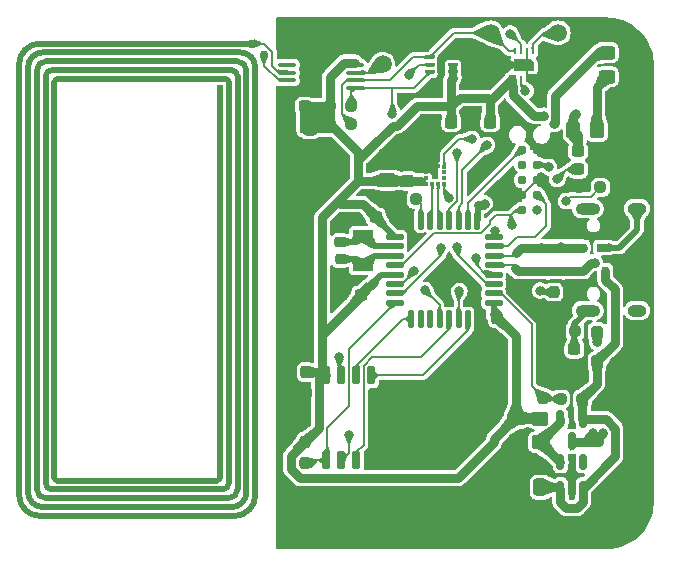
<source format=gbr>
G04 #@! TF.GenerationSoftware,KiCad,Pcbnew,8.0.0*
G04 #@! TF.CreationDate,2024-03-21T15:50:23+02:00*
G04 #@! TF.ProjectId,iot-risk-logger-stm32l4,696f742d-7269-4736-9b2d-6c6f67676572,1.0.0*
G04 #@! TF.SameCoordinates,Original*
G04 #@! TF.FileFunction,Copper,L1,Top*
G04 #@! TF.FilePolarity,Positive*
%FSLAX46Y46*%
G04 Gerber Fmt 4.6, Leading zero omitted, Abs format (unit mm)*
G04 Created by KiCad (PCBNEW 8.0.0) date 2024-03-21 15:50:23*
%MOMM*%
%LPD*%
G01*
G04 APERTURE LIST*
G04 Aperture macros list*
%AMRoundRect*
0 Rectangle with rounded corners*
0 $1 Rounding radius*
0 $2 $3 $4 $5 $6 $7 $8 $9 X,Y pos of 4 corners*
0 Add a 4 corners polygon primitive as box body*
4,1,4,$2,$3,$4,$5,$6,$7,$8,$9,$2,$3,0*
0 Add four circle primitives for the rounded corners*
1,1,$1+$1,$2,$3*
1,1,$1+$1,$4,$5*
1,1,$1+$1,$6,$7*
1,1,$1+$1,$8,$9*
0 Add four rect primitives between the rounded corners*
20,1,$1+$1,$2,$3,$4,$5,0*
20,1,$1+$1,$4,$5,$6,$7,0*
20,1,$1+$1,$6,$7,$8,$9,0*
20,1,$1+$1,$8,$9,$2,$3,0*%
%AMFreePoly0*
4,1,6,0.500000,-0.850000,-0.500000,-0.850000,-0.500000,0.550000,-0.200000,0.850000,0.500000,0.850000,0.500000,-0.850000,0.500000,-0.850000,$1*%
G04 Aperture macros list end*
G04 #@! TA.AperFunction,Conductor*
%ADD10C,0.100000*%
G04 #@! TD*
G04 #@! TA.AperFunction,EtchedComponent*
%ADD11C,0.508000*%
G04 #@! TD*
G04 #@! TA.AperFunction,SMDPad,CuDef*
%ADD12RoundRect,0.150000X-0.150000X0.587500X-0.150000X-0.587500X0.150000X-0.587500X0.150000X0.587500X0*%
G04 #@! TD*
G04 #@! TA.AperFunction,ComponentPad*
%ADD13C,1.500000*%
G04 #@! TD*
G04 #@! TA.AperFunction,SMDPad,CuDef*
%ADD14RoundRect,0.237500X0.250000X0.237500X-0.250000X0.237500X-0.250000X-0.237500X0.250000X-0.237500X0*%
G04 #@! TD*
G04 #@! TA.AperFunction,SMDPad,CuDef*
%ADD15RoundRect,0.225000X-0.250000X0.225000X-0.250000X-0.225000X0.250000X-0.225000X0.250000X0.225000X0*%
G04 #@! TD*
G04 #@! TA.AperFunction,SMDPad,CuDef*
%ADD16RoundRect,0.237500X0.300000X0.237500X-0.300000X0.237500X-0.300000X-0.237500X0.300000X-0.237500X0*%
G04 #@! TD*
G04 #@! TA.AperFunction,SMDPad,CuDef*
%ADD17RoundRect,0.237500X0.237500X-0.250000X0.237500X0.250000X-0.237500X0.250000X-0.237500X-0.250000X0*%
G04 #@! TD*
G04 #@! TA.AperFunction,SMDPad,CuDef*
%ADD18RoundRect,0.237500X-0.300000X-0.237500X0.300000X-0.237500X0.300000X0.237500X-0.300000X0.237500X0*%
G04 #@! TD*
G04 #@! TA.AperFunction,SMDPad,CuDef*
%ADD19RoundRect,0.250000X-0.450000X0.325000X-0.450000X-0.325000X0.450000X-0.325000X0.450000X0.325000X0*%
G04 #@! TD*
G04 #@! TA.AperFunction,SMDPad,CuDef*
%ADD20RoundRect,0.237500X-0.250000X-0.237500X0.250000X-0.237500X0.250000X0.237500X-0.250000X0.237500X0*%
G04 #@! TD*
G04 #@! TA.AperFunction,SMDPad,CuDef*
%ADD21R,0.250000X0.550000*%
G04 #@! TD*
G04 #@! TA.AperFunction,SMDPad,CuDef*
%ADD22FreePoly0,270.000000*%
G04 #@! TD*
G04 #@! TA.AperFunction,SMDPad,CuDef*
%ADD23RoundRect,0.150000X0.150000X-0.512500X0.150000X0.512500X-0.150000X0.512500X-0.150000X-0.512500X0*%
G04 #@! TD*
G04 #@! TA.AperFunction,SMDPad,CuDef*
%ADD24RoundRect,0.250000X0.450000X-0.350000X0.450000X0.350000X-0.450000X0.350000X-0.450000X-0.350000X0*%
G04 #@! TD*
G04 #@! TA.AperFunction,SMDPad,CuDef*
%ADD25RoundRect,0.237500X0.237500X-0.300000X0.237500X0.300000X-0.237500X0.300000X-0.237500X-0.300000X0*%
G04 #@! TD*
G04 #@! TA.AperFunction,SMDPad,CuDef*
%ADD26R,1.000000X0.700000*%
G04 #@! TD*
G04 #@! TA.AperFunction,SMDPad,CuDef*
%ADD27R,0.600000X0.700000*%
G04 #@! TD*
G04 #@! TA.AperFunction,SMDPad,CuDef*
%ADD28RoundRect,0.250000X0.250000X-0.250000X0.250000X0.250000X-0.250000X0.250000X-0.250000X-0.250000X0*%
G04 #@! TD*
G04 #@! TA.AperFunction,SMDPad,CuDef*
%ADD29RoundRect,0.250000X-0.350000X-0.450000X0.350000X-0.450000X0.350000X0.450000X-0.350000X0.450000X0*%
G04 #@! TD*
G04 #@! TA.AperFunction,SMDPad,CuDef*
%ADD30RoundRect,0.237500X-0.237500X0.300000X-0.237500X-0.300000X0.237500X-0.300000X0.237500X0.300000X0*%
G04 #@! TD*
G04 #@! TA.AperFunction,ComponentPad*
%ADD31C,0.762000*%
G04 #@! TD*
G04 #@! TA.AperFunction,SMDPad,CuDef*
%ADD32C,0.762000*%
G04 #@! TD*
G04 #@! TA.AperFunction,ComponentPad*
%ADD33C,0.609600*%
G04 #@! TD*
G04 #@! TA.AperFunction,SMDPad,CuDef*
%ADD34RoundRect,0.008100X0.361900X0.126900X-0.361900X0.126900X-0.361900X-0.126900X0.361900X-0.126900X0*%
G04 #@! TD*
G04 #@! TA.AperFunction,SMDPad,CuDef*
%ADD35R,0.650000X1.350000*%
G04 #@! TD*
G04 #@! TA.AperFunction,SMDPad,CuDef*
%ADD36R,0.375000X0.350000*%
G04 #@! TD*
G04 #@! TA.AperFunction,SMDPad,CuDef*
%ADD37R,0.350000X0.375000*%
G04 #@! TD*
G04 #@! TA.AperFunction,SMDPad,CuDef*
%ADD38RoundRect,0.225000X0.250000X-0.225000X0.250000X0.225000X-0.250000X0.225000X-0.250000X-0.225000X0*%
G04 #@! TD*
G04 #@! TA.AperFunction,ConnectorPad*
%ADD39C,0.787400*%
G04 #@! TD*
G04 #@! TA.AperFunction,SMDPad,CuDef*
%ADD40RoundRect,0.125000X-0.625000X-0.125000X0.625000X-0.125000X0.625000X0.125000X-0.625000X0.125000X0*%
G04 #@! TD*
G04 #@! TA.AperFunction,SMDPad,CuDef*
%ADD41RoundRect,0.125000X-0.125000X-0.625000X0.125000X-0.625000X0.125000X0.625000X-0.125000X0.625000X0*%
G04 #@! TD*
G04 #@! TA.AperFunction,SMDPad,CuDef*
%ADD42RoundRect,0.250000X0.337500X0.475000X-0.337500X0.475000X-0.337500X-0.475000X0.337500X-0.475000X0*%
G04 #@! TD*
G04 #@! TA.AperFunction,SMDPad,CuDef*
%ADD43R,1.800000X1.000000*%
G04 #@! TD*
G04 #@! TA.AperFunction,SMDPad,CuDef*
%ADD44RoundRect,0.100000X-0.637500X-0.100000X0.637500X-0.100000X0.637500X0.100000X-0.637500X0.100000X0*%
G04 #@! TD*
G04 #@! TA.AperFunction,SMDPad,CuDef*
%ADD45RoundRect,0.150000X0.150000X-0.650000X0.150000X0.650000X-0.150000X0.650000X-0.150000X-0.650000X0*%
G04 #@! TD*
G04 #@! TA.AperFunction,SMDPad,CuDef*
%ADD46RoundRect,0.250000X-0.475000X0.337500X-0.475000X-0.337500X0.475000X-0.337500X0.475000X0.337500X0*%
G04 #@! TD*
G04 #@! TA.AperFunction,SMDPad,CuDef*
%ADD47RoundRect,0.250000X0.475000X-0.337500X0.475000X0.337500X-0.475000X0.337500X-0.475000X-0.337500X0*%
G04 #@! TD*
G04 #@! TA.AperFunction,ComponentPad*
%ADD48O,2.100000X1.000000*%
G04 #@! TD*
G04 #@! TA.AperFunction,ComponentPad*
%ADD49O,1.600000X1.000000*%
G04 #@! TD*
G04 #@! TA.AperFunction,ViaPad*
%ADD50C,0.800000*%
G04 #@! TD*
G04 #@! TA.AperFunction,Conductor*
%ADD51C,0.200000*%
G04 #@! TD*
G04 #@! TA.AperFunction,Conductor*
%ADD52C,0.508000*%
G04 #@! TD*
G04 #@! TA.AperFunction,Conductor*
%ADD53C,0.203200*%
G04 #@! TD*
G04 #@! TA.AperFunction,Conductor*
%ADD54C,0.762000*%
G04 #@! TD*
G04 #@! TA.AperFunction,Conductor*
%ADD55C,0.500800*%
G04 #@! TD*
G04 #@! TA.AperFunction,Conductor*
%ADD56C,0.400600*%
G04 #@! TD*
G04 #@! TA.AperFunction,Conductor*
%ADD57C,0.269800*%
G04 #@! TD*
G04 #@! TA.AperFunction,Conductor*
%ADD58C,0.249800*%
G04 #@! TD*
G04 #@! TA.AperFunction,Conductor*
%ADD59C,0.770000*%
G04 #@! TD*
G04 APERTURE END LIST*
D10*
G04 #@! TO.N,/+BATTERY*
X73736622Y-59159032D02*
X73736622Y-57838232D01*
D11*
G04 #@! TD*
G04 #@! TO.C,AE1*
X27129422Y-26561432D02*
X27129422Y-63005432D01*
G04 #@! TO.C,AE1*
X27879422Y-26803432D02*
X27879422Y-62763432D01*
X28629422Y-27045432D02*
X28629422Y-62521432D01*
X28907422Y-24783432D02*
X46748422Y-24783432D01*
X28907422Y-64783432D02*
X45351422Y-64783432D01*
X29149422Y-64033432D02*
X45109422Y-64033432D01*
X29379422Y-27541432D02*
X29379422Y-62025432D01*
X29391422Y-63283432D02*
X44867422Y-63283432D01*
X29887422Y-62533432D02*
X44371422Y-62533432D01*
X30129422Y-28037432D02*
X30129422Y-61529432D01*
X30383422Y-61783432D02*
X43875422Y-61783432D01*
X44129422Y-61529432D02*
X44129422Y-28533432D01*
X44625422Y-27783432D02*
X30383422Y-27783432D01*
X44879422Y-62025432D02*
X44879422Y-28037432D01*
X45121422Y-27033432D02*
X29887422Y-27033432D01*
X45617422Y-26283432D02*
X29391422Y-26283432D01*
X45629422Y-62521432D02*
X45629422Y-27541432D01*
X45859422Y-25533432D02*
X29149422Y-25533432D01*
X46379422Y-62763432D02*
X46379422Y-27045432D01*
X47129422Y-63005432D02*
X47129422Y-26803432D01*
X27129422Y-26561432D02*
G75*
G02*
X28907422Y-24783432I1778000J0D01*
G01*
X27879422Y-26803432D02*
G75*
G02*
X29149422Y-25533432I1269999J1D01*
G01*
X28629422Y-27045432D02*
G75*
G02*
X29391422Y-26283432I762001J-1D01*
G01*
X28907422Y-64783432D02*
G75*
G02*
X27129422Y-63005432I0J1778000D01*
G01*
X29149422Y-64033432D02*
G75*
G02*
X27879422Y-62763432I-1J1269999D01*
G01*
X29379422Y-27541432D02*
G75*
G02*
X29887422Y-27033432I508001J-1D01*
G01*
X29391422Y-63283432D02*
G75*
G02*
X28629422Y-62521432I1J762001D01*
G01*
X29887422Y-62533432D02*
G75*
G02*
X29379422Y-62025432I1J508001D01*
G01*
X30129422Y-28037432D02*
G75*
G02*
X30383422Y-27783432I254000J0D01*
G01*
X30383422Y-61783432D02*
G75*
G02*
X30129422Y-61529432I0J254000D01*
G01*
X44129422Y-61529432D02*
G75*
G02*
X43875422Y-61783432I-254000J0D01*
G01*
X44625422Y-27783432D02*
G75*
G02*
X44879422Y-28037432I0J-254000D01*
G01*
X44879422Y-62025432D02*
G75*
G02*
X44371422Y-62533432I-508000J0D01*
G01*
X45121422Y-27033432D02*
G75*
G02*
X45629422Y-27541432I0J-508000D01*
G01*
X45617422Y-26283432D02*
G75*
G02*
X46379422Y-27045432I0J-762000D01*
G01*
X45629422Y-62521432D02*
G75*
G02*
X44867422Y-63283432I-762000J0D01*
G01*
X45859422Y-25533432D02*
G75*
G02*
X47129422Y-26803432I0J-1270000D01*
G01*
X46379422Y-62763432D02*
G75*
G02*
X45109422Y-64033432I-1270000J0D01*
G01*
X47129422Y-63005432D02*
G75*
G02*
X45351422Y-64783432I-1778000J0D01*
G01*
G04 #@! TD*
D12*
G04 #@! TO.P,Q1,1,G*
G04 #@! TO.N,+5V*
X74864422Y-56595932D03*
G04 #@! TO.P,Q1,2,S*
G04 #@! TO.N,+3V0*
X72964422Y-56595932D03*
G04 #@! TO.P,Q1,3,D*
G04 #@! TO.N,/+BATTERY*
X73914422Y-58470932D03*
G04 #@! TD*
D13*
G04 #@! TO.P,TP1,1,1*
G04 #@! TO.N,SDA*
X72771422Y-23878432D03*
G04 #@! TD*
D14*
G04 #@! TO.P,R7,1*
G04 #@! TO.N,/GND_SHIELD*
X74191922Y-49151432D03*
G04 #@! TO.P,R7,2*
G04 #@! TO.N,GND*
X72366922Y-49151432D03*
G04 #@! TD*
D15*
G04 #@! TO.P,C16,1*
G04 #@! TO.N,/LSE_OUT*
X54347022Y-43017032D03*
G04 #@! TO.P,C16,2*
G04 #@! TO.N,GND*
X54347022Y-44567032D03*
G04 #@! TD*
D16*
G04 #@! TO.P,C4,1*
G04 #@! TO.N,VDD*
X67029922Y-31498432D03*
G04 #@! TO.P,C4,2*
G04 #@! TO.N,GND*
X65304922Y-31498432D03*
G04 #@! TD*
G04 #@! TO.P,C11,1*
G04 #@! TO.N,VDD*
X56107922Y-46052632D03*
G04 #@! TO.P,C11,2*
G04 #@! TO.N,GND*
X54382922Y-46052632D03*
G04 #@! TD*
D17*
G04 #@! TO.P,R9,1*
G04 #@! TO.N,USB_VBUS_SENSE*
X71501422Y-54762932D03*
G04 #@! TO.P,R9,2*
G04 #@! TO.N,GND*
X71501422Y-52937932D03*
G04 #@! TD*
D18*
G04 #@! TO.P,C15,1*
G04 #@! TO.N,_RESET*
X74448922Y-35435432D03*
G04 #@! TO.P,C15,2*
G04 #@! TO.N,GND*
X76173922Y-35435432D03*
G04 #@! TD*
D19*
G04 #@! TO.P,D2,1,K*
G04 #@! TO.N,_LED*
X76879422Y-25552432D03*
G04 #@! TO.P,D2,2,A*
G04 #@! TO.N,/+LED*
X76879422Y-27602432D03*
G04 #@! TD*
D20*
G04 #@! TO.P,R1,1*
G04 #@! TO.N,GND*
X74525922Y-36959432D03*
G04 #@! TO.P,R1,2*
G04 #@! TO.N,/CC1*
X76350922Y-36959432D03*
G04 #@! TD*
D21*
G04 #@! TO.P,U3,1,SDA*
G04 #@! TO.N,SDA*
X70629422Y-25402432D03*
G04 #@! TO.P,U3,2,ADDR*
G04 #@! TO.N,GND*
X70129422Y-25402432D03*
G04 #@! TO.P,U3,3,ALERT*
G04 #@! TO.N,TEMP_INT*
X69629422Y-25402432D03*
G04 #@! TO.P,U3,4,SCL*
G04 #@! TO.N,SCL*
X69129422Y-25402432D03*
G04 #@! TO.P,U3,5,VDD*
G04 #@! TO.N,VDD*
X69129422Y-27752432D03*
G04 #@! TO.P,U3,6,~{RESET}*
G04 #@! TO.N,_TEMP_RESET*
X69629422Y-27752432D03*
G04 #@! TO.P,U3,7,R*
G04 #@! TO.N,GND*
X70129422Y-27752432D03*
G04 #@! TO.P,U3,8,VSS*
X70629422Y-27752432D03*
D22*
G04 #@! TO.P,U3,9,VSS*
X69879422Y-26577432D03*
G04 #@! TD*
D23*
G04 #@! TO.P,U5,1,VIN*
G04 #@! TO.N,+5V*
X72964422Y-62480932D03*
G04 #@! TO.P,U5,2,GND*
G04 #@! TO.N,GND*
X73914422Y-62480932D03*
G04 #@! TO.P,U5,3,EN*
G04 #@! TO.N,+5V*
X74864422Y-62480932D03*
G04 #@! TO.P,U5,4,NC*
G04 #@! TO.N,unconnected-(U5-NC-Pad4)*
X74864422Y-60205932D03*
G04 #@! TO.P,U5,5,VOUT*
G04 #@! TO.N,+3V0*
X72964422Y-60205932D03*
G04 #@! TD*
D13*
G04 #@! TO.P,TP2,1,1*
G04 #@! TO.N,SCL*
X67056422Y-23878432D03*
G04 #@! TD*
D24*
G04 #@! TO.P,FB1,1*
G04 #@! TO.N,+3V0*
X71247422Y-58533432D03*
G04 #@! TO.P,FB1,2*
G04 #@! TO.N,VDD*
X71247422Y-56533432D03*
G04 #@! TD*
D25*
G04 #@! TO.P,C6,1*
G04 #@! TO.N,VDD*
X60087422Y-36424932D03*
G04 #@! TO.P,C6,2*
G04 #@! TO.N,GND*
X60087422Y-34699932D03*
G04 #@! TD*
D26*
G04 #@! TO.P,D3,1,GND*
G04 #@! TO.N,/GND_SHIELD*
X76569422Y-42055432D03*
D27*
G04 #@! TO.P,D3,2,I/O1*
G04 #@! TO.N,USB_P*
X74869422Y-42055432D03*
G04 #@! TO.P,D3,3,I/O2*
G04 #@! TO.N,USB_N*
X74869422Y-44055432D03*
G04 #@! TO.P,D3,4,VCC*
G04 #@! TO.N,+5V*
X76769422Y-44055432D03*
G04 #@! TD*
D17*
G04 #@! TO.P,R2,1*
G04 #@! TO.N,GND*
X72390422Y-47650932D03*
G04 #@! TO.P,R2,2*
G04 #@! TO.N,/CC2*
X72390422Y-45825932D03*
G04 #@! TD*
D28*
G04 #@! TO.P,D1,1,K*
G04 #@! TO.N,+5V*
X76073422Y-51671432D03*
G04 #@! TO.P,D1,2,A*
G04 #@! TO.N,/+VBUS*
X76073422Y-49171432D03*
G04 #@! TD*
D17*
G04 #@! TO.P,R6,1*
G04 #@! TO.N,/_QSPI_NCS*
X51372422Y-60314932D03*
G04 #@! TO.P,R6,2*
G04 #@! TO.N,VDD*
X51372422Y-58489932D03*
G04 #@! TD*
D29*
G04 #@! TO.P,R3,1*
G04 #@! TO.N,VDD*
X74057422Y-32133432D03*
G04 #@! TO.P,R3,2*
G04 #@! TO.N,/+LED*
X76057422Y-32133432D03*
G04 #@! TD*
D30*
G04 #@! TO.P,C14,1*
G04 #@! TO.N,VDD*
X67631222Y-48034932D03*
G04 #@! TO.P,C14,2*
G04 #@! TO.N,GND*
X67631222Y-49759932D03*
G04 #@! TD*
D31*
G04 #@! TO.P,AE1,1*
G04 #@! TO.N,Net-(U1-AC1)*
X47879422Y-25783432D03*
D32*
G04 #@! TO.P,AE1,2*
G04 #@! TO.N,Net-(U1-AC0)*
X46879422Y-24783432D03*
D33*
G04 #@! TO.P,AE1,3*
G04 #@! TO.N,N/C*
X44129422Y-28533432D03*
G04 #@! TD*
D30*
G04 #@! TO.P,C9,1*
G04 #@! TO.N,VDD*
X51435422Y-52606932D03*
G04 #@! TO.P,C9,2*
G04 #@! TO.N,GND*
X51435422Y-54331932D03*
G04 #@! TD*
D34*
G04 #@! TO.P,U2,1,VDD*
G04 #@! TO.N,VDD*
X63874422Y-27227432D03*
G04 #@! TO.P,U2,2,ADDR*
X63874422Y-26577432D03*
G04 #@! TO.P,U2,3,GND*
G04 #@! TO.N,GND*
X63874422Y-25927432D03*
G04 #@! TO.P,U2,4,SCL*
G04 #@! TO.N,SCL*
X61884422Y-25927432D03*
G04 #@! TO.P,U2,5,INT*
G04 #@! TO.N,_LIGHT_INT*
X61884422Y-26577432D03*
G04 #@! TO.P,U2,6,SDA*
G04 #@! TO.N,SDA*
X61884422Y-27227432D03*
D35*
G04 #@! TO.P,U2,7,EXP*
G04 #@! TO.N,GND*
X62879422Y-26577432D03*
G04 #@! TD*
D36*
G04 #@! TO.P,U4,1,SCL/SPC*
G04 #@! TO.N,SCL*
X63119922Y-36699832D03*
G04 #@! TO.P,U4,2,~{CS}*
G04 #@! TO.N,unconnected-(U4-~{CS}-Pad2)*
X63119922Y-36199832D03*
G04 #@! TO.P,U4,3,SA0/SDO*
G04 #@! TO.N,unconnected-(U4-SA0{slash}SDO-Pad3)*
X63119922Y-35699832D03*
G04 #@! TO.P,U4,4,SDA/SDI*
G04 #@! TO.N,SDA*
X63119922Y-35199832D03*
D37*
G04 #@! TO.P,U4,5,RES*
G04 #@! TO.N,GND*
X62607422Y-35187332D03*
G04 #@! TO.P,U4,6,GND*
X62107422Y-35187332D03*
D36*
G04 #@! TO.P,U4,7,GND*
X61594922Y-35199832D03*
G04 #@! TO.P,U4,8,GND*
X61594922Y-35699832D03*
G04 #@! TO.P,U4,9,Vdd*
G04 #@! TO.N,VDD*
X61594922Y-36199832D03*
G04 #@! TO.P,U4,10,Vdd_IO*
X61594922Y-36699832D03*
D37*
G04 #@! TO.P,U4,11,INT2*
G04 #@! TO.N,IMU_INT2*
X62107422Y-36712332D03*
G04 #@! TO.P,U4,12,INT1*
G04 #@! TO.N,IMU_INT1*
X62607422Y-36712332D03*
G04 #@! TD*
D38*
G04 #@! TO.P,C17,1*
G04 #@! TO.N,/LSE_IN*
X54331022Y-41601632D03*
G04 #@! TO.P,C17,2*
G04 #@! TO.N,GND*
X54331022Y-40051632D03*
G04 #@! TD*
D39*
G04 #@! TO.P,J2,1,VTref*
G04 #@! TO.N,VDD*
X70993422Y-38864432D03*
G04 #@! TO.P,J2,2,SWDIO/TMS*
G04 #@! TO.N,SWDIO*
X70993422Y-37594432D03*
G04 #@! TO.P,J2,3,GND*
G04 #@! TO.N,GND*
X70993422Y-36324432D03*
G04 #@! TO.P,J2,4,SWCLK/TCK*
G04 #@! TO.N,SWDCLK*
X70993422Y-35054432D03*
G04 #@! TO.P,J2,5,GND*
G04 #@! TO.N,GND*
X70993422Y-33784432D03*
G04 #@! TO.P,J2,6,SWO/TDO*
G04 #@! TO.N,SWO*
X69723422Y-33784432D03*
G04 #@! TO.P,J2,7,KEY*
G04 #@! TO.N,unconnected-(J2-KEY-Pad7)*
X69723422Y-35054432D03*
G04 #@! TO.P,J2,8,NC/TDI*
G04 #@! TO.N,unconnected-(J2-NC{slash}TDI-Pad8)*
X69723422Y-36324432D03*
G04 #@! TO.P,J2,9,GNDDetect*
G04 #@! TO.N,GND*
X69723422Y-37594432D03*
G04 #@! TO.P,J2,10,~{RESET}*
G04 #@! TO.N,_RESET*
X69723422Y-38864432D03*
G04 #@! TD*
D40*
G04 #@! TO.P,U7,1,VDD*
G04 #@! TO.N,VDD*
X58960422Y-41144432D03*
G04 #@! TO.P,U7,2,PC14*
G04 #@! TO.N,/LSE_IN*
X58960422Y-41944432D03*
G04 #@! TO.P,U7,3,PC15*
G04 #@! TO.N,/LSE_OUT*
X58960422Y-42744432D03*
G04 #@! TO.P,U7,4,NRST*
G04 #@! TO.N,_RESET*
X58960422Y-43544432D03*
G04 #@! TO.P,U7,5,VDDA*
G04 #@! TO.N,VDD*
X58960422Y-44344432D03*
G04 #@! TO.P,U7,6,PA0*
G04 #@! TO.N,_NFC_INT*
X58960422Y-45144432D03*
G04 #@! TO.P,U7,7,PA1*
G04 #@! TO.N,_LIGHT_INT*
X58960422Y-45944432D03*
G04 #@! TO.P,U7,8,PA2*
G04 #@! TO.N,/_QSPI_NCS*
X58960422Y-46744432D03*
D41*
G04 #@! TO.P,U7,9,PA3*
G04 #@! TO.N,/QSPI_CLK*
X60335422Y-48119432D03*
G04 #@! TO.P,U7,10,PA4*
G04 #@! TO.N,unconnected-(U7-PA4-Pad10)*
X61135422Y-48119432D03*
G04 #@! TO.P,U7,11,PA5*
G04 #@! TO.N,unconnected-(U7-PA5-Pad11)*
X61935422Y-48119432D03*
G04 #@! TO.P,U7,12,PA6*
G04 #@! TO.N,/QSPI_IO3*
X62735422Y-48119432D03*
G04 #@! TO.P,U7,13,PA7*
G04 #@! TO.N,/QSPI_IO2*
X63535422Y-48119432D03*
G04 #@! TO.P,U7,14,PB0*
G04 #@! TO.N,/QSPI_IO1*
X64335422Y-48119432D03*
G04 #@! TO.P,U7,15,PB1*
G04 #@! TO.N,/QSPI_IO0*
X65135422Y-48119432D03*
G04 #@! TO.P,U7,16,VSS*
G04 #@! TO.N,GND*
X65935422Y-48119432D03*
D40*
G04 #@! TO.P,U7,17,VDD*
G04 #@! TO.N,VDD*
X67310422Y-46744432D03*
G04 #@! TO.P,U7,18,PA8*
G04 #@! TO.N,USB_VBUS_SENSE*
X67310422Y-45944432D03*
G04 #@! TO.P,U7,19,PA9*
G04 #@! TO.N,SCL*
X67310422Y-45144432D03*
G04 #@! TO.P,U7,20,PA10*
G04 #@! TO.N,SDA*
X67310422Y-44344432D03*
G04 #@! TO.P,U7,21,PA11*
G04 #@! TO.N,USB_N*
X67310422Y-43544432D03*
G04 #@! TO.P,U7,22,PA12*
G04 #@! TO.N,USB_P*
X67310422Y-42744432D03*
G04 #@! TO.P,U7,23,PA13*
G04 #@! TO.N,SWDIO*
X67310422Y-41944432D03*
G04 #@! TO.P,U7,24,PA14*
G04 #@! TO.N,SWDCLK*
X67310422Y-41144432D03*
D41*
G04 #@! TO.P,U7,25,PA15*
G04 #@! TO.N,_LED*
X65935422Y-39769432D03*
G04 #@! TO.P,U7,26,PB3*
G04 #@! TO.N,SWO*
X65135422Y-39769432D03*
G04 #@! TO.P,U7,27,PB4*
G04 #@! TO.N,_TEMP_RESET*
X64335422Y-39769432D03*
G04 #@! TO.P,U7,28,PB5*
G04 #@! TO.N,TEMP_INT*
X63535422Y-39769432D03*
G04 #@! TO.P,U7,29,PB6*
G04 #@! TO.N,IMU_INT1*
X62735422Y-39769432D03*
G04 #@! TO.P,U7,30,PB7*
G04 #@! TO.N,IMU_INT2*
X61935422Y-39769432D03*
G04 #@! TO.P,U7,31,PH3*
G04 #@! TO.N,/BOOT0*
X61135422Y-39769432D03*
G04 #@! TO.P,U7,32,VSS*
G04 #@! TO.N,GND*
X60335422Y-39769432D03*
G04 #@! TD*
D42*
G04 #@! TO.P,C1,1*
G04 #@! TO.N,VDD*
X51740222Y-31828632D03*
G04 #@! TO.P,C1,2*
G04 #@! TO.N,GND*
X49665222Y-31828632D03*
G04 #@! TD*
D20*
G04 #@! TO.P,R5,1*
G04 #@! TO.N,VDD*
X53443922Y-31574632D03*
G04 #@! TO.P,R5,2*
G04 #@! TO.N,SCL*
X55268922Y-31574632D03*
G04 #@! TD*
D43*
G04 #@! TO.P,Y1,1,1*
G04 #@! TO.N,/LSE_IN*
X56277422Y-41043432D03*
G04 #@! TO.P,Y1,2,2*
G04 #@! TO.N,/LSE_OUT*
X56277422Y-43543432D03*
G04 #@! TD*
D44*
G04 #@! TO.P,U1,1,V_EH*
G04 #@! TO.N,unconnected-(U1-V_EH-Pad1)*
X49842922Y-26586432D03*
G04 #@! TO.P,U1,2,AC0*
G04 #@! TO.N,Net-(U1-AC0)*
X49842922Y-27236432D03*
G04 #@! TO.P,U1,3,AC1*
G04 #@! TO.N,Net-(U1-AC1)*
X49842922Y-27886432D03*
G04 #@! TO.P,U1,4,VSS*
G04 #@! TO.N,GND*
X49842922Y-28536432D03*
G04 #@! TO.P,U1,5,SDA*
G04 #@! TO.N,SDA*
X55567922Y-28536432D03*
G04 #@! TO.P,U1,6,SCL*
G04 #@! TO.N,SCL*
X55567922Y-27886432D03*
G04 #@! TO.P,U1,7,GPO_(OD)*
G04 #@! TO.N,_NFC_INT*
X55567922Y-27236432D03*
G04 #@! TO.P,U1,8,VCC*
G04 #@! TO.N,VDD*
X55567922Y-26586432D03*
G04 #@! TD*
D45*
G04 #@! TO.P,U6,1,~{CS}*
G04 #@! TO.N,/_QSPI_NCS*
X53150422Y-60081432D03*
G04 #@! TO.P,U6,2,DO(IO1)*
G04 #@! TO.N,/QSPI_IO1*
X54420422Y-60081432D03*
G04 #@! TO.P,U6,3,IO2*
G04 #@! TO.N,/QSPI_IO2*
X55690422Y-60081432D03*
G04 #@! TO.P,U6,4,GND*
G04 #@! TO.N,GND*
X56960422Y-60081432D03*
G04 #@! TO.P,U6,5,DI(IO0)*
G04 #@! TO.N,/QSPI_IO0*
X56960422Y-52881432D03*
G04 #@! TO.P,U6,6,CLK*
G04 #@! TO.N,/QSPI_CLK*
X55690422Y-52881432D03*
G04 #@! TO.P,U6,7,IO3*
G04 #@! TO.N,/QSPI_IO3*
X54420422Y-52881432D03*
G04 #@! TO.P,U6,8,VCC*
G04 #@! TO.N,VDD*
X53150422Y-52881432D03*
G04 #@! TD*
D14*
G04 #@! TO.P,R8,1*
G04 #@! TO.N,+5V*
X74826922Y-54866432D03*
G04 #@! TO.P,R8,2*
G04 #@! TO.N,USB_VBUS_SENSE*
X73001922Y-54866432D03*
G04 #@! TD*
D13*
G04 #@! TO.P,TP4,1,1*
G04 #@! TO.N,_NFC_INT*
X57912422Y-26545432D03*
G04 #@! TD*
D18*
G04 #@! TO.P,C13,1*
G04 #@! TO.N,VDD*
X57319922Y-39448632D03*
G04 #@! TO.P,C13,2*
G04 #@! TO.N,GND*
X59044922Y-39448632D03*
G04 #@! TD*
D16*
G04 #@! TO.P,C2,1*
G04 #@! TO.N,VDD*
X51332722Y-30101432D03*
G04 #@! TO.P,C2,2*
G04 #@! TO.N,GND*
X49607722Y-30101432D03*
G04 #@! TD*
D46*
G04 #@! TO.P,C7,1*
G04 #@! TO.N,VDD*
X69215422Y-56495932D03*
G04 #@! TO.P,C7,2*
G04 #@! TO.N,GND*
X69215422Y-58570932D03*
G04 #@! TD*
D16*
G04 #@! TO.P,C3,1*
G04 #@! TO.N,VDD*
X63727922Y-31498432D03*
G04 #@! TO.P,C3,2*
G04 #@! TO.N,GND*
X62002922Y-31498432D03*
G04 #@! TD*
G04 #@! TO.P,C10,1*
G04 #@! TO.N,/GND_SHIELD*
X74141922Y-50675432D03*
G04 #@! TO.P,C10,2*
G04 #@! TO.N,GND*
X72416922Y-50675432D03*
G04 #@! TD*
D13*
G04 #@! TO.P,TP3,1,1*
G04 #@! TO.N,GND*
X64516422Y-56517432D03*
G04 #@! TD*
D18*
G04 #@! TO.P,C18,1*
G04 #@! TO.N,VDD*
X74448922Y-33911432D03*
G04 #@! TO.P,C18,2*
G04 #@! TO.N,GND*
X76173922Y-33911432D03*
G04 #@! TD*
D20*
G04 #@! TO.P,R10,1*
G04 #@! TO.N,GND*
X58920922Y-37975432D03*
G04 #@! TO.P,R10,2*
G04 #@! TO.N,/BOOT0*
X60745922Y-37975432D03*
G04 #@! TD*
G04 #@! TO.P,R4,1*
G04 #@! TO.N,VDD*
X53443922Y-30101432D03*
G04 #@! TO.P,R4,2*
G04 #@! TO.N,SDA*
X55268922Y-30101432D03*
G04 #@! TD*
D47*
G04 #@! TO.P,C5,1*
G04 #@! TO.N,VDD*
X58309422Y-36345932D03*
G04 #@! TO.P,C5,2*
G04 #@! TO.N,GND*
X58309422Y-34270932D03*
G04 #@! TD*
D42*
G04 #@! TO.P,C8,1*
G04 #@! TO.N,+5V*
X71268922Y-62359432D03*
G04 #@! TO.P,C8,2*
G04 #@! TO.N,GND*
X69193922Y-62359432D03*
G04 #@! TD*
D48*
G04 #@! TO.P,J1,*
G04 #@! TO.N,*
X75274422Y-38757432D03*
D49*
X79454422Y-47397432D03*
G04 #@! TO.P,J1,S1,SHIELD*
G04 #@! TO.N,/GND_SHIELD*
X79454422Y-38757432D03*
D48*
G04 #@! TO.P,J1,s1*
X75274422Y-47397432D03*
G04 #@! TD*
D50*
G04 #@! TO.N,GND*
X68656622Y-26570832D03*
X62865422Y-58168432D03*
X49784422Y-25402432D03*
X49784422Y-44452432D03*
X77394222Y-34648032D03*
X49784422Y-52072432D03*
X67640622Y-51081832D03*
X64008422Y-44706432D03*
X64999022Y-30507832D03*
X69266222Y-31219032D03*
X55575622Y-44858832D03*
X63017822Y-43741232D03*
X66396022Y-35359232D03*
X71552222Y-49862632D03*
X62865422Y-56517432D03*
X49784422Y-62232432D03*
X49784422Y-38737432D03*
X69190022Y-59895632D03*
X73685822Y-39880432D03*
X66167422Y-58168432D03*
X66167422Y-54866432D03*
X49784422Y-48262432D03*
X61951022Y-32666832D03*
X64516422Y-54866432D03*
X57048822Y-37569032D03*
X73330222Y-47703632D03*
X66167422Y-56517432D03*
X55575622Y-39728032D03*
X49784422Y-36832432D03*
X63983022Y-43741232D03*
X62560622Y-28069432D03*
X73914422Y-61419632D03*
X49784422Y-50167432D03*
X49784422Y-23497432D03*
X62992422Y-54866432D03*
X61087422Y-34165432D03*
X49784422Y-42547432D03*
X62992422Y-44706432D03*
X49784422Y-40642432D03*
X64516422Y-58168432D03*
X49784422Y-46357432D03*
X49784422Y-29187032D03*
X67869222Y-62384832D03*
X49784422Y-34927432D03*
X49784422Y-66042432D03*
X49784422Y-64137432D03*
G04 #@! TO.N,_RESET*
X68834422Y-40118032D03*
X72695222Y-36248232D03*
G04 #@! TO.N,_LED*
X72443322Y-31599432D03*
X66546322Y-38332732D03*
G04 #@! TO.N,SWDCLK*
X71999222Y-35252832D03*
X67440588Y-40635298D03*
G04 #@! TO.N,SDA*
X65829222Y-42901232D03*
X58740922Y-30737332D03*
X65481622Y-32870032D03*
G04 #@! TO.N,SCL*
X64223222Y-41994432D03*
X63505722Y-37856532D03*
G04 #@! TO.N,VDD*
X74473222Y-33124032D03*
X71554522Y-30889732D03*
X74275322Y-30721432D03*
X70993422Y-38864432D03*
G04 #@! TO.N,_NFC_INT*
X60545822Y-44022132D03*
G04 #@! TO.N,_LIGHT_INT*
X60141122Y-27436032D03*
X62855222Y-42070732D03*
G04 #@! TO.N,TEMP_INT*
X68730122Y-23950232D03*
X64204531Y-34055492D03*
G04 #@! TO.N,_TEMP_RESET*
X70004422Y-28787532D03*
X66726222Y-33378032D03*
G04 #@! TO.N,/+VBUS*
X76073422Y-50065832D03*
G04 #@! TO.N,USB_N*
X75895622Y-43334832D03*
G04 #@! TO.N,USB_P*
X72974622Y-42039432D03*
G04 #@! TO.N,/CC1*
X73456800Y-38125400D03*
G04 #@! TO.N,/CC2*
X71238722Y-45695732D03*
G04 #@! TO.N,/QSPI_IO1*
X55075622Y-57913532D03*
X64404228Y-45758954D03*
G04 #@! TO.N,/QSPI_IO3*
X54236022Y-51350632D03*
X61488722Y-45661532D03*
G04 #@! TO.N,/+BATTERY*
X76581422Y-57787432D03*
X76200422Y-58549432D03*
X75311422Y-58549432D03*
X75692422Y-57787432D03*
G04 #@! TD*
D51*
G04 #@! TO.N,GND*
X70129822Y-25427832D02*
X70129822Y-27764632D01*
D52*
X66167422Y-58168432D02*
X66167422Y-54866432D01*
X62865422Y-54993432D02*
X62992422Y-54866432D01*
X55575622Y-44858832D02*
X55524822Y-44884232D01*
X55524822Y-44884232D02*
X54664222Y-44884232D01*
X58920922Y-37975432D02*
X57455222Y-37975432D01*
X66167422Y-56517432D02*
X66167422Y-54866432D01*
X62865422Y-54993432D02*
X62992422Y-54866432D01*
X55575622Y-39728032D02*
X54654622Y-39728032D01*
D51*
X69723422Y-37594432D02*
X70866422Y-36451432D01*
D52*
X62992422Y-54866432D02*
X66167422Y-54866432D01*
X66167422Y-58168432D02*
X66167422Y-56517432D01*
X62865422Y-58168432D02*
X66167422Y-58168432D01*
X62865422Y-56517432D02*
X62865422Y-54993432D01*
X55499422Y-39728032D02*
X55575622Y-39728032D01*
X62992422Y-54866432D02*
X64516422Y-54866432D01*
X64516422Y-58168432D02*
X66167422Y-58168432D01*
X62865422Y-58168432D02*
X64516422Y-58168432D01*
X62865422Y-58168432D02*
X62865422Y-54993432D01*
X64516422Y-54866432D02*
X66167422Y-54866432D01*
X62865422Y-58168432D02*
X62865422Y-56517432D01*
X54654622Y-39728032D02*
X54331022Y-40051632D01*
X57455222Y-37975432D02*
X57048822Y-37569032D01*
X54664222Y-44884232D02*
X54347022Y-44567032D01*
X65304922Y-31498432D02*
X65304922Y-30813732D01*
X68656622Y-26570832D02*
X69872822Y-26570832D01*
X55474022Y-44884232D02*
X55575622Y-44858832D01*
X69872822Y-26570832D02*
X69879422Y-26577432D01*
X65304922Y-30813732D02*
X64999022Y-30507832D01*
X55499422Y-44884232D02*
X55474022Y-44884232D01*
D53*
G04 #@! TO.N,_RESET*
X68769722Y-40053332D02*
X68834422Y-40118032D01*
X67027022Y-40052832D02*
X66236422Y-40843432D01*
X62282822Y-40843432D02*
X59581822Y-43544432D01*
X69723422Y-38864432D02*
X69232022Y-38864432D01*
X68769722Y-39326732D02*
X67489422Y-39326732D01*
X67027022Y-39789132D02*
X67027022Y-40052832D01*
X66236422Y-40843432D02*
X62282822Y-40843432D01*
X67489422Y-39326732D02*
X67027022Y-39789132D01*
X68769722Y-39326732D02*
X68769722Y-40053332D01*
X72695222Y-36248232D02*
X73508022Y-35435432D01*
X59581822Y-43544432D02*
X58960422Y-43544432D01*
X73508022Y-35435432D02*
X74448922Y-35435432D01*
X69232022Y-38864432D02*
X68769722Y-39326732D01*
D54*
G04 #@! TO.N,+3V0*
X71269722Y-58511132D02*
X72964422Y-60205932D01*
X71269722Y-58511132D02*
X72964422Y-56816432D01*
X72964422Y-56816432D02*
X72964422Y-56595932D01*
X71247422Y-58533432D02*
X71269722Y-58511132D01*
G04 #@! TO.N,_LED*
X76174568Y-25552432D02*
X76879422Y-25552432D01*
X72540622Y-31502132D02*
X72540622Y-29186378D01*
X72540622Y-29186378D02*
X76174568Y-25552432D01*
X66444722Y-38434332D02*
X66546322Y-38332732D01*
X72443322Y-31599432D02*
X72540622Y-31502132D01*
X65970522Y-38434332D02*
X66444722Y-38434332D01*
D55*
X65970522Y-39734332D02*
X65935422Y-39769432D01*
X65970522Y-38434332D02*
X65970522Y-39734332D01*
D52*
G04 #@! TO.N,/GND_SHIELD*
X76950422Y-42055432D02*
X77962422Y-42055432D01*
X74141922Y-48529932D02*
X75274422Y-47397432D01*
X77962422Y-42055432D02*
X79454422Y-40563432D01*
X74141922Y-50675432D02*
X74141922Y-48529932D01*
X79454422Y-40563432D02*
X79454422Y-38757432D01*
D53*
G04 #@! TO.N,SWDCLK*
X70993422Y-35054432D02*
X71800822Y-35054432D01*
X67310422Y-40765464D02*
X67310422Y-41144432D01*
X71800822Y-35054432D02*
X71999222Y-35252832D01*
X67440588Y-40635298D02*
X67310422Y-40765464D01*
G04 #@! TO.N,SWDIO*
X67310422Y-41944432D02*
X68524322Y-41944432D01*
X71729422Y-38330432D02*
X70993422Y-37594432D01*
X70799022Y-41186432D02*
X71729422Y-40256032D01*
X69282322Y-41186432D02*
X70799022Y-41186432D01*
X71729422Y-40256032D02*
X71729422Y-38330432D01*
X68524322Y-41944432D02*
X69282322Y-41186432D01*
G04 #@! TO.N,SDA*
X55268922Y-30101432D02*
X55268922Y-28835432D01*
X63138022Y-34125263D02*
X63138022Y-35199832D01*
X55268922Y-28835432D02*
X55567922Y-28536432D01*
X70629422Y-25402432D02*
X70629422Y-24820732D01*
X58740922Y-28536432D02*
X58740922Y-30737332D01*
X61884422Y-27227432D02*
X60575422Y-28536432D01*
X71571722Y-23878432D02*
X70629422Y-24820732D01*
X65481622Y-32870032D02*
X64393253Y-32870032D01*
X60575422Y-28536432D02*
X58740922Y-28536432D01*
X65829222Y-43470032D02*
X65829222Y-42901232D01*
X58740922Y-28536432D02*
X55567922Y-28536432D01*
X72771422Y-23878432D02*
X71571722Y-23878432D01*
X64393253Y-32870032D02*
X63138022Y-34125263D01*
X67310422Y-44344432D02*
X66703622Y-44344432D01*
X66703622Y-44344432D02*
X65829222Y-43470032D01*
G04 #@! TO.N,SCL*
X67056422Y-23878432D02*
X68580422Y-25402432D01*
X67056422Y-23878432D02*
X63933422Y-23878432D01*
X55268922Y-31574632D02*
X54466522Y-30772232D01*
X54885022Y-27886432D02*
X55567922Y-27886432D01*
X63119922Y-36699832D02*
X63119922Y-37181532D01*
X60484522Y-25927432D02*
X61884422Y-25927432D01*
X64223222Y-42619332D02*
X66748322Y-45144432D01*
X64223222Y-41994432D02*
X64223222Y-42619332D01*
X63505722Y-37567332D02*
X63505722Y-37856532D01*
X63933422Y-23878432D02*
X61884422Y-25927432D01*
X66748322Y-45144432D02*
X67310422Y-45144432D01*
X58525522Y-27886432D02*
X60484522Y-25927432D01*
X55567922Y-27886432D02*
X58525522Y-27886432D01*
X54466522Y-30772232D02*
X54466522Y-28304932D01*
X54466522Y-28304932D02*
X54885022Y-27886432D01*
X63119922Y-37181532D02*
X63505722Y-37567332D01*
X68580422Y-25402432D02*
X69129422Y-25402432D01*
D54*
G04 #@! TO.N,VDD*
X51740222Y-31168732D02*
X53443922Y-31168732D01*
X67631222Y-48009732D02*
X67310422Y-47688932D01*
X53443922Y-27626832D02*
X53443922Y-30101432D01*
X68707422Y-27942432D02*
X68707422Y-28145032D01*
X57150000Y-44958000D02*
X56107922Y-46000078D01*
D56*
X55567922Y-26389932D02*
X55567922Y-26586432D01*
D54*
X67366622Y-58508232D02*
X67366622Y-58236378D01*
X56943822Y-33557932D02*
X58778322Y-31723432D01*
X56107922Y-46000078D02*
X56107922Y-46052632D01*
D55*
X58960422Y-41122132D02*
X58960422Y-41144432D01*
D54*
X54303364Y-38381832D02*
X54303364Y-37952290D01*
X52807022Y-39448632D02*
X54303364Y-37952290D01*
X51740222Y-30508932D02*
X51740222Y-31168732D01*
X63727922Y-31353432D02*
X63727922Y-31498432D01*
X53443922Y-31168732D02*
X53443922Y-31574632D01*
X52807022Y-49276000D02*
X52970554Y-49276000D01*
X50165000Y-59697354D02*
X50165000Y-60809610D01*
X63727422Y-31352932D02*
X63727922Y-31353432D01*
X67029922Y-30794432D02*
X67029922Y-31498432D01*
X55567922Y-26389932D02*
X54680822Y-26389932D01*
X67684204Y-48034932D02*
X67631222Y-48034932D01*
X58309422Y-36424932D02*
X60087422Y-36424932D01*
X63727922Y-31498432D02*
X63727922Y-27841932D01*
D57*
X63874422Y-27695032D02*
X63874422Y-27227432D01*
D54*
X69215422Y-49566150D02*
X67684204Y-48034932D01*
X52807022Y-52538032D02*
X52738122Y-52606932D01*
X52551022Y-56845532D02*
X52549522Y-56847032D01*
X66800222Y-29390232D02*
X64426722Y-29390232D01*
D55*
X57797122Y-39958832D02*
X58960422Y-41122132D01*
D54*
X67029922Y-31498432D02*
X67029922Y-29619932D01*
X71209922Y-56495932D02*
X71247422Y-56533432D01*
X67366622Y-58236378D02*
X69107068Y-56495932D01*
X58778322Y-31723432D02*
X59149422Y-31723432D01*
D55*
X57150000Y-44958000D02*
X57763568Y-44344432D01*
D54*
X51372422Y-58489932D02*
X50165000Y-59697354D01*
X52807022Y-52538032D02*
X52807022Y-39448632D01*
X74057422Y-30939332D02*
X74057422Y-32133432D01*
X74448922Y-33099732D02*
X74448922Y-32524932D01*
X74473222Y-33124032D02*
X74448922Y-33099732D01*
X56107922Y-46138632D02*
X56107922Y-46052632D01*
X53150422Y-52881432D02*
X52807022Y-52538032D01*
X53443922Y-31574632D02*
X55830722Y-33961432D01*
X67631222Y-48034932D02*
X67631222Y-48009732D01*
X69215422Y-56495932D02*
X69215422Y-49566150D01*
X54303364Y-38381832D02*
X56253122Y-38381832D01*
X64310622Y-61564232D02*
X67366622Y-58508232D01*
X52549522Y-57312832D02*
X51372422Y-58489932D01*
D55*
X57763568Y-44344432D02*
X58960422Y-44344432D01*
D54*
X53150422Y-52881432D02*
X52551022Y-52881432D01*
X51332722Y-30101432D02*
X51740222Y-30508932D01*
X53443922Y-30101432D02*
X53443922Y-31168732D01*
D58*
X68919822Y-28357432D02*
X69129422Y-28357432D01*
D54*
X64426722Y-29390232D02*
X63727422Y-30089532D01*
X69215422Y-56495932D02*
X71209922Y-56495932D01*
X59149422Y-31723432D02*
X60783322Y-30089532D01*
X56943822Y-33557932D02*
X55830722Y-34671032D01*
X51740222Y-31168732D02*
X51740222Y-31828632D01*
X54680822Y-26389932D02*
X53443922Y-27626832D01*
X74448922Y-32524932D02*
X74057422Y-32133432D01*
X54303364Y-37952290D02*
X55830722Y-36424932D01*
X50919622Y-61564232D02*
X64310622Y-61564232D01*
X50165000Y-60809610D02*
X50919622Y-61564232D01*
X52551022Y-52881432D02*
X52551022Y-56845532D01*
X55830722Y-33961432D02*
X55830722Y-34671032D01*
D58*
X69129422Y-27752432D02*
X69129422Y-28357432D01*
D54*
X52970554Y-49276000D02*
X56107922Y-46138632D01*
X57797122Y-39958832D02*
X57319922Y-39481632D01*
X60783322Y-30089532D02*
X63727422Y-30089532D01*
X55830722Y-36424932D02*
X58309422Y-36424932D01*
X55830722Y-34671032D02*
X55830722Y-36424932D01*
X67029922Y-29619932D02*
X66800222Y-29390232D01*
X74448922Y-33911432D02*
X74448922Y-33148332D01*
X68919822Y-29111932D02*
X68919822Y-28357432D01*
X68707422Y-28145032D02*
X68919822Y-28357432D01*
X58309422Y-36424932D02*
X58309422Y-36345932D01*
X63727922Y-27841932D02*
X63906822Y-27663032D01*
X69107068Y-56495932D02*
X69215422Y-56495932D01*
X74275322Y-30721432D02*
X74057422Y-30939332D01*
X56253122Y-38381832D02*
X56662322Y-38791032D01*
X74448922Y-33148332D02*
X74473222Y-33124032D01*
X70697622Y-30889732D02*
X68919822Y-29111932D01*
D55*
X67310422Y-47688932D02*
X67310422Y-46744432D01*
D54*
X67029422Y-30793932D02*
X67029922Y-30794432D01*
X67029922Y-29619932D02*
X68707422Y-27942432D01*
X57319922Y-39481632D02*
X57319922Y-39448632D01*
X52549522Y-56847032D02*
X52549522Y-57312832D01*
X56662322Y-38791032D02*
X57319922Y-39448632D01*
X71554522Y-30889732D02*
X70697622Y-30889732D01*
X52738122Y-52606932D02*
X51435422Y-52606932D01*
D52*
G04 #@! TO.N,/LSE_IN*
X55719222Y-41601632D02*
X56277422Y-41043432D01*
X57178422Y-41944432D02*
X56277422Y-41043432D01*
X58960422Y-41944432D02*
X57178422Y-41944432D01*
X54331022Y-41601632D02*
X55719222Y-41601632D01*
D53*
G04 #@! TO.N,_NFC_INT*
X57221422Y-27236432D02*
X57912422Y-26545432D01*
X59521622Y-45144432D02*
X58960422Y-45144432D01*
X55567922Y-27236432D02*
X57221422Y-27236432D01*
X60545822Y-44022132D02*
X60545822Y-44120232D01*
X60545822Y-44120232D02*
X59521622Y-45144432D01*
G04 #@! TO.N,_LIGHT_INT*
X58960422Y-45944432D02*
X59623022Y-45944432D01*
X61884422Y-26577432D02*
X60999722Y-26577432D01*
X60999722Y-26577432D02*
X60141122Y-27436032D01*
X59623022Y-45944432D02*
X62855222Y-42712232D01*
X62855222Y-42712232D02*
X62855222Y-42070732D01*
G04 #@! TO.N,IMU_INT1*
X62735422Y-39769432D02*
X62607422Y-39641432D01*
X62607422Y-39641432D02*
X62607422Y-36712332D01*
G04 #@! TO.N,IMU_INT2*
X62107422Y-36712332D02*
X62107422Y-39597432D01*
X62107422Y-39597432D02*
X61935422Y-39769432D01*
G04 #@! TO.N,TEMP_INT*
X69629422Y-25402432D02*
X69629422Y-24820732D01*
X63535422Y-38826332D02*
X63535422Y-39769432D01*
X64212422Y-34063383D02*
X64212422Y-38149332D01*
X69629422Y-24820732D02*
X69600622Y-24820732D01*
X64212422Y-38149332D02*
X63535422Y-38826332D01*
X64204531Y-34055492D02*
X64212422Y-34063383D01*
X69600622Y-24820732D02*
X68730122Y-23950232D01*
G04 #@! TO.N,_TEMP_RESET*
X69629422Y-28412532D02*
X69629422Y-27752432D01*
X64335422Y-38603832D02*
X64335422Y-39769432D01*
X64620722Y-35483532D02*
X64620722Y-38318532D01*
X70004422Y-28787532D02*
X69629422Y-28412532D01*
X64620722Y-38318532D02*
X64335422Y-38603832D01*
X66726222Y-33378032D02*
X64620722Y-35483532D01*
D52*
G04 #@! TO.N,/LSE_OUT*
X54347022Y-43017032D02*
X55751022Y-43017032D01*
X55751022Y-43017032D02*
X56277422Y-43543432D01*
X57175822Y-42744432D02*
X56376822Y-43543432D01*
X59059822Y-42744432D02*
X57175822Y-42744432D01*
D54*
G04 #@! TO.N,/+VBUS*
X76073422Y-50065832D02*
X76073422Y-49171432D01*
G04 #@! TO.N,/+LED*
X76057422Y-28424432D02*
X76879422Y-27602432D01*
X76057422Y-32133432D02*
X76057422Y-28424432D01*
D51*
G04 #@! TO.N,USB_N*
X67285422Y-43563432D02*
X69215422Y-43563432D01*
D59*
X75895422Y-43334832D02*
X75590422Y-43334832D01*
X74869422Y-44055432D02*
X73219222Y-44055432D01*
X73219222Y-44055432D02*
X73203222Y-44071432D01*
X71907822Y-44071432D02*
X71891822Y-44055432D01*
X73203222Y-44071432D02*
X73187222Y-44055432D01*
X71891822Y-44055432D02*
X69351822Y-44055432D01*
X75590022Y-43334832D02*
X74869422Y-44055432D01*
X71923822Y-44055432D02*
X71907822Y-44071432D01*
X73187222Y-44055432D02*
X71923822Y-44055432D01*
X69351822Y-44055432D02*
X69113822Y-43817432D01*
X75590422Y-43334832D02*
X74869422Y-44055432D01*
G04 #@! TO.N,USB_P*
X69605822Y-42055432D02*
X69164622Y-42496632D01*
X73177822Y-42064832D02*
X73168422Y-42055432D01*
X71349022Y-42039432D02*
X71333022Y-42055432D01*
D51*
X67335822Y-42750632D02*
X69215422Y-42750632D01*
D59*
X71333022Y-42055432D02*
X69605822Y-42055432D01*
X74869422Y-42055432D02*
X73187222Y-42055432D01*
X71365022Y-42055432D02*
X71349022Y-42039432D01*
X73168422Y-42055432D02*
X71365022Y-42055432D01*
D51*
X67335422Y-42750632D02*
X69215422Y-42750632D01*
D59*
X73187222Y-42055432D02*
X73177822Y-42064832D01*
D53*
G04 #@! TO.N,/CC1*
X73792168Y-37790032D02*
X75520322Y-37790032D01*
X75520322Y-37790032D02*
X76350922Y-36959432D01*
X73456800Y-38125400D02*
X73792168Y-37790032D01*
G04 #@! TO.N,USB_VBUS_SENSE*
X70520822Y-53782332D02*
X70520822Y-48569332D01*
X70520822Y-48569332D02*
X67895922Y-45944432D01*
X67895922Y-45944432D02*
X67310422Y-45944432D01*
X71604922Y-54866432D02*
X71501422Y-54762932D01*
X73001922Y-54866432D02*
X71604922Y-54866432D01*
X71501422Y-54762932D02*
X70520822Y-53782332D01*
G04 #@! TO.N,SWO*
X65135422Y-38277632D02*
X65135422Y-39769432D01*
X69723422Y-33784432D02*
X69628622Y-33784432D01*
X69628622Y-33784432D02*
X65135422Y-38277632D01*
G04 #@! TO.N,/CC2*
X71368922Y-45825932D02*
X71238722Y-45695732D01*
X72390422Y-45825932D02*
X71368922Y-45825932D01*
D54*
G04 #@! TO.N,+5V*
X77572022Y-50172832D02*
X76073422Y-51671432D01*
X76769422Y-44055432D02*
X76769422Y-44792832D01*
X76820522Y-56595932D02*
X74864422Y-56595932D01*
X74864422Y-63619232D02*
X74864422Y-62480932D01*
X74864422Y-56595932D02*
X74826922Y-56558432D01*
X72842922Y-62359432D02*
X72964422Y-62480932D01*
X74826922Y-56558432D02*
X74826922Y-54866432D01*
X72964422Y-63619232D02*
X73431822Y-64086632D01*
X73431822Y-64086632D02*
X74397022Y-64086632D01*
X72964422Y-62480932D02*
X72964422Y-63619232D01*
X76073422Y-51671432D02*
X76073422Y-53619932D01*
X76769422Y-44792832D02*
X77572022Y-45595432D01*
X77572022Y-45595432D02*
X77572022Y-50172832D01*
X71268922Y-62359432D02*
X72842922Y-62359432D01*
X77610022Y-57385432D02*
X76820522Y-56595932D01*
X77610022Y-59735332D02*
X77610022Y-57385432D01*
X74864422Y-62480932D02*
X77610022Y-59735332D01*
X76073422Y-53619932D02*
X74826922Y-54866432D01*
X74397022Y-64086632D02*
X74864422Y-63619232D01*
D53*
G04 #@! TO.N,/BOOT0*
X61135422Y-39769432D02*
X61135422Y-38364932D01*
X61135422Y-38364932D02*
X60745922Y-37975432D01*
G04 #@! TO.N,/_QSPI_NCS*
X55042222Y-50662632D02*
X58960422Y-46744432D01*
X53150422Y-60081432D02*
X53237222Y-59994632D01*
X51605922Y-60081432D02*
X53150422Y-60081432D01*
X53237222Y-59994632D02*
X53237222Y-57318532D01*
X51372422Y-60314932D02*
X51605922Y-60081432D01*
X55042222Y-55513532D02*
X55042222Y-50662632D01*
X53237222Y-57318532D02*
X55042222Y-55513532D01*
G04 #@! TO.N,Net-(U1-AC0)*
X47870022Y-24783432D02*
X46879422Y-24783432D01*
X49842922Y-27236432D02*
X49154622Y-27236432D01*
X49154622Y-27236432D02*
X48565222Y-26647032D01*
X48565222Y-26647032D02*
X48565222Y-25478632D01*
X48565222Y-25478632D02*
X47870022Y-24783432D01*
G04 #@! TO.N,Net-(U1-AC1)*
X49842922Y-27886432D02*
X49105422Y-27886432D01*
X49843422Y-27886432D02*
X49842922Y-27886432D01*
X47879422Y-26660432D02*
X47879422Y-25783432D01*
X49105422Y-27886432D02*
X47879422Y-26660432D01*
G04 #@! TO.N,/QSPI_IO1*
X54420422Y-60081432D02*
X55075622Y-59426232D01*
X64335422Y-45827760D02*
X64335422Y-48119432D01*
X55075622Y-59426232D02*
X55075622Y-57913532D01*
X64404228Y-45758954D02*
X64335422Y-45827760D01*
G04 #@! TO.N,/QSPI_IO2*
X57014222Y-51342632D02*
X56303822Y-52053032D01*
X56303822Y-52053032D02*
X56303822Y-58773332D01*
X63535422Y-48986578D02*
X61179368Y-51342632D01*
X56303822Y-58773332D02*
X55690422Y-59386732D01*
X55690422Y-59386732D02*
X55690422Y-60081432D01*
X61179368Y-51342632D02*
X57014222Y-51342632D01*
X63535422Y-48119432D02*
X63535422Y-48986578D01*
G04 #@! TO.N,/QSPI_IO0*
X65135422Y-49037578D02*
X65135422Y-48119432D01*
X56960422Y-52881432D02*
X61291568Y-52881432D01*
X61291568Y-52881432D02*
X65135422Y-49037578D01*
G04 #@! TO.N,/QSPI_CLK*
X59619522Y-48119432D02*
X55690422Y-52048532D01*
X60335422Y-48119432D02*
X59619522Y-48119432D01*
X55690422Y-52048532D02*
X55690422Y-52881432D01*
G04 #@! TO.N,/QSPI_IO3*
X54236022Y-52697032D02*
X54236022Y-51350632D01*
X62735422Y-46908232D02*
X62735422Y-48119432D01*
X54420422Y-52881432D02*
X54236022Y-52697032D01*
X61488722Y-45661532D02*
X62735422Y-46908232D01*
D54*
G04 #@! TO.N,/+BATTERY*
X75311422Y-58549432D02*
X76200422Y-58549432D01*
X76200422Y-58549432D02*
X76200422Y-58168432D01*
X75311422Y-58168432D02*
X75692422Y-57787432D01*
X75311422Y-58549432D02*
X74370822Y-58549432D01*
X73953622Y-58510132D02*
X73914422Y-58470932D01*
X75311422Y-58549432D02*
X75311422Y-58168432D01*
X74370422Y-58510132D02*
X73953622Y-58510132D01*
X76200422Y-58168432D02*
X76581422Y-57787432D01*
G04 #@! TD*
G04 #@! TA.AperFunction,Conductor*
G04 #@! TO.N,_LIGHT_INT*
G36*
X63212189Y-42218558D02*
G01*
X63218507Y-42224905D01*
X63218486Y-42233859D01*
X63217678Y-42235446D01*
X62822731Y-42883445D01*
X62815499Y-42888726D01*
X62806651Y-42887347D01*
X62804467Y-42885629D01*
X62673187Y-42754349D01*
X62670421Y-42749952D01*
X62489335Y-42234242D01*
X62489827Y-42225301D01*
X62495884Y-42219562D01*
X62851433Y-42071891D01*
X62860385Y-42071883D01*
X63212189Y-42218558D01*
G37*
G04 #@! TD.AperFunction*
G04 #@! TD*
G04 #@! TA.AperFunction,Conductor*
G04 #@! TO.N,SDA*
G36*
X66464377Y-43956547D02*
G01*
X66472177Y-43957760D01*
X66551263Y-43970061D01*
X66554399Y-43971015D01*
X66599036Y-43991830D01*
X66646904Y-43998132D01*
X66730819Y-43998132D01*
X66732616Y-43998270D01*
X67339233Y-44092628D01*
X67346880Y-44097286D01*
X67348995Y-44105987D01*
X67348990Y-44106019D01*
X67312678Y-44335353D01*
X67308000Y-44342988D01*
X67301222Y-44345223D01*
X66565418Y-44351486D01*
X66557116Y-44348129D01*
X66556936Y-44347949D01*
X66322879Y-44107589D01*
X66319562Y-44099271D01*
X66322987Y-44091154D01*
X66454307Y-43959834D01*
X66462579Y-43956408D01*
X66464377Y-43956547D01*
G37*
G04 #@! TD.AperFunction*
G04 #@! TD*
G04 #@! TA.AperFunction,Conductor*
G04 #@! TO.N,VDD*
G36*
X64180061Y-26615917D02*
G01*
X64225816Y-26668721D01*
X64237022Y-26720232D01*
X64237022Y-27562000D01*
X64217337Y-27629039D01*
X64164533Y-27674794D01*
X64113022Y-27686000D01*
X63649822Y-27686000D01*
X63582783Y-27666315D01*
X63537028Y-27613511D01*
X63525822Y-27562000D01*
X63525822Y-26720232D01*
X63545507Y-26653193D01*
X63598311Y-26607438D01*
X63649822Y-26596232D01*
X64113022Y-26596232D01*
X64180061Y-26615917D01*
G37*
G04 #@! TD.AperFunction*
G04 #@! TD*
G04 #@! TA.AperFunction,Conductor*
G04 #@! TO.N,SCL*
G36*
X54601580Y-30759281D02*
G01*
X54910793Y-30881074D01*
X55454615Y-31095276D01*
X55461056Y-31101496D01*
X55461213Y-31110450D01*
X55461144Y-31110620D01*
X55271567Y-31570635D01*
X55265247Y-31576978D01*
X55264867Y-31577129D01*
X54792286Y-31754798D01*
X54783336Y-31754501D01*
X54777251Y-31748051D01*
X54453493Y-30907251D01*
X54453719Y-30898299D01*
X54456136Y-30894777D01*
X54589020Y-30761893D01*
X54597292Y-30758467D01*
X54601580Y-30759281D01*
G37*
G04 #@! TD.AperFunction*
G04 #@! TD*
G04 #@! TA.AperFunction,Conductor*
G04 #@! TO.N,+3V0*
G36*
X71948456Y-58375885D02*
G01*
X71951912Y-58379219D01*
X72462646Y-59131283D01*
X72529200Y-59229284D01*
X72531013Y-59238053D01*
X72527794Y-59244130D01*
X72002506Y-59769387D01*
X71994233Y-59772814D01*
X71987858Y-59770925D01*
X71167759Y-59238053D01*
X71014797Y-59138663D01*
X71009728Y-59131283D01*
X71010307Y-59124515D01*
X71244439Y-58538421D01*
X71250689Y-58532011D01*
X71252686Y-58531360D01*
X71939630Y-58374387D01*
X71948456Y-58375885D01*
G37*
G04 #@! TD.AperFunction*
G04 #@! TD*
G04 #@! TA.AperFunction,Conductor*
G04 #@! TO.N,+5V*
G36*
X76591591Y-50628941D02*
G01*
X77115912Y-51153262D01*
X77119339Y-51161535D01*
X77116929Y-51168648D01*
X76578875Y-51871414D01*
X76571125Y-51875899D01*
X76565126Y-51875118D01*
X76077217Y-51673994D01*
X76070874Y-51667673D01*
X76070859Y-51667636D01*
X75869735Y-51179727D01*
X75869750Y-51170772D01*
X75873438Y-51165979D01*
X76576207Y-50627923D01*
X76584858Y-50625616D01*
X76591591Y-50628941D01*
G37*
G04 #@! TD.AperFunction*
G04 #@! TD*
G04 #@! TA.AperFunction,Conductor*
G04 #@! TO.N,_RESET*
G36*
X74063335Y-34987137D02*
G01*
X74431931Y-35414219D01*
X74443059Y-35427112D01*
X74445871Y-35435614D01*
X74443092Y-35442363D01*
X74064619Y-35884658D01*
X74056636Y-35888716D01*
X74049475Y-35886939D01*
X73530334Y-35558597D01*
X73528315Y-35556982D01*
X73395779Y-35424446D01*
X73392352Y-35416173D01*
X73395779Y-35407900D01*
X73397682Y-35406359D01*
X74048119Y-34984961D01*
X74056923Y-34983339D01*
X74063335Y-34987137D01*
G37*
G04 #@! TD.AperFunction*
G04 #@! TD*
G04 #@! TA.AperFunction,Conductor*
G04 #@! TO.N,SCL*
G36*
X62050351Y-25632443D02*
G01*
X62197972Y-25780064D01*
X62201399Y-25788337D01*
X62197972Y-25796610D01*
X62194188Y-25799142D01*
X61894599Y-25923616D01*
X61885644Y-25923625D01*
X61879305Y-25917300D01*
X61879273Y-25917220D01*
X61831838Y-25800626D01*
X61831894Y-25791671D01*
X61835478Y-25786993D01*
X62034885Y-25631489D01*
X62043514Y-25629105D01*
X62050351Y-25632443D01*
G37*
G04 #@! TD.AperFunction*
G04 #@! TD*
G04 #@! TA.AperFunction,Conductor*
G04 #@! TO.N,USB_VBUS_SENSE*
G36*
X70834041Y-53947503D02*
G01*
X70840913Y-53950149D01*
X71674841Y-54271261D01*
X71681329Y-54277431D01*
X71681588Y-54286296D01*
X71503919Y-54758877D01*
X71497800Y-54765415D01*
X71497425Y-54765577D01*
X71037410Y-54955154D01*
X71028455Y-54955138D01*
X71022135Y-54948795D01*
X71022066Y-54948625D01*
X70949203Y-54763639D01*
X70686071Y-54095590D01*
X70686228Y-54086636D01*
X70688681Y-54083032D01*
X70821565Y-53950148D01*
X70829837Y-53946722D01*
X70834041Y-53947503D01*
G37*
G04 #@! TD.AperFunction*
G04 #@! TD*
G04 #@! TA.AperFunction,Conductor*
G04 #@! TO.N,/QSPI_IO1*
G36*
X64437551Y-47122859D02*
G01*
X64440048Y-47126560D01*
X64574122Y-47442393D01*
X64574371Y-47450898D01*
X64346441Y-48089556D01*
X64340433Y-48096196D01*
X64331489Y-48096642D01*
X64324849Y-48090634D01*
X64324403Y-48089556D01*
X64096472Y-47450898D01*
X64096720Y-47442394D01*
X64230796Y-47126559D01*
X64237183Y-47120284D01*
X64241566Y-47119432D01*
X64429278Y-47119432D01*
X64437551Y-47122859D01*
G37*
G04 #@! TD.AperFunction*
G04 #@! TD*
G04 #@! TA.AperFunction,Conductor*
G04 #@! TO.N,SWDCLK*
G36*
X67332443Y-40616451D02*
G01*
X67333544Y-40617422D01*
X67467848Y-40751726D01*
X67601422Y-40885373D01*
X67604847Y-40893647D01*
X67601418Y-40901919D01*
X67600638Y-40902631D01*
X67318728Y-41137625D01*
X67310179Y-41140290D01*
X67302250Y-41136129D01*
X67302228Y-41136104D01*
X67107936Y-40901656D01*
X67105296Y-40893099D01*
X67107700Y-40887019D01*
X67316029Y-40618521D01*
X67323806Y-40614087D01*
X67332443Y-40616451D01*
G37*
G04 #@! TD.AperFunction*
G04 #@! TD*
G04 #@! TA.AperFunction,Conductor*
G04 #@! TO.N,_TEMP_RESET*
G36*
X69634248Y-27769133D02*
G01*
X69640079Y-27774964D01*
X69748880Y-28015197D01*
X69749922Y-28020024D01*
X69749922Y-28050380D01*
X69749722Y-28052533D01*
X69732809Y-28142885D01*
X69727919Y-28150386D01*
X69721309Y-28152432D01*
X69537535Y-28152432D01*
X69529262Y-28149005D01*
X69526035Y-28142885D01*
X69505100Y-28031055D01*
X69505942Y-28024075D01*
X69509963Y-28015197D01*
X69618765Y-27774961D01*
X69625298Y-27768842D01*
X69634248Y-27769133D01*
G37*
G04 #@! TD.AperFunction*
G04 #@! TD*
G04 #@! TA.AperFunction,Conductor*
G04 #@! TO.N,/QSPI_IO3*
G36*
X54594800Y-51499213D02*
G01*
X54601118Y-51505560D01*
X54601107Y-51514489D01*
X54340614Y-52143409D01*
X54334283Y-52149741D01*
X54329805Y-52150632D01*
X54142239Y-52150632D01*
X54133966Y-52147205D01*
X54131430Y-52143409D01*
X53870936Y-51514487D01*
X53870936Y-51505534D01*
X53877242Y-51499213D01*
X54231522Y-51351507D01*
X54240471Y-51351487D01*
X54594800Y-51499213D01*
G37*
G04 #@! TD.AperFunction*
G04 #@! TD*
G04 #@! TA.AperFunction,Conductor*
G04 #@! TO.N,SCL*
G36*
X61522709Y-25794255D02*
G01*
X61827346Y-25906108D01*
X61855509Y-25916449D01*
X61862094Y-25922517D01*
X61862459Y-25931465D01*
X61856391Y-25938050D01*
X61855509Y-25938415D01*
X61522711Y-26060607D01*
X61516010Y-26061016D01*
X61388454Y-26031146D01*
X61381180Y-26025923D01*
X61379422Y-26019754D01*
X61379422Y-25835109D01*
X61382849Y-25826836D01*
X61388454Y-25823717D01*
X61516013Y-25793847D01*
X61522709Y-25794255D01*
G37*
G04 #@! TD.AperFunction*
G04 #@! TD*
G04 #@! TA.AperFunction,Conductor*
G04 #@! TO.N,/QSPI_IO3*
G36*
X62837551Y-47122859D02*
G01*
X62840048Y-47126560D01*
X62974122Y-47442393D01*
X62974371Y-47450898D01*
X62746441Y-48089556D01*
X62740433Y-48096196D01*
X62731489Y-48096642D01*
X62724849Y-48090634D01*
X62724403Y-48089556D01*
X62496472Y-47450898D01*
X62496720Y-47442394D01*
X62630796Y-47126559D01*
X62637183Y-47120284D01*
X62641566Y-47119432D01*
X62829278Y-47119432D01*
X62837551Y-47122859D01*
G37*
G04 #@! TD.AperFunction*
G04 #@! TD*
G04 #@! TA.AperFunction,Conductor*
G04 #@! TO.N,SCL*
G36*
X64227025Y-41995598D02*
G01*
X64582731Y-42143334D01*
X64589057Y-42149672D01*
X64589347Y-42157825D01*
X64419750Y-42668675D01*
X64416919Y-42673262D01*
X64285544Y-42804637D01*
X64277271Y-42808064D01*
X64268998Y-42804637D01*
X64267378Y-42802611D01*
X64144950Y-42608747D01*
X63861066Y-42159217D01*
X63859547Y-42150394D01*
X63864713Y-42143079D01*
X63866454Y-42142174D01*
X64218022Y-41995597D01*
X64226974Y-41995577D01*
X64227025Y-41995598D01*
G37*
G04 #@! TD.AperFunction*
G04 #@! TD*
G04 #@! TA.AperFunction,Conductor*
G04 #@! TO.N,/_QSPI_NCS*
G36*
X52857176Y-59788164D02*
G01*
X53027714Y-59958135D01*
X53143107Y-60073145D01*
X53146548Y-60081413D01*
X53143135Y-60089691D01*
X53143107Y-60089719D01*
X52857178Y-60374698D01*
X52848900Y-60378111D01*
X52842465Y-60376170D01*
X52840239Y-60374698D01*
X52729841Y-60301688D01*
X52555668Y-60186501D01*
X52550658Y-60179079D01*
X52550422Y-60176742D01*
X52550422Y-59986121D01*
X52553849Y-59977848D01*
X52555663Y-59976365D01*
X52842467Y-59786692D01*
X52851256Y-59784988D01*
X52857176Y-59788164D01*
G37*
G04 #@! TD.AperFunction*
G04 #@! TD*
G04 #@! TA.AperFunction,Conductor*
G04 #@! TO.N,VDD*
G36*
X61271494Y-36090117D02*
G01*
X61273346Y-36091330D01*
X61308121Y-36114566D01*
X61308122Y-36114567D01*
X61357496Y-36124387D01*
X61382355Y-36129332D01*
X61471423Y-36129331D01*
X61538460Y-36149015D01*
X61584216Y-36201818D01*
X61595422Y-36253331D01*
X61595422Y-36708432D01*
X61575737Y-36775471D01*
X61522933Y-36821226D01*
X61471422Y-36832432D01*
X60576422Y-36832432D01*
X60509383Y-36812747D01*
X60463628Y-36759943D01*
X60452422Y-36708432D01*
X60452422Y-36194432D01*
X60472107Y-36127393D01*
X60524911Y-36081638D01*
X60576422Y-36070432D01*
X61204455Y-36070432D01*
X61271494Y-36090117D01*
G37*
G04 #@! TD.AperFunction*
G04 #@! TD*
G04 #@! TA.AperFunction,Conductor*
G04 #@! TO.N,IMU_INT1*
G36*
X62711283Y-38773456D02*
G01*
X62712522Y-38774916D01*
X62889180Y-39021562D01*
X62891211Y-39030284D01*
X62891117Y-39030785D01*
X62743390Y-39732578D01*
X62738333Y-39739968D01*
X62729531Y-39741617D01*
X62722141Y-39736560D01*
X62721075Y-39734507D01*
X62486379Y-39146829D01*
X62485562Y-39141855D01*
X62505219Y-38781091D01*
X62509091Y-38773018D01*
X62516902Y-38770029D01*
X62703010Y-38770029D01*
X62711283Y-38773456D01*
G37*
G04 #@! TD.AperFunction*
G04 #@! TD*
G04 #@! TA.AperFunction,Conductor*
G04 #@! TO.N,VDD*
G36*
X70704102Y-55955460D02*
G01*
X70706277Y-55957272D01*
X71240877Y-56525414D01*
X71244051Y-56533788D01*
X71240877Y-56541450D01*
X70706781Y-57109055D01*
X70698616Y-57112732D01*
X70694747Y-57112197D01*
X69955609Y-56879509D01*
X69948746Y-56873756D01*
X69947422Y-56868349D01*
X69947422Y-56124380D01*
X69950849Y-56116107D01*
X69956655Y-56112943D01*
X70695294Y-55953852D01*
X70704102Y-55955460D01*
G37*
G04 #@! TD.AperFunction*
G04 #@! TD*
G04 #@! TA.AperFunction,Conductor*
G04 #@! TO.N,VDD*
G36*
X67409309Y-30551859D02*
G01*
X67412572Y-30558179D01*
X67503798Y-31096929D01*
X67501800Y-31105658D01*
X67499753Y-31107870D01*
X67037413Y-31493188D01*
X67028863Y-31495852D01*
X67022431Y-31493188D01*
X66560090Y-31107870D01*
X66555929Y-31099941D01*
X66556045Y-31096929D01*
X66647272Y-30558179D01*
X66652032Y-30550594D01*
X66658808Y-30548432D01*
X67401036Y-30548432D01*
X67409309Y-30551859D01*
G37*
G04 #@! TD.AperFunction*
G04 #@! TD*
G04 #@! TA.AperFunction,Conductor*
G04 #@! TO.N,USB_P*
G36*
X67987545Y-42505869D02*
G01*
X68303509Y-42647532D01*
X68309656Y-42654044D01*
X68310422Y-42658208D01*
X68310422Y-42842786D01*
X68306995Y-42851059D01*
X68303165Y-42853610D01*
X67987406Y-42983213D01*
X67979030Y-42983408D01*
X67340297Y-42755451D01*
X67333657Y-42749443D01*
X67333211Y-42740499D01*
X67339219Y-42733859D01*
X67340297Y-42733413D01*
X67978829Y-42505527D01*
X67987545Y-42505869D01*
G37*
G04 #@! TD.AperFunction*
G04 #@! TD*
G04 #@! TA.AperFunction,Conductor*
G04 #@! TO.N,USB_N*
G36*
X67992580Y-43309378D02*
G01*
X68303825Y-43460234D01*
X68309775Y-43466926D01*
X68310422Y-43470762D01*
X68310422Y-43655296D01*
X68306995Y-43663569D01*
X68302795Y-43666264D01*
X67987250Y-43783434D01*
X67979244Y-43783484D01*
X67340625Y-43555568D01*
X67333985Y-43549560D01*
X67333539Y-43540616D01*
X67339547Y-43533976D01*
X67340690Y-43533507D01*
X67983646Y-43308873D01*
X67992580Y-43309378D01*
G37*
G04 #@! TD.AperFunction*
G04 #@! TD*
G04 #@! TA.AperFunction,Conductor*
G04 #@! TO.N,+3V0*
G36*
X71975958Y-57279779D02*
G01*
X72501250Y-57805071D01*
X72504677Y-57813344D01*
X72502813Y-57819679D01*
X71951786Y-58675183D01*
X71944425Y-58680283D01*
X71939535Y-58680296D01*
X71252760Y-58535414D01*
X71245372Y-58530353D01*
X71244359Y-58528428D01*
X71002518Y-57942217D01*
X71002531Y-57933262D01*
X71006748Y-57928084D01*
X71961104Y-57278379D01*
X71969868Y-57276557D01*
X71975958Y-57279779D01*
G37*
G04 #@! TD.AperFunction*
G04 #@! TD*
G04 #@! TA.AperFunction,Conductor*
G04 #@! TO.N,_LIGHT_INT*
G36*
X61522709Y-26444255D02*
G01*
X61827346Y-26556108D01*
X61855509Y-26566449D01*
X61862094Y-26572517D01*
X61862459Y-26581465D01*
X61856391Y-26588050D01*
X61855509Y-26588415D01*
X61522711Y-26710607D01*
X61516010Y-26711016D01*
X61388454Y-26681146D01*
X61381180Y-26675923D01*
X61379422Y-26669754D01*
X61379422Y-26485109D01*
X61382849Y-26476836D01*
X61388454Y-26473717D01*
X61516013Y-26443847D01*
X61522709Y-26444255D01*
G37*
G04 #@! TD.AperFunction*
G04 #@! TD*
G04 #@! TA.AperFunction,Conductor*
G04 #@! TO.N,SDA*
G36*
X58842978Y-29940759D02*
G01*
X58845514Y-29944555D01*
X59106007Y-30573474D01*
X59106007Y-30582429D01*
X59099700Y-30588750D01*
X58745424Y-30736455D01*
X58736470Y-30736476D01*
X58736420Y-30736455D01*
X58382143Y-30588750D01*
X58375825Y-30582403D01*
X58375835Y-30573476D01*
X58636330Y-29944554D01*
X58642661Y-29938223D01*
X58647139Y-29937332D01*
X58834705Y-29937332D01*
X58842978Y-29940759D01*
G37*
G04 #@! TD.AperFunction*
G04 #@! TD*
G04 #@! TA.AperFunction,Conductor*
G04 #@! TO.N,VDD*
G36*
X69596270Y-55324359D02*
G01*
X69599093Y-55328923D01*
X69800561Y-55931643D01*
X69799934Y-55940576D01*
X69797524Y-55943834D01*
X69223481Y-56489274D01*
X69215123Y-56492488D01*
X69207363Y-56489274D01*
X68633319Y-55943834D01*
X68629682Y-55935651D01*
X68630281Y-55931647D01*
X68831751Y-55328923D01*
X68837623Y-55322163D01*
X68842847Y-55320932D01*
X69587997Y-55320932D01*
X69596270Y-55324359D01*
G37*
G04 #@! TD.AperFunction*
G04 #@! TD*
G04 #@! TA.AperFunction,Conductor*
G04 #@! TO.N,/CC2*
G36*
X72068253Y-45365372D02*
G01*
X72386706Y-45819212D01*
X72388653Y-45827952D01*
X72386706Y-45832652D01*
X72068253Y-46286491D01*
X72060696Y-46291295D01*
X72052718Y-46289840D01*
X71446164Y-45930929D01*
X71440789Y-45923767D01*
X71440422Y-45920860D01*
X71440422Y-45731003D01*
X71443849Y-45722730D01*
X71446162Y-45720935D01*
X72052720Y-45362022D01*
X72061583Y-45360759D01*
X72068253Y-45365372D01*
G37*
G04 #@! TD.AperFunction*
G04 #@! TD*
G04 #@! TA.AperFunction,Conductor*
G04 #@! TO.N,SCL*
G36*
X67746806Y-23596168D02*
G01*
X67753130Y-23602508D01*
X67753377Y-23603161D01*
X68186542Y-24860336D01*
X68185997Y-24869274D01*
X68183753Y-24872420D01*
X68050410Y-25005763D01*
X68042137Y-25009190D01*
X68038327Y-25008552D01*
X67628225Y-24867250D01*
X66781151Y-24575387D01*
X66774445Y-24569452D01*
X66773900Y-24560514D01*
X66774135Y-24559891D01*
X67053860Y-23882218D01*
X67060181Y-23875881D01*
X67737853Y-23596157D01*
X67746806Y-23596168D01*
G37*
G04 #@! TD.AperFunction*
G04 #@! TD*
G04 #@! TA.AperFunction,Conductor*
G04 #@! TO.N,VDD*
G36*
X53791039Y-29737685D02*
G01*
X53836794Y-29790489D01*
X53848000Y-29842000D01*
X53848000Y-32261000D01*
X53828315Y-32328039D01*
X53775511Y-32373794D01*
X53724000Y-32385000D01*
X51051000Y-32385000D01*
X50983961Y-32365315D01*
X50938206Y-32312511D01*
X50927000Y-32261000D01*
X50927000Y-29842000D01*
X50946685Y-29774961D01*
X50999489Y-29729206D01*
X51051000Y-29718000D01*
X53724000Y-29718000D01*
X53791039Y-29737685D01*
G37*
G04 #@! TD.AperFunction*
G04 #@! TD*
G04 #@! TA.AperFunction,Conductor*
G04 #@! TO.N,/QSPI_CLK*
G36*
X60091849Y-47875833D02*
G01*
X60328098Y-48111142D01*
X60331541Y-48119409D01*
X60328131Y-48127689D01*
X60328098Y-48127722D01*
X60091849Y-48363030D01*
X60083569Y-48366440D01*
X60077620Y-48364801D01*
X59841150Y-48224432D01*
X59835785Y-48217262D01*
X59835422Y-48214371D01*
X59835422Y-48024492D01*
X59838849Y-48016219D01*
X59841145Y-48014434D01*
X60077622Y-47874061D01*
X60086483Y-47872786D01*
X60091849Y-47875833D01*
G37*
G04 #@! TD.AperFunction*
G04 #@! TD*
G04 #@! TA.AperFunction,Conductor*
G04 #@! TO.N,TEMP_INT*
G36*
X63512210Y-38723355D02*
G01*
X63514950Y-38725391D01*
X63646282Y-38856723D01*
X63648312Y-38859452D01*
X63773439Y-39092011D01*
X63774341Y-39100921D01*
X63774151Y-39101499D01*
X63546439Y-39737397D01*
X63540424Y-39744031D01*
X63531480Y-39744468D01*
X63524846Y-39738453D01*
X63524267Y-39736975D01*
X63315170Y-39073233D01*
X63315951Y-39064315D01*
X63496369Y-38728129D01*
X63503299Y-38722462D01*
X63512210Y-38723355D01*
G37*
G04 #@! TD.AperFunction*
G04 #@! TD*
G04 #@! TA.AperFunction,Conductor*
G04 #@! TO.N,SDA*
G36*
X65333040Y-32511253D02*
G01*
X65480745Y-32865530D01*
X65480766Y-32874484D01*
X65480745Y-32874534D01*
X65333040Y-33228810D01*
X65326693Y-33235128D01*
X65317764Y-33235117D01*
X64688845Y-32974623D01*
X64682513Y-32968292D01*
X64681622Y-32963814D01*
X64681622Y-32776249D01*
X64685049Y-32767976D01*
X64688843Y-32765440D01*
X65317767Y-32504946D01*
X65326719Y-32504946D01*
X65333040Y-32511253D01*
G37*
G04 #@! TD.AperFunction*
G04 #@! TD*
G04 #@! TA.AperFunction,Conductor*
G04 #@! TO.N,_RESET*
G36*
X68872520Y-39334329D02*
G01*
X68874608Y-39337166D01*
X69198036Y-39953642D01*
X69198845Y-39962561D01*
X69193111Y-39969439D01*
X69192177Y-39969877D01*
X68838924Y-40117155D01*
X68829970Y-40117176D01*
X68829920Y-40117155D01*
X68476666Y-39969877D01*
X68474789Y-39969094D01*
X68468472Y-39962748D01*
X68468150Y-39954726D01*
X68665517Y-39339030D01*
X68671306Y-39332198D01*
X68676659Y-39330902D01*
X68864247Y-39330902D01*
X68872520Y-39334329D01*
G37*
G04 #@! TD.AperFunction*
G04 #@! TD*
G04 #@! TA.AperFunction,Conductor*
G04 #@! TO.N,/QSPI_IO2*
G36*
X63544547Y-48154459D02*
G01*
X63545339Y-48156701D01*
X63713606Y-48850485D01*
X63712226Y-48859333D01*
X63711916Y-48859814D01*
X63521270Y-49140654D01*
X63513788Y-49145575D01*
X63505019Y-49143763D01*
X63503317Y-49142356D01*
X63371545Y-49010584D01*
X63368758Y-49006129D01*
X63316772Y-48855525D01*
X63296279Y-48796154D01*
X63296324Y-48788393D01*
X63522955Y-48155513D01*
X63528969Y-48148881D01*
X63537913Y-48148444D01*
X63544547Y-48154459D01*
G37*
G04 #@! TD.AperFunction*
G04 #@! TD*
G04 #@! TA.AperFunction,Conductor*
G04 #@! TO.N,SWDCLK*
G36*
X71154854Y-34695135D02*
G01*
X71271646Y-34743215D01*
X71773577Y-34949849D01*
X71779922Y-34956166D01*
X71780822Y-34960667D01*
X71780822Y-35148196D01*
X71777395Y-35156469D01*
X71773576Y-35159015D01*
X71154854Y-35413728D01*
X71145899Y-35413709D01*
X71139601Y-35407412D01*
X71036029Y-35159015D01*
X70994298Y-35058933D01*
X70994278Y-35049980D01*
X71139602Y-34701449D01*
X71145948Y-34695134D01*
X71154854Y-34695135D01*
G37*
G04 #@! TD.AperFunction*
G04 #@! TD*
G04 #@! TA.AperFunction,Conductor*
G04 #@! TO.N,SDA*
G36*
X72248049Y-23355040D02*
G01*
X72766582Y-23872193D01*
X72770020Y-23880461D01*
X72769127Y-23884960D01*
X72488789Y-24560781D01*
X72482454Y-24567110D01*
X72473749Y-24567205D01*
X71433517Y-24163509D01*
X71429477Y-24160875D01*
X71297373Y-24028771D01*
X71293946Y-24020498D01*
X71297373Y-24012225D01*
X71298910Y-24010932D01*
X72233057Y-23353754D01*
X72241793Y-23351797D01*
X72248049Y-23355040D01*
G37*
G04 #@! TD.AperFunction*
G04 #@! TD*
G04 #@! TA.AperFunction,Conductor*
G04 #@! TO.N,Net-(U1-AC0)*
G36*
X47634128Y-24678868D02*
G01*
X47640501Y-24685156D01*
X47641422Y-24689706D01*
X47641422Y-24877157D01*
X47637995Y-24885430D01*
X47634127Y-24887996D01*
X47035965Y-25131065D01*
X47027010Y-25131005D01*
X47020761Y-25124730D01*
X46880299Y-24787935D01*
X46880279Y-24778981D01*
X46880300Y-24778928D01*
X47020762Y-24442131D01*
X47027109Y-24435817D01*
X47035963Y-24435798D01*
X47634128Y-24678868D01*
G37*
G04 #@! TD.AperFunction*
G04 #@! TD*
G04 #@! TA.AperFunction,Conductor*
G04 #@! TO.N,/_QSPI_NCS*
G36*
X51708393Y-59847149D02*
G01*
X52313194Y-59977838D01*
X52320556Y-59982934D01*
X52322422Y-59989273D01*
X52322422Y-60178145D01*
X52318995Y-60186418D01*
X52318946Y-60186467D01*
X51808558Y-60690899D01*
X51800265Y-60694277D01*
X51792537Y-60691301D01*
X51379176Y-60321862D01*
X51375291Y-60313793D01*
X51377396Y-60306418D01*
X51461564Y-60186467D01*
X51696350Y-59851865D01*
X51703906Y-59847062D01*
X51708393Y-59847149D01*
G37*
G04 #@! TD.AperFunction*
G04 #@! TD*
G04 #@! TA.AperFunction,Conductor*
G04 #@! TO.N,SCL*
G36*
X56247172Y-27695251D02*
G01*
X56497556Y-27782103D01*
X56504250Y-27788052D01*
X56505422Y-27793157D01*
X56505422Y-27979706D01*
X56501995Y-27987979D01*
X56497556Y-27990760D01*
X56247174Y-28077611D01*
X56240141Y-28077811D01*
X55606509Y-27897685D01*
X55599489Y-27892128D01*
X55598455Y-27883233D01*
X55604013Y-27876212D01*
X55606510Y-27875178D01*
X56240143Y-27695052D01*
X56247172Y-27695251D01*
G37*
G04 #@! TD.AperFunction*
G04 #@! TD*
G04 #@! TA.AperFunction,Conductor*
G04 #@! TO.N,SDA*
G36*
X55372124Y-29154859D02*
G01*
X55373920Y-29157174D01*
X55732830Y-29763728D01*
X55734094Y-29772593D01*
X55729481Y-29779263D01*
X55275642Y-30097716D01*
X55266902Y-30099663D01*
X55262202Y-30097716D01*
X54808362Y-29779263D01*
X54803558Y-29771706D01*
X54805012Y-29763730D01*
X55163924Y-29157173D01*
X55171086Y-29151799D01*
X55173993Y-29151432D01*
X55363851Y-29151432D01*
X55372124Y-29154859D01*
G37*
G04 #@! TD.AperFunction*
G04 #@! TD*
G04 #@! TA.AperFunction,Conductor*
G04 #@! TO.N,SCL*
G36*
X69007150Y-25280407D02*
G01*
X69008780Y-25281755D01*
X69122049Y-25394126D01*
X69125509Y-25402385D01*
X69122115Y-25410672D01*
X69122049Y-25410738D01*
X69008780Y-25523108D01*
X69000493Y-25526502D01*
X68998387Y-25526302D01*
X68888969Y-25505819D01*
X68881468Y-25500929D01*
X68879422Y-25494319D01*
X68879422Y-25310544D01*
X68882849Y-25302271D01*
X68888966Y-25299045D01*
X68998388Y-25278561D01*
X69007150Y-25280407D01*
G37*
G04 #@! TD.AperFunction*
G04 #@! TD*
G04 #@! TA.AperFunction,Conductor*
G04 #@! TO.N,+5V*
G36*
X74833188Y-54869407D02*
G01*
X75295526Y-55162714D01*
X75300676Y-55170040D01*
X75300837Y-55174269D01*
X75209373Y-55806407D01*
X75204797Y-55814105D01*
X75197794Y-55816432D01*
X74456050Y-55816432D01*
X74447777Y-55813005D01*
X74444471Y-55806407D01*
X74353006Y-55174267D01*
X74355212Y-55165591D01*
X74358313Y-55162717D01*
X74820654Y-54869407D01*
X74829476Y-54867870D01*
X74833188Y-54869407D01*
G37*
G04 #@! TD.AperFunction*
G04 #@! TD*
G04 #@! TA.AperFunction,Conductor*
G04 #@! TO.N,VDD*
G36*
X73875637Y-30607782D02*
G01*
X74400441Y-31132586D01*
X74402542Y-31135449D01*
X74634290Y-31579895D01*
X74635077Y-31588816D01*
X74631926Y-31593833D01*
X74064967Y-32126387D01*
X74056591Y-32129553D01*
X74048697Y-32126145D01*
X73756226Y-31834572D01*
X73494715Y-31573863D01*
X73491276Y-31565596D01*
X73492052Y-31561389D01*
X73856442Y-30611861D01*
X73862604Y-30605367D01*
X73871556Y-30605132D01*
X73875637Y-30607782D01*
G37*
G04 #@! TD.AperFunction*
G04 #@! TD*
G04 #@! TA.AperFunction,Conductor*
G04 #@! TO.N,/BOOT0*
G36*
X61237551Y-38772859D02*
G01*
X61240048Y-38776560D01*
X61374122Y-39092393D01*
X61374371Y-39100898D01*
X61146441Y-39739556D01*
X61140433Y-39746196D01*
X61131489Y-39746642D01*
X61124849Y-39740634D01*
X61124403Y-39739556D01*
X60896472Y-39100898D01*
X60896720Y-39092394D01*
X61030796Y-38776559D01*
X61037183Y-38770284D01*
X61041566Y-38769432D01*
X61229278Y-38769432D01*
X61237551Y-38772859D01*
G37*
G04 #@! TD.AperFunction*
G04 #@! TD*
G04 #@! TA.AperFunction,Conductor*
G04 #@! TO.N,SCL*
G36*
X63210450Y-37126531D02*
G01*
X63778079Y-37565578D01*
X63782527Y-37573351D01*
X63780176Y-37581991D01*
X63779215Y-37583085D01*
X63509868Y-37853782D01*
X63501603Y-37857230D01*
X63501553Y-37857230D01*
X63116509Y-37856551D01*
X63108242Y-37853110D01*
X63104867Y-37845778D01*
X63059048Y-37269295D01*
X63061808Y-37260778D01*
X63062425Y-37260110D01*
X63195022Y-37127513D01*
X63203294Y-37124087D01*
X63210450Y-37126531D01*
G37*
G04 #@! TD.AperFunction*
G04 #@! TD*
G04 #@! TA.AperFunction,Conductor*
G04 #@! TO.N,VDD*
G36*
X69183069Y-27477287D02*
G01*
X69229011Y-27529929D01*
X69240400Y-27581840D01*
X69240400Y-27793032D01*
X69220715Y-27860071D01*
X69167911Y-27905826D01*
X69116400Y-27917032D01*
X68679022Y-27917032D01*
X68611983Y-27897347D01*
X68566228Y-27844543D01*
X68555022Y-27793032D01*
X68555022Y-27583392D01*
X68574707Y-27516353D01*
X68627511Y-27470598D01*
X68678579Y-27459393D01*
X69115961Y-27457841D01*
X69183069Y-27477287D01*
G37*
G04 #@! TD.AperFunction*
G04 #@! TD*
G04 #@! TA.AperFunction,Conductor*
G04 #@! TO.N,_LIGHT_INT*
G36*
X60640493Y-26804033D02*
G01*
X60773120Y-26936660D01*
X60776547Y-26944933D01*
X60775656Y-26949411D01*
X60515141Y-27578321D01*
X60508809Y-27584652D01*
X60499880Y-27584663D01*
X60144926Y-27438595D01*
X60138579Y-27432277D01*
X60138558Y-27432227D01*
X59992490Y-27077273D01*
X59992511Y-27068319D01*
X59998829Y-27062014D01*
X60627742Y-26801497D01*
X60636697Y-26801497D01*
X60640493Y-26804033D01*
G37*
G04 #@! TD.AperFunction*
G04 #@! TD*
G04 #@! TA.AperFunction,Conductor*
G04 #@! TO.N,Net-(U1-AC0)*
G36*
X49041172Y-26974372D02*
G01*
X49116989Y-26980105D01*
X49120829Y-26981068D01*
X49134681Y-26987185D01*
X49134683Y-26987185D01*
X49134685Y-26987186D01*
X49160077Y-26990132D01*
X49249167Y-26990131D01*
X49250001Y-26990163D01*
X49850035Y-27035536D01*
X49858026Y-27039577D01*
X49860820Y-27048085D01*
X49860805Y-27048263D01*
X49844540Y-27227120D01*
X49840378Y-27235048D01*
X49833586Y-27237739D01*
X49109778Y-27280986D01*
X49101959Y-27278590D01*
X48997277Y-27198289D01*
X48902744Y-27125773D01*
X48898266Y-27118020D01*
X48900583Y-27109370D01*
X48901585Y-27108226D01*
X49032045Y-26977766D01*
X49040317Y-26974340D01*
X49041172Y-26974372D01*
G37*
G04 #@! TD.AperFunction*
G04 #@! TD*
G04 #@! TA.AperFunction,Conductor*
G04 #@! TO.N,+5V*
G36*
X71833205Y-61774291D02*
G01*
X72435932Y-61975761D01*
X72442691Y-61981632D01*
X72443922Y-61986856D01*
X72443922Y-62732007D01*
X72440495Y-62740280D01*
X72435931Y-62743103D01*
X71833209Y-62944571D01*
X71824276Y-62943944D01*
X71821018Y-62941534D01*
X71275579Y-62367491D01*
X71272365Y-62359133D01*
X71275579Y-62351373D01*
X71821019Y-61777328D01*
X71829201Y-61773692D01*
X71833205Y-61774291D01*
G37*
G04 #@! TD.AperFunction*
G04 #@! TD*
G04 #@! TA.AperFunction,Conductor*
G04 #@! TO.N,SCL*
G36*
X66773888Y-23196354D02*
G01*
X66774175Y-23196990D01*
X67055555Y-23873941D01*
X67055566Y-23882896D01*
X67055555Y-23882923D01*
X66774175Y-24559873D01*
X66767835Y-24566197D01*
X66758880Y-24566186D01*
X66758244Y-24565899D01*
X65562995Y-23983236D01*
X65557060Y-23976530D01*
X65556422Y-23972719D01*
X65556422Y-23784144D01*
X65559849Y-23775871D01*
X65562991Y-23773629D01*
X66758245Y-23190963D01*
X66767182Y-23190419D01*
X66773888Y-23196354D01*
G37*
G04 #@! TD.AperFunction*
G04 #@! TD*
G04 #@! TA.AperFunction,Conductor*
G04 #@! TO.N,_TEMP_RESET*
G36*
X66722417Y-33375468D02*
G01*
X66728764Y-33381786D01*
X66728785Y-33381836D01*
X66874853Y-33736790D01*
X66874832Y-33745744D01*
X66868511Y-33752051D01*
X66239601Y-34012566D01*
X66230646Y-34012566D01*
X66226850Y-34010030D01*
X66094223Y-33877403D01*
X66090796Y-33869130D01*
X66091687Y-33864652D01*
X66138330Y-33752051D01*
X66352204Y-33235739D01*
X66358534Y-33229411D01*
X66367461Y-33229400D01*
X66722417Y-33375468D01*
G37*
G04 #@! TD.AperFunction*
G04 #@! TD*
G04 #@! TA.AperFunction,Conductor*
G04 #@! TO.N,_NFC_INT*
G36*
X56247172Y-27045251D02*
G01*
X56497556Y-27132103D01*
X56504250Y-27138052D01*
X56505422Y-27143157D01*
X56505422Y-27329706D01*
X56501995Y-27337979D01*
X56497556Y-27340760D01*
X56247174Y-27427611D01*
X56240141Y-27427811D01*
X55606509Y-27247685D01*
X55599489Y-27242128D01*
X55598455Y-27233233D01*
X55604013Y-27226212D01*
X55606510Y-27225178D01*
X56240143Y-27045052D01*
X56247172Y-27045251D01*
G37*
G04 #@! TD.AperFunction*
G04 #@! TD*
G04 #@! TA.AperFunction,Conductor*
G04 #@! TO.N,_LIGHT_INT*
G36*
X59818425Y-45611560D02*
G01*
X59819261Y-45612319D01*
X59950595Y-45743653D01*
X59954022Y-45751926D01*
X59950595Y-45760199D01*
X59950424Y-45760367D01*
X59714118Y-45987189D01*
X59705776Y-45990446D01*
X59705307Y-45990426D01*
X58969365Y-45945725D01*
X58961314Y-45941803D01*
X58958471Y-45935552D01*
X58928744Y-45706414D01*
X58931078Y-45697772D01*
X58938842Y-45693309D01*
X58939160Y-45693272D01*
X59809860Y-45608946D01*
X59818425Y-45611560D01*
G37*
G04 #@! TD.AperFunction*
G04 #@! TD*
G04 #@! TA.AperFunction,Conductor*
G04 #@! TO.N,VDD*
G36*
X50905518Y-58296517D02*
G01*
X51368425Y-58487286D01*
X51374768Y-58493606D01*
X51374919Y-58493986D01*
X51553683Y-58969478D01*
X51553386Y-58978428D01*
X51550034Y-58982736D01*
X50903684Y-59499127D01*
X50895081Y-59501614D01*
X50888108Y-59498259D01*
X50364110Y-58974261D01*
X50360683Y-58965988D01*
X50363257Y-58958667D01*
X50891940Y-58300010D01*
X50899790Y-58295704D01*
X50905518Y-58296517D01*
G37*
G04 #@! TD.AperFunction*
G04 #@! TD*
G04 #@! TA.AperFunction,Conductor*
G04 #@! TO.N,SDA*
G36*
X65835758Y-42903533D02*
G01*
X66189337Y-43050385D01*
X66195663Y-43056723D01*
X66196160Y-43064182D01*
X66065353Y-43558623D01*
X66062315Y-43563904D01*
X65930602Y-43695617D01*
X65922329Y-43699044D01*
X65914056Y-43695617D01*
X65912827Y-43694170D01*
X65748989Y-43466109D01*
X65552161Y-43192124D01*
X65550118Y-43183408D01*
X65553368Y-43177049D01*
X65822981Y-42906085D01*
X65831244Y-42902639D01*
X65835758Y-42903533D01*
G37*
G04 #@! TD.AperFunction*
G04 #@! TD*
G04 #@! TA.AperFunction,Conductor*
G04 #@! TO.N,SDA*
G36*
X70729582Y-25005859D02*
G01*
X70732809Y-25011979D01*
X70753743Y-25123808D01*
X70752901Y-25130788D01*
X70640080Y-25379899D01*
X70633545Y-25386021D01*
X70624595Y-25385730D01*
X70618764Y-25379899D01*
X70509963Y-25139665D01*
X70508921Y-25134838D01*
X70508921Y-25104482D01*
X70509121Y-25102329D01*
X70526035Y-25011979D01*
X70530925Y-25004478D01*
X70537535Y-25002432D01*
X70721309Y-25002432D01*
X70729582Y-25005859D01*
G37*
G04 #@! TD.AperFunction*
G04 #@! TD*
G04 #@! TA.AperFunction,Conductor*
G04 #@! TO.N,Net-(U1-AC1)*
G36*
X47883906Y-25784302D02*
G01*
X48220720Y-25924771D01*
X48227036Y-25931119D01*
X48227055Y-25939975D01*
X47983986Y-26538137D01*
X47977697Y-26544511D01*
X47973147Y-26545432D01*
X47785697Y-26545432D01*
X47777424Y-26542005D01*
X47774858Y-26538137D01*
X47688082Y-26324595D01*
X47531788Y-25939973D01*
X47531848Y-25931020D01*
X47538121Y-25924772D01*
X47874918Y-25784309D01*
X47883873Y-25784289D01*
X47883906Y-25784302D01*
G37*
G04 #@! TD.AperFunction*
G04 #@! TD*
G04 #@! TA.AperFunction,Conductor*
G04 #@! TO.N,VDD*
G36*
X68111838Y-47834873D02*
G01*
X68681065Y-48491879D01*
X68683892Y-48500375D01*
X68680495Y-48507813D01*
X68156469Y-49031839D01*
X68148196Y-49035266D01*
X68141292Y-49033012D01*
X67517303Y-48576944D01*
X67512646Y-48569295D01*
X67512784Y-48564966D01*
X67629221Y-48040054D01*
X67634358Y-48032722D01*
X67635987Y-48031857D01*
X68098350Y-47831795D01*
X68107302Y-47831656D01*
X68111838Y-47834873D01*
G37*
G04 #@! TD.AperFunction*
G04 #@! TD*
G04 #@! TA.AperFunction,Conductor*
G04 #@! TO.N,/QSPI_IO0*
G36*
X65145517Y-48151749D02*
G01*
X65146179Y-48153500D01*
X65342136Y-48831513D01*
X65341141Y-48840413D01*
X65340988Y-48840682D01*
X65157044Y-49154241D01*
X65149902Y-49159643D01*
X65141032Y-49158413D01*
X65138679Y-49156594D01*
X65007116Y-49025031D01*
X65004836Y-49021810D01*
X64897044Y-48796668D01*
X64896562Y-48787728D01*
X65123925Y-48152802D01*
X65129939Y-48146171D01*
X65138883Y-48145734D01*
X65145517Y-48151749D01*
G37*
G04 #@! TD.AperFunction*
G04 #@! TD*
G04 #@! TA.AperFunction,Conductor*
G04 #@! TO.N,VDD*
G36*
X56831165Y-38419492D02*
G01*
X57325456Y-38819059D01*
X57509885Y-38968145D01*
X57514165Y-38976011D01*
X57513347Y-38981702D01*
X57322884Y-39443866D01*
X57316564Y-39450209D01*
X57314885Y-39450764D01*
X56789747Y-39581065D01*
X56780892Y-39579731D01*
X56777745Y-39576958D01*
X56301487Y-38973632D01*
X56290611Y-38959855D01*
X56288176Y-38951239D01*
X56291522Y-38944335D01*
X56815539Y-38420318D01*
X56823811Y-38416892D01*
X56831165Y-38419492D01*
G37*
G04 #@! TD.AperFunction*
G04 #@! TD*
G04 #@! TA.AperFunction,Conductor*
G04 #@! TO.N,IMU_INT2*
G36*
X62115382Y-36719953D02*
G01*
X62115990Y-36720561D01*
X62225596Y-36838623D01*
X62228722Y-36846581D01*
X62228722Y-36919895D01*
X62240541Y-36979312D01*
X62242297Y-36981940D01*
X62244044Y-36990723D01*
X62243358Y-36992965D01*
X62212031Y-37067657D01*
X62205671Y-37073961D01*
X62201242Y-37074832D01*
X62013602Y-37074832D01*
X62005329Y-37071405D01*
X62002813Y-37067657D01*
X61965043Y-36977607D01*
X61965003Y-36968653D01*
X61966101Y-36966586D01*
X61974303Y-36954312D01*
X61986122Y-36894896D01*
X61986122Y-36846581D01*
X61989247Y-36838623D01*
X62098848Y-36720566D01*
X62106988Y-36716835D01*
X62115382Y-36719953D01*
G37*
G04 #@! TD.AperFunction*
G04 #@! TD*
G04 #@! TA.AperFunction,Conductor*
G04 #@! TO.N,/QSPI_IO1*
G36*
X54719139Y-59380905D02*
G01*
X54860275Y-59497099D01*
X54861112Y-59497859D01*
X54998417Y-59635164D01*
X55001844Y-59643437D01*
X55000596Y-59648695D01*
X54725293Y-60196011D01*
X54718514Y-60201861D01*
X54710394Y-60201575D01*
X54430469Y-60086557D01*
X54424119Y-60080243D01*
X54424066Y-60071358D01*
X54700853Y-59385558D01*
X54707127Y-59379170D01*
X54716082Y-59379088D01*
X54719139Y-59380905D01*
G37*
G04 #@! TD.AperFunction*
G04 #@! TD*
G04 #@! TA.AperFunction,Conductor*
G04 #@! TO.N,_TEMP_RESET*
G36*
X69733916Y-28144728D02*
G01*
X69807097Y-28191937D01*
X69810482Y-28195268D01*
X69820938Y-28210916D01*
X69905121Y-28267166D01*
X69929818Y-28272078D01*
X69933865Y-28273716D01*
X70149302Y-28412694D01*
X70154395Y-28420058D01*
X70153772Y-28426992D01*
X70007418Y-28781279D01*
X70001092Y-28787617D01*
X69996575Y-28788512D01*
X69614787Y-28787557D01*
X69606522Y-28784109D01*
X69603198Y-28777239D01*
X69529376Y-28155940D01*
X69531802Y-28147322D01*
X69539614Y-28142943D01*
X69540994Y-28142861D01*
X69727576Y-28142861D01*
X69733916Y-28144728D01*
G37*
G04 #@! TD.AperFunction*
G04 #@! TD*
G04 #@! TA.AperFunction,Conductor*
G04 #@! TO.N,VDD*
G36*
X68497677Y-56358293D02*
G01*
X69209711Y-56494001D01*
X69217196Y-56498916D01*
X69218454Y-56501329D01*
X69436762Y-57074411D01*
X69436504Y-57083362D01*
X69431994Y-57088519D01*
X68442981Y-57701827D01*
X68434144Y-57703275D01*
X68428542Y-57700157D01*
X67903379Y-57174994D01*
X67899952Y-57166721D01*
X67902213Y-57159807D01*
X68486055Y-56362870D01*
X68493707Y-56358224D01*
X68497677Y-56358293D01*
G37*
G04 #@! TD.AperFunction*
G04 #@! TD*
G04 #@! TA.AperFunction,Conductor*
G04 #@! TO.N,VDD*
G36*
X57857492Y-39326656D02*
G01*
X57861637Y-39331102D01*
X58239494Y-40043498D01*
X58240343Y-40052412D01*
X58237431Y-40057253D01*
X57896002Y-40398682D01*
X57887729Y-40402109D01*
X57881538Y-40400337D01*
X57125592Y-39928926D01*
X57120385Y-39921640D01*
X57121014Y-39914424D01*
X57316887Y-39453402D01*
X57323276Y-39447128D01*
X57325002Y-39446583D01*
X57848660Y-39325186D01*
X57857492Y-39326656D01*
G37*
G04 #@! TD.AperFunction*
G04 #@! TD*
G04 #@! TA.AperFunction,Conductor*
G04 #@! TO.N,SDA*
G36*
X56247172Y-28345251D02*
G01*
X56497556Y-28432103D01*
X56504250Y-28438052D01*
X56505422Y-28443157D01*
X56505422Y-28629706D01*
X56501995Y-28637979D01*
X56497556Y-28640760D01*
X56247174Y-28727611D01*
X56240141Y-28727811D01*
X55606509Y-28547685D01*
X55599489Y-28542128D01*
X55598455Y-28533233D01*
X55604013Y-28526212D01*
X55606510Y-28525178D01*
X56240143Y-28345052D01*
X56247172Y-28345251D01*
G37*
G04 #@! TD.AperFunction*
G04 #@! TD*
G04 #@! TA.AperFunction,Conductor*
G04 #@! TO.N,VDD*
G36*
X64107309Y-30551859D02*
G01*
X64110572Y-30558179D01*
X64201798Y-31096929D01*
X64199800Y-31105658D01*
X64197753Y-31107870D01*
X63735413Y-31493188D01*
X63726863Y-31495852D01*
X63720431Y-31493188D01*
X63258090Y-31107870D01*
X63253929Y-31099941D01*
X63254045Y-31096929D01*
X63345272Y-30558179D01*
X63350032Y-30550594D01*
X63356808Y-30548432D01*
X64099036Y-30548432D01*
X64107309Y-30551859D01*
G37*
G04 #@! TD.AperFunction*
G04 #@! TD*
G04 #@! TA.AperFunction,Conductor*
G04 #@! TO.N,TEMP_INT*
G36*
X69097834Y-23801621D02*
G01*
X69104141Y-23807942D01*
X69364656Y-24436852D01*
X69364656Y-24445807D01*
X69362120Y-24449603D01*
X69229493Y-24582230D01*
X69221220Y-24585657D01*
X69216742Y-24584766D01*
X68737885Y-24386408D01*
X68587831Y-24324250D01*
X68581501Y-24317919D01*
X68581490Y-24308992D01*
X68727559Y-23954034D01*
X68733875Y-23947689D01*
X69088882Y-23801600D01*
X69097834Y-23801621D01*
G37*
G04 #@! TD.AperFunction*
G04 #@! TD*
G04 #@! TA.AperFunction,Conductor*
G04 #@! TO.N,/QSPI_IO0*
G36*
X57268376Y-52586692D02*
G01*
X57555176Y-52776363D01*
X57560186Y-52783784D01*
X57560422Y-52786121D01*
X57560422Y-52976742D01*
X57556995Y-52985015D01*
X57555176Y-52986501D01*
X57268378Y-53176170D01*
X57259587Y-53177875D01*
X57253666Y-53174698D01*
X56967735Y-52889717D01*
X56964295Y-52881451D01*
X56967707Y-52873173D01*
X57253667Y-52588163D01*
X57261943Y-52584752D01*
X57268376Y-52586692D01*
G37*
G04 #@! TD.AperFunction*
G04 #@! TD*
G04 #@! TA.AperFunction,Conductor*
G04 #@! TO.N,SWDCLK*
G36*
X71994644Y-34856909D02*
G01*
X71999149Y-34864648D01*
X71999255Y-34866187D01*
X72000209Y-35247956D01*
X71996803Y-35256237D01*
X71996768Y-35256273D01*
X71723927Y-35528153D01*
X71715647Y-35531565D01*
X71708186Y-35528860D01*
X71264174Y-35159540D01*
X71260005Y-35151615D01*
X71259956Y-35150545D01*
X71259956Y-34963055D01*
X71263383Y-34954782D01*
X71270086Y-34951461D01*
X71985987Y-34854622D01*
X71994644Y-34856909D01*
G37*
G04 #@! TD.AperFunction*
G04 #@! TD*
G04 #@! TA.AperFunction,Conductor*
G04 #@! TO.N,_TEMP_RESET*
G36*
X64437551Y-38772859D02*
G01*
X64440048Y-38776560D01*
X64574122Y-39092393D01*
X64574371Y-39100898D01*
X64346441Y-39739556D01*
X64340433Y-39746196D01*
X64331489Y-39746642D01*
X64324849Y-39740634D01*
X64324403Y-39739556D01*
X64096472Y-39100898D01*
X64096720Y-39092394D01*
X64230796Y-38776559D01*
X64237183Y-38770284D01*
X64241566Y-38769432D01*
X64429278Y-38769432D01*
X64437551Y-38772859D01*
G37*
G04 #@! TD.AperFunction*
G04 #@! TD*
G04 #@! TA.AperFunction,Conductor*
G04 #@! TO.N,/LSE_IN*
G36*
X57170495Y-41234837D02*
G01*
X57177863Y-41239926D01*
X57179312Y-41243155D01*
X57308760Y-41710808D01*
X57307664Y-41719695D01*
X57305757Y-41722202D01*
X56957854Y-42070105D01*
X56949581Y-42073532D01*
X56943524Y-42071842D01*
X56078899Y-41548626D01*
X56073595Y-41541411D01*
X56074139Y-41534157D01*
X56272991Y-41051757D01*
X56279312Y-41045415D01*
X56286266Y-41044778D01*
X57170495Y-41234837D01*
G37*
G04 #@! TD.AperFunction*
G04 #@! TD*
G04 #@! TA.AperFunction,Conductor*
G04 #@! TO.N,/QSPI_IO1*
G36*
X55434400Y-58062113D02*
G01*
X55440718Y-58068460D01*
X55440707Y-58077389D01*
X55180214Y-58706309D01*
X55173883Y-58712641D01*
X55169405Y-58713532D01*
X54981839Y-58713532D01*
X54973566Y-58710105D01*
X54971030Y-58706309D01*
X54710536Y-58077387D01*
X54710536Y-58068434D01*
X54716842Y-58062113D01*
X55071122Y-57914407D01*
X55080071Y-57914387D01*
X55434400Y-58062113D01*
G37*
G04 #@! TD.AperFunction*
G04 #@! TD*
G04 #@! TA.AperFunction,Conductor*
G04 #@! TO.N,/+LED*
G36*
X76437693Y-30836859D02*
G01*
X76440729Y-30842134D01*
X76636605Y-31581020D01*
X76635413Y-31589895D01*
X76633314Y-31592539D01*
X76065440Y-32126887D01*
X76057066Y-32130061D01*
X76049404Y-32126887D01*
X75861554Y-31950127D01*
X75481528Y-31592537D01*
X75477852Y-31584374D01*
X75478237Y-31581026D01*
X75674115Y-30842133D01*
X75679547Y-30835015D01*
X75685424Y-30833432D01*
X76429420Y-30833432D01*
X76437693Y-30836859D01*
G37*
G04 #@! TD.AperFunction*
G04 #@! TD*
G04 #@! TA.AperFunction,Conductor*
G04 #@! TO.N,VDD*
G36*
X56581058Y-45003527D02*
G01*
X57105084Y-45527553D01*
X57108511Y-45535826D01*
X57106255Y-45542733D01*
X56649936Y-46166667D01*
X56642286Y-46171322D01*
X56637956Y-46171182D01*
X56113046Y-46054633D01*
X56105712Y-46049494D01*
X56104843Y-46047856D01*
X55904865Y-45585505D01*
X55904726Y-45576551D01*
X55907942Y-45572019D01*
X56565126Y-45002954D01*
X56573624Y-45000130D01*
X56581058Y-45003527D01*
G37*
G04 #@! TD.AperFunction*
G04 #@! TD*
G04 #@! TA.AperFunction,Conductor*
G04 #@! TO.N,SDA*
G36*
X63239743Y-34853259D02*
G01*
X63242445Y-34857478D01*
X63258340Y-34900531D01*
X63301570Y-35017624D01*
X63301220Y-35026572D01*
X63298674Y-35030138D01*
X63128432Y-35192705D01*
X63120082Y-35195940D01*
X63111890Y-35192323D01*
X63111844Y-35192275D01*
X63040113Y-35116295D01*
X63036921Y-35108263D01*
X63036921Y-34974765D01*
X63022156Y-34900531D01*
X63022155Y-34900530D01*
X63020164Y-34897550D01*
X63018417Y-34888768D01*
X63019310Y-34886059D01*
X63033256Y-34856534D01*
X63039888Y-34850518D01*
X63043835Y-34849832D01*
X63231470Y-34849832D01*
X63239743Y-34853259D01*
G37*
G04 #@! TD.AperFunction*
G04 #@! TD*
G04 #@! TA.AperFunction,Conductor*
G04 #@! TO.N,SWDCLK*
G36*
X67446128Y-40639857D02*
G01*
X67589746Y-40783983D01*
X67713779Y-40908455D01*
X67717191Y-40916735D01*
X67713750Y-40925002D01*
X67712369Y-40926179D01*
X67415098Y-41142197D01*
X67408220Y-41144432D01*
X67216840Y-41144432D01*
X67208567Y-41141005D01*
X67205929Y-41136954D01*
X67075151Y-40799004D01*
X67075361Y-40790052D01*
X67081559Y-40783983D01*
X67433341Y-40637318D01*
X67442294Y-40637298D01*
X67446128Y-40639857D01*
G37*
G04 #@! TD.AperFunction*
G04 #@! TD*
G04 #@! TA.AperFunction,Conductor*
G04 #@! TO.N,VDD*
G36*
X55577985Y-45943250D02*
G01*
X56102740Y-46050719D01*
X56110157Y-46055735D01*
X56111077Y-46057414D01*
X56317340Y-46519876D01*
X56317581Y-46528828D01*
X56314499Y-46533323D01*
X55675472Y-47110692D01*
X55667036Y-47113696D01*
X55659355Y-47110284D01*
X55135314Y-46586243D01*
X55131887Y-46577970D01*
X55133970Y-46571305D01*
X55566023Y-45948046D01*
X55573553Y-45943200D01*
X55577985Y-45943250D01*
G37*
G04 #@! TD.AperFunction*
G04 #@! TD*
G04 #@! TA.AperFunction,Conductor*
G04 #@! TO.N,SDA*
G36*
X61889538Y-27237563D02*
G01*
X61889570Y-27237643D01*
X61937005Y-27354237D01*
X61936949Y-27363192D01*
X61933363Y-27367872D01*
X61733960Y-27523373D01*
X61725329Y-27525758D01*
X61718492Y-27522420D01*
X61570871Y-27374799D01*
X61567444Y-27366526D01*
X61570871Y-27358253D01*
X61574652Y-27355722D01*
X61874245Y-27231246D01*
X61883199Y-27231238D01*
X61889538Y-27237563D01*
G37*
G04 #@! TD.AperFunction*
G04 #@! TD*
G04 #@! TA.AperFunction,Conductor*
G04 #@! TO.N,/GND_SHIELD*
G36*
X77074709Y-41706882D02*
G01*
X77410818Y-41799072D01*
X77417889Y-41804564D01*
X77419422Y-41810354D01*
X77419422Y-42300509D01*
X77415995Y-42308782D01*
X77410817Y-42311792D01*
X77074717Y-42403979D01*
X77065832Y-42402863D01*
X77064922Y-42402287D01*
X76582151Y-42065023D01*
X76577331Y-42057476D01*
X76579260Y-42048732D01*
X76582148Y-42045842D01*
X77064921Y-41708575D01*
X77073666Y-41706647D01*
X77074709Y-41706882D01*
G37*
G04 #@! TD.AperFunction*
G04 #@! TD*
G04 #@! TA.AperFunction,Conductor*
G04 #@! TO.N,/LSE_OUT*
G36*
X57251826Y-42503953D02*
G01*
X57252973Y-42509005D01*
X57252973Y-42997466D01*
X57252814Y-42999387D01*
X57178890Y-43443457D01*
X57174151Y-43451055D01*
X57168527Y-43453177D01*
X56285538Y-43542509D01*
X56276962Y-43539932D01*
X56273341Y-43534801D01*
X56240734Y-43443457D01*
X56101485Y-43053362D01*
X56101931Y-43044420D01*
X56107450Y-43038878D01*
X57236222Y-42498451D01*
X57245162Y-42497970D01*
X57251826Y-42503953D01*
G37*
G04 #@! TD.AperFunction*
G04 #@! TD*
G04 #@! TA.AperFunction,Conductor*
G04 #@! TO.N,_RESET*
G36*
X73194593Y-35616233D02*
G01*
X73327220Y-35748860D01*
X73330647Y-35757133D01*
X73329756Y-35761611D01*
X73069241Y-36390521D01*
X73062909Y-36396852D01*
X73053980Y-36396863D01*
X72699026Y-36250795D01*
X72692679Y-36244477D01*
X72692658Y-36244427D01*
X72546590Y-35889473D01*
X72546611Y-35880519D01*
X72552929Y-35874214D01*
X73181842Y-35613697D01*
X73190797Y-35613697D01*
X73194593Y-35616233D01*
G37*
G04 #@! TD.AperFunction*
G04 #@! TD*
G04 #@! TA.AperFunction,Conductor*
G04 #@! TO.N,SWO*
G36*
X69369560Y-33637831D02*
G01*
X69382672Y-33643226D01*
X69719617Y-33781868D01*
X69725964Y-33788185D01*
X69725985Y-33788236D01*
X69869208Y-34136313D01*
X69869187Y-34145268D01*
X69862840Y-34151585D01*
X69861841Y-34151944D01*
X69207256Y-34354138D01*
X69198340Y-34353305D01*
X69195530Y-34351232D01*
X69062913Y-34218615D01*
X69059486Y-34210342D01*
X69060819Y-34204920D01*
X69354743Y-33643224D01*
X69361614Y-33637485D01*
X69369560Y-33637831D01*
G37*
G04 #@! TD.AperFunction*
G04 #@! TD*
G04 #@! TA.AperFunction,Conductor*
G04 #@! TO.N,USB_P*
G36*
X67987545Y-42505869D02*
G01*
X68303509Y-42647532D01*
X68309656Y-42654044D01*
X68310422Y-42658208D01*
X68310422Y-42842786D01*
X68306995Y-42851059D01*
X68303165Y-42853610D01*
X67987406Y-42983213D01*
X67979030Y-42983408D01*
X67340297Y-42755451D01*
X67333657Y-42749443D01*
X67333211Y-42740499D01*
X67339219Y-42733859D01*
X67340297Y-42733413D01*
X67978829Y-42505527D01*
X67987545Y-42505869D01*
G37*
G04 #@! TD.AperFunction*
G04 #@! TD*
G04 #@! TA.AperFunction,Conductor*
G04 #@! TO.N,/GND_SHIELD*
G36*
X74396260Y-49728859D02*
G01*
X74398857Y-49732805D01*
X74613783Y-50272679D01*
X74613659Y-50281632D01*
X74610404Y-50285994D01*
X74149413Y-50670188D01*
X74140863Y-50672852D01*
X74134431Y-50670188D01*
X73673439Y-50285994D01*
X73669278Y-50278065D01*
X73670059Y-50272682D01*
X73884987Y-49732803D01*
X73891231Y-49726386D01*
X73895857Y-49725432D01*
X74387987Y-49725432D01*
X74396260Y-49728859D01*
G37*
G04 #@! TD.AperFunction*
G04 #@! TD*
G04 #@! TA.AperFunction,Conductor*
G04 #@! TO.N,IMU_INT2*
G36*
X62205319Y-38782208D02*
G01*
X62208746Y-38790481D01*
X62208743Y-38790753D01*
X62185712Y-39779496D01*
X62182093Y-39787688D01*
X62173743Y-39790921D01*
X62173012Y-39790881D01*
X61944487Y-39771212D01*
X61936538Y-39767088D01*
X61933946Y-39761455D01*
X61812797Y-39024592D01*
X61814836Y-39015876D01*
X61815215Y-39015377D01*
X61935486Y-38866087D01*
X62002310Y-38783141D01*
X62010169Y-38778848D01*
X62011421Y-38778781D01*
X62197046Y-38778781D01*
X62205319Y-38782208D01*
G37*
G04 #@! TD.AperFunction*
G04 #@! TD*
G04 #@! TA.AperFunction,Conductor*
G04 #@! TO.N,/+LED*
G36*
X76872604Y-27600954D02*
G01*
X76880617Y-27604950D01*
X76882354Y-27607605D01*
X77148516Y-28167951D01*
X77148971Y-28176894D01*
X77144082Y-28182934D01*
X76441243Y-28615639D01*
X76435109Y-28617376D01*
X75694887Y-28617376D01*
X75686614Y-28613949D01*
X75683187Y-28605676D01*
X75684308Y-28600679D01*
X75888698Y-28167951D01*
X76176006Y-27559670D01*
X76182637Y-27553655D01*
X76187398Y-27552998D01*
X76872604Y-27600954D01*
G37*
G04 #@! TD.AperFunction*
G04 #@! TD*
G04 #@! TA.AperFunction,Conductor*
G04 #@! TO.N,/QSPI_IO3*
G36*
X54340487Y-51791701D02*
G01*
X54341126Y-51792394D01*
X54586593Y-52081003D01*
X54589343Y-52089525D01*
X54589124Y-52091022D01*
X54427760Y-52848007D01*
X54422684Y-52855384D01*
X54413878Y-52857011D01*
X54406501Y-52851935D01*
X54405691Y-52850465D01*
X54121577Y-52233938D01*
X54120509Y-52228672D01*
X54134064Y-51799605D01*
X54137750Y-51791444D01*
X54145758Y-51788274D01*
X54332214Y-51788274D01*
X54340487Y-51791701D01*
G37*
G04 #@! TD.AperFunction*
G04 #@! TD*
G04 #@! TA.AperFunction,Conductor*
G04 #@! TO.N,+5V*
G36*
X76078659Y-51673061D02*
G01*
X76565775Y-51917593D01*
X76571632Y-51924367D01*
X76572081Y-51929882D01*
X76455988Y-52661565D01*
X76451307Y-52669199D01*
X76444433Y-52671432D01*
X75702411Y-52671432D01*
X75694138Y-52668005D01*
X75690856Y-52661565D01*
X75574762Y-51929880D01*
X75576850Y-51921175D01*
X75581065Y-51917594D01*
X76068175Y-51673065D01*
X76077104Y-51672417D01*
X76078659Y-51673061D01*
G37*
G04 #@! TD.AperFunction*
G04 #@! TD*
G04 #@! TA.AperFunction,Conductor*
G04 #@! TO.N,SDA*
G36*
X55572837Y-28546050D02*
G01*
X55572869Y-28546119D01*
X55656371Y-28726506D01*
X55656736Y-28735453D01*
X55651371Y-28741684D01*
X55373147Y-28893988D01*
X55367529Y-28895425D01*
X55177244Y-28895425D01*
X55168971Y-28891998D01*
X55165701Y-28885637D01*
X55162312Y-28865179D01*
X55142434Y-28745159D01*
X55144463Y-28736439D01*
X55148991Y-28732664D01*
X55557267Y-28540447D01*
X55566212Y-28540025D01*
X55572837Y-28546050D01*
G37*
G04 #@! TD.AperFunction*
G04 #@! TD*
G04 #@! TA.AperFunction,Conductor*
G04 #@! TO.N,SWDIO*
G36*
X67987459Y-41705730D02*
G01*
X68303294Y-41839806D01*
X68309570Y-41846193D01*
X68310422Y-41850576D01*
X68310422Y-42038287D01*
X68306995Y-42046560D01*
X68303294Y-42049057D01*
X67987460Y-42183132D01*
X67978955Y-42183381D01*
X67340297Y-41955451D01*
X67333657Y-41949443D01*
X67333211Y-41940499D01*
X67339219Y-41933859D01*
X67340297Y-41933413D01*
X67584686Y-41846193D01*
X67978955Y-41705482D01*
X67987459Y-41705730D01*
G37*
G04 #@! TD.AperFunction*
G04 #@! TD*
G04 #@! TA.AperFunction,Conductor*
G04 #@! TO.N,VDD*
G36*
X74217163Y-32867973D02*
G01*
X74742624Y-33393435D01*
X74742626Y-33393436D01*
X74742629Y-33393439D01*
X74877586Y-33480622D01*
X74903764Y-33497534D01*
X74908853Y-33504902D01*
X74907243Y-33513711D01*
X74905078Y-33516204D01*
X74455962Y-33905425D01*
X74447465Y-33908253D01*
X74440541Y-33905341D01*
X73991769Y-33507802D01*
X73987848Y-33499751D01*
X73988436Y-33495319D01*
X74197800Y-32872517D01*
X74203684Y-32865768D01*
X74212618Y-32865156D01*
X74217163Y-32867973D01*
G37*
G04 #@! TD.AperFunction*
G04 #@! TD*
G04 #@! TA.AperFunction,Conductor*
G04 #@! TO.N,VDD*
G36*
X51836922Y-52133054D02*
G01*
X52375676Y-52224281D01*
X52383260Y-52229041D01*
X52385422Y-52235817D01*
X52385422Y-52978046D01*
X52381995Y-52986319D01*
X52375675Y-52989582D01*
X51836924Y-53080808D01*
X51828195Y-53078810D01*
X51825983Y-53076763D01*
X51743711Y-52978046D01*
X51440664Y-52614422D01*
X51438001Y-52605873D01*
X51440665Y-52599441D01*
X51743712Y-52235817D01*
X51825984Y-52137099D01*
X51833912Y-52132939D01*
X51836922Y-52133054D01*
G37*
G04 #@! TD.AperFunction*
G04 #@! TD*
G04 #@! TA.AperFunction,Conductor*
G04 #@! TO.N,SWO*
G36*
X65237551Y-38772859D02*
G01*
X65240048Y-38776560D01*
X65374122Y-39092393D01*
X65374371Y-39100898D01*
X65146441Y-39739556D01*
X65140433Y-39746196D01*
X65131489Y-39746642D01*
X65124849Y-39740634D01*
X65124403Y-39739556D01*
X64896472Y-39100898D01*
X64896720Y-39092394D01*
X65030796Y-38776559D01*
X65037183Y-38770284D01*
X65041566Y-38769432D01*
X65229278Y-38769432D01*
X65237551Y-38772859D01*
G37*
G04 #@! TD.AperFunction*
G04 #@! TD*
G04 #@! TA.AperFunction,Conductor*
G04 #@! TO.N,TEMP_INT*
G36*
X64468720Y-34164637D02*
G01*
X64563411Y-34204116D01*
X64569729Y-34210463D01*
X64569761Y-34219288D01*
X64316975Y-34846595D01*
X64310704Y-34852988D01*
X64306123Y-34853922D01*
X64118544Y-34853922D01*
X64110271Y-34850495D01*
X64107786Y-34846820D01*
X63839618Y-34219419D01*
X63839517Y-34210465D01*
X63845778Y-34204063D01*
X63845807Y-34204050D01*
X64200031Y-34056367D01*
X64208980Y-34056347D01*
X64468720Y-34164637D01*
G37*
G04 #@! TD.AperFunction*
G04 #@! TD*
G04 #@! TA.AperFunction,Conductor*
G04 #@! TO.N,SCL*
G36*
X63128171Y-36707129D02*
G01*
X63128218Y-36707176D01*
X63289400Y-36869279D01*
X63292803Y-36877562D01*
X63291892Y-36882054D01*
X63224531Y-37042657D01*
X63218171Y-37048961D01*
X63213742Y-37049832D01*
X63026102Y-37049832D01*
X63017829Y-37046405D01*
X63015313Y-37042658D01*
X63015313Y-37042657D01*
X62980330Y-36959252D01*
X62979645Y-36952454D01*
X62986122Y-36919896D01*
X62986122Y-36838223D01*
X62989524Y-36829974D01*
X63111626Y-36707174D01*
X63119888Y-36703726D01*
X63128171Y-36707129D01*
G37*
G04 #@! TD.AperFunction*
G04 #@! TD*
G04 #@! TA.AperFunction,Conductor*
G04 #@! TO.N,/LSE_OUT*
G36*
X55302903Y-42766691D02*
G01*
X56391758Y-43040584D01*
X56398944Y-43045925D01*
X56400255Y-43054760D01*
X56280421Y-43535412D01*
X56275095Y-43542611D01*
X56270196Y-43544228D01*
X55387477Y-43629691D01*
X55378913Y-43627077D01*
X55374993Y-43620858D01*
X55288700Y-43272416D01*
X55288357Y-43269603D01*
X55288357Y-42778039D01*
X55291784Y-42769766D01*
X55300057Y-42766339D01*
X55302903Y-42766691D01*
G37*
G04 #@! TD.AperFunction*
G04 #@! TD*
G04 #@! TA.AperFunction,Conductor*
G04 #@! TO.N,VDD*
G36*
X51856735Y-57481604D02*
G01*
X52380733Y-58005602D01*
X52384160Y-58013875D01*
X52381584Y-58021199D01*
X51852904Y-58679853D01*
X51845053Y-58684160D01*
X51839322Y-58683346D01*
X51376418Y-58492577D01*
X51370075Y-58486257D01*
X51369937Y-58485909D01*
X51191161Y-58010385D01*
X51191458Y-58001435D01*
X51194808Y-57997129D01*
X51841159Y-57480735D01*
X51849762Y-57478249D01*
X51856735Y-57481604D01*
G37*
G04 #@! TD.AperFunction*
G04 #@! TD*
G04 #@! TA.AperFunction,Conductor*
G04 #@! TO.N,SWDIO*
G36*
X71355336Y-37448223D02*
G01*
X71361633Y-37454521D01*
X71619024Y-38072132D01*
X71619043Y-38081087D01*
X71616497Y-38084906D01*
X71483896Y-38217507D01*
X71475623Y-38220934D01*
X71471122Y-38220034D01*
X70853511Y-37962643D01*
X70847193Y-37956297D01*
X70847192Y-37947391D01*
X70990859Y-37598234D01*
X70997173Y-37591890D01*
X71346381Y-37448202D01*
X71355336Y-37448223D01*
G37*
G04 #@! TD.AperFunction*
G04 #@! TD*
G04 #@! TA.AperFunction,Conductor*
G04 #@! TO.N,/_QSPI_NCS*
G36*
X58965569Y-46754549D02*
G01*
X58965587Y-46754592D01*
X59059989Y-46984713D01*
X59059958Y-46993668D01*
X59054741Y-46999439D01*
X58613163Y-47238887D01*
X58604257Y-47239818D01*
X58599313Y-47236875D01*
X58369243Y-47006805D01*
X58365816Y-46998532D01*
X58369243Y-46990259D01*
X58373032Y-46987725D01*
X58380292Y-46984713D01*
X58950280Y-46748225D01*
X58959233Y-46748221D01*
X58965569Y-46754549D01*
G37*
G04 #@! TD.AperFunction*
G04 #@! TD*
G04 #@! TA.AperFunction,Conductor*
G04 #@! TO.N,VDD*
G36*
X59694648Y-35953053D02*
G01*
X59696860Y-35955100D01*
X60082178Y-36417441D01*
X60084842Y-36425991D01*
X60082178Y-36432423D01*
X59696860Y-36894763D01*
X59688931Y-36898924D01*
X59685919Y-36898808D01*
X59147169Y-36807582D01*
X59139584Y-36802822D01*
X59137422Y-36796046D01*
X59137422Y-36053817D01*
X59140849Y-36045544D01*
X59147167Y-36042281D01*
X59685919Y-35951055D01*
X59694648Y-35953053D01*
G37*
G04 #@! TD.AperFunction*
G04 #@! TD*
G04 #@! TA.AperFunction,Conductor*
G04 #@! TO.N,_NFC_INT*
G36*
X57228868Y-26262289D02*
G01*
X57906183Y-26542438D01*
X57912518Y-26548767D01*
X57913411Y-26553266D01*
X57912437Y-27284150D01*
X57908999Y-27292418D01*
X57901147Y-27295827D01*
X56710753Y-27337606D01*
X56702365Y-27334471D01*
X56698650Y-27326323D01*
X56698643Y-27325913D01*
X56698643Y-27138047D01*
X56700285Y-27132069D01*
X57214339Y-26267121D01*
X57221511Y-26261762D01*
X57228868Y-26262289D01*
G37*
G04 #@! TD.AperFunction*
G04 #@! TD*
G04 #@! TA.AperFunction,Conductor*
G04 #@! TO.N,/QSPI_IO3*
G36*
X61856434Y-45512921D02*
G01*
X61862741Y-45519242D01*
X62123256Y-46148152D01*
X62123256Y-46157107D01*
X62120720Y-46160903D01*
X61988093Y-46293530D01*
X61979820Y-46296957D01*
X61975342Y-46296066D01*
X61496485Y-46097708D01*
X61346431Y-46035550D01*
X61340101Y-46029219D01*
X61340090Y-46020292D01*
X61486159Y-45665334D01*
X61492475Y-45658989D01*
X61847482Y-45512900D01*
X61856434Y-45512921D01*
G37*
G04 #@! TD.AperFunction*
G04 #@! TD*
G04 #@! TA.AperFunction,Conductor*
G04 #@! TO.N,USB_VBUS_SENSE*
G36*
X72667229Y-54417790D02*
G01*
X72830397Y-54635859D01*
X72997677Y-54859423D01*
X72999890Y-54868100D01*
X72997677Y-54873441D01*
X72667231Y-55315072D01*
X72659531Y-55319644D01*
X72652057Y-55318221D01*
X72045316Y-54971401D01*
X72039834Y-54964320D01*
X72039422Y-54961243D01*
X72039422Y-54771620D01*
X72042849Y-54763347D01*
X72045311Y-54761465D01*
X72652059Y-54414641D01*
X72660940Y-54413512D01*
X72667229Y-54417790D01*
G37*
G04 #@! TD.AperFunction*
G04 #@! TD*
G04 #@! TA.AperFunction,Conductor*
G04 #@! TO.N,Net-(U1-AC1)*
G36*
X49040760Y-27673248D02*
G01*
X49843105Y-27686234D01*
X49851321Y-27689794D01*
X49854613Y-27698121D01*
X49854595Y-27698611D01*
X49844201Y-27877297D01*
X49840300Y-27885358D01*
X49833833Y-27888244D01*
X49109908Y-27969948D01*
X49101758Y-27967816D01*
X48903321Y-27824892D01*
X48898611Y-27817276D01*
X48900665Y-27808560D01*
X48901880Y-27807131D01*
X49032338Y-27676673D01*
X49040610Y-27673247D01*
X49040760Y-27673248D01*
G37*
G04 #@! TD.AperFunction*
G04 #@! TD*
G04 #@! TA.AperFunction,Conductor*
G04 #@! TO.N,+5V*
G36*
X75311251Y-53858120D02*
G01*
X75835249Y-54382118D01*
X75838676Y-54390391D01*
X75836117Y-54397694D01*
X75319726Y-55044044D01*
X75311885Y-55048369D01*
X75306468Y-55047693D01*
X74830976Y-54868929D01*
X74824438Y-54862810D01*
X74824276Y-54862435D01*
X74633508Y-54399529D01*
X74633524Y-54390576D01*
X74636999Y-54385950D01*
X75295657Y-53857268D01*
X75304251Y-53854762D01*
X75311251Y-53858120D01*
G37*
G04 #@! TD.AperFunction*
G04 #@! TD*
G04 #@! TA.AperFunction,Conductor*
G04 #@! TO.N,/QSPI_CLK*
G36*
X55815721Y-51796105D02*
G01*
X55816023Y-51796397D01*
X55948320Y-51928694D01*
X55951648Y-51935447D01*
X55989982Y-52228075D01*
X55989002Y-52234503D01*
X55704860Y-52849366D01*
X55698278Y-52855439D01*
X55689331Y-52855079D01*
X55683258Y-52848497D01*
X55682758Y-52846713D01*
X55533926Y-52088806D01*
X55535695Y-52080030D01*
X55536835Y-52078591D01*
X55799187Y-51796697D01*
X55807330Y-51792978D01*
X55815721Y-51796105D01*
G37*
G04 #@! TD.AperFunction*
G04 #@! TD*
G04 #@! TA.AperFunction,Conductor*
G04 #@! TO.N,/CC2*
G36*
X71401726Y-45332760D02*
G01*
X71403536Y-45333707D01*
X72007439Y-45720880D01*
X72012554Y-45728229D01*
X72012824Y-45730729D01*
X72012824Y-45918143D01*
X72009397Y-45926416D01*
X72003658Y-45929565D01*
X71401358Y-46063162D01*
X71392539Y-46061608D01*
X71388025Y-46056242D01*
X71335211Y-45929565D01*
X71239597Y-45700231D01*
X71239577Y-45691282D01*
X71386427Y-45339054D01*
X71392772Y-45332739D01*
X71401726Y-45332760D01*
G37*
G04 #@! TD.AperFunction*
G04 #@! TD*
G04 #@! TA.AperFunction,Conductor*
G04 #@! TO.N,/QSPI_IO1*
G36*
X64761917Y-45907081D02*
G01*
X64768235Y-45913428D01*
X64768214Y-45922382D01*
X64767745Y-45923374D01*
X64440322Y-46539062D01*
X64433412Y-46544757D01*
X64429992Y-46545268D01*
X64242407Y-46545268D01*
X64234134Y-46541841D01*
X64231246Y-46537078D01*
X64037932Y-45922382D01*
X64037882Y-45922221D01*
X64038669Y-45913302D01*
X64044538Y-45907915D01*
X64399728Y-45759829D01*
X64408677Y-45759809D01*
X64761917Y-45907081D01*
G37*
G04 #@! TD.AperFunction*
G04 #@! TD*
G04 #@! TA.AperFunction,Conductor*
G04 #@! TO.N,VDD*
G36*
X69792508Y-55929083D02*
G01*
X70519090Y-56112700D01*
X70526270Y-56118048D01*
X70527922Y-56124042D01*
X70527922Y-56867821D01*
X70524495Y-56876094D01*
X70519089Y-56879164D01*
X69792514Y-57062779D01*
X69783653Y-57061484D01*
X69781397Y-57059732D01*
X69588405Y-56867821D01*
X69222763Y-56504226D01*
X69219314Y-56495965D01*
X69222718Y-56487682D01*
X69781398Y-55932130D01*
X69789680Y-55928727D01*
X69792508Y-55929083D01*
G37*
G04 #@! TD.AperFunction*
G04 #@! TD*
G04 #@! TA.AperFunction,Conductor*
G04 #@! TO.N,_LED*
G36*
X76192761Y-25195779D02*
G01*
X76809758Y-25515284D01*
X76874969Y-25549053D01*
X76880740Y-25555901D01*
X76881118Y-25557450D01*
X76977520Y-26115096D01*
X76975553Y-26123832D01*
X76967984Y-26128618D01*
X76967200Y-26128726D01*
X76046364Y-26224417D01*
X76037781Y-26221864D01*
X76036882Y-26221053D01*
X75511726Y-25695897D01*
X75508299Y-25687624D01*
X75511726Y-25679351D01*
X75513142Y-25678144D01*
X76180541Y-25196680D01*
X76189253Y-25194620D01*
X76192761Y-25195779D01*
G37*
G04 #@! TD.AperFunction*
G04 #@! TD*
G04 #@! TA.AperFunction,Conductor*
G04 #@! TO.N,_NFC_INT*
G36*
X60188160Y-43873952D02*
G01*
X60542017Y-44019568D01*
X60548364Y-44025886D01*
X60548385Y-44025936D01*
X60694830Y-44381807D01*
X60694809Y-44390761D01*
X60689428Y-44396629D01*
X60118401Y-44694973D01*
X60109481Y-44695767D01*
X60104710Y-44692876D01*
X59972068Y-44560234D01*
X59968641Y-44551961D01*
X59969148Y-44548554D01*
X60172520Y-43881360D01*
X60178210Y-43874447D01*
X60187122Y-43873581D01*
X60188160Y-43873952D01*
G37*
G04 #@! TD.AperFunction*
G04 #@! TD*
G04 #@! TA.AperFunction,Conductor*
G04 #@! TO.N,VDD*
G36*
X57717531Y-35795997D02*
G01*
X57720409Y-35797962D01*
X58302409Y-36338490D01*
X58306139Y-36346631D01*
X58303538Y-36354428D01*
X57838644Y-36928220D01*
X57830773Y-36932491D01*
X57827792Y-36932422D01*
X57006861Y-36807445D01*
X56999198Y-36802812D01*
X56996922Y-36795878D01*
X56996922Y-36052239D01*
X57000349Y-36043966D01*
X57004763Y-36041194D01*
X57708594Y-35795489D01*
X57717531Y-35795997D01*
G37*
G04 #@! TD.AperFunction*
G04 #@! TD*
G04 #@! TA.AperFunction,Conductor*
G04 #@! TO.N,VDD*
G36*
X74653582Y-32017734D02*
G01*
X74658554Y-32025182D01*
X74658718Y-32026281D01*
X74742069Y-32849099D01*
X74739494Y-32857675D01*
X74738702Y-32858551D01*
X74212545Y-33384708D01*
X74204272Y-33388135D01*
X74195999Y-33384708D01*
X74195566Y-33384251D01*
X73705033Y-32837867D01*
X73702057Y-32829424D01*
X73703318Y-32824735D01*
X74054136Y-32137773D01*
X74060950Y-32131965D01*
X74062262Y-32131623D01*
X74644801Y-32015984D01*
X74653582Y-32017734D01*
G37*
G04 #@! TD.AperFunction*
G04 #@! TD*
G04 #@! TA.AperFunction,Conductor*
G04 #@! TO.N,_RESET*
G36*
X69452625Y-38593597D02*
G01*
X69720672Y-38860285D01*
X69724120Y-38868549D01*
X69724120Y-38868600D01*
X69723447Y-39244177D01*
X69720005Y-39252444D01*
X69711726Y-39255856D01*
X69709686Y-39255673D01*
X69098176Y-39146224D01*
X69091964Y-39142980D01*
X68959892Y-39010908D01*
X68956465Y-39002635D01*
X68959892Y-38994362D01*
X68960620Y-38993693D01*
X69436840Y-38592938D01*
X69445376Y-38590234D01*
X69452625Y-38593597D01*
G37*
G04 #@! TD.AperFunction*
G04 #@! TD*
G04 #@! TA.AperFunction,Conductor*
G04 #@! TO.N,VDD*
G36*
X67563646Y-47042429D02*
G01*
X67564327Y-47043171D01*
X67571536Y-47051748D01*
X67958056Y-47511581D01*
X67960756Y-47520119D01*
X67958946Y-47525430D01*
X67634061Y-48031508D01*
X67626708Y-48036618D01*
X67626029Y-48036746D01*
X67168571Y-48108535D01*
X67159866Y-48106432D01*
X67155198Y-48098790D01*
X67155104Y-48098022D01*
X67061166Y-47051747D01*
X67063839Y-47043202D01*
X67071773Y-47039049D01*
X67072819Y-47039002D01*
X67555373Y-47039002D01*
X67563646Y-47042429D01*
G37*
G04 #@! TD.AperFunction*
G04 #@! TD*
G04 #@! TA.AperFunction,Conductor*
G04 #@! TO.N,/+VBUS*
G36*
X76078659Y-49173061D02*
G01*
X76565570Y-49417490D01*
X76571426Y-49424264D01*
X76571826Y-49430071D01*
X76456190Y-50056257D01*
X76451318Y-50063770D01*
X76444685Y-50065832D01*
X75702159Y-50065832D01*
X75693886Y-50062405D01*
X75690654Y-50056257D01*
X75575017Y-49430071D01*
X75576884Y-49421313D01*
X75581270Y-49417491D01*
X76068175Y-49173065D01*
X76077104Y-49172417D01*
X76078659Y-49173061D01*
G37*
G04 #@! TD.AperFunction*
G04 #@! TD*
G04 #@! TA.AperFunction,Conductor*
G04 #@! TO.N,/_QSPI_NCS*
G36*
X53338005Y-58984859D02*
G01*
X53341069Y-58990239D01*
X53438050Y-59370293D01*
X53437548Y-59377600D01*
X53162696Y-60052301D01*
X53156402Y-60058670D01*
X53147447Y-60058722D01*
X53141078Y-60052428D01*
X53140696Y-60051384D01*
X52911685Y-59320291D01*
X52912482Y-59311374D01*
X52913152Y-59310251D01*
X53083124Y-59059025D01*
X53132142Y-58986576D01*
X53139616Y-58981644D01*
X53141832Y-58981432D01*
X53329732Y-58981432D01*
X53338005Y-58984859D01*
G37*
G04 #@! TD.AperFunction*
G04 #@! TD*
G04 #@! TA.AperFunction,Conductor*
G04 #@! TO.N,/LSE_OUT*
G36*
X54690816Y-42586494D02*
G01*
X55263723Y-42760511D01*
X55270642Y-42766193D01*
X55272022Y-42771705D01*
X55272022Y-43262358D01*
X55268595Y-43270631D01*
X55263722Y-43273553D01*
X54690817Y-43447568D01*
X54681905Y-43446693D01*
X54678186Y-43443562D01*
X54543827Y-43271032D01*
X54351619Y-43024220D01*
X54349240Y-43015588D01*
X54351619Y-43009844D01*
X54678187Y-42590499D01*
X54685973Y-42586079D01*
X54690816Y-42586494D01*
G37*
G04 #@! TD.AperFunction*
G04 #@! TD*
G04 #@! TA.AperFunction,Conductor*
G04 #@! TO.N,/LSE_IN*
G36*
X56270056Y-41042865D02*
G01*
X56278078Y-41046843D01*
X56280573Y-41051535D01*
X56408238Y-41532288D01*
X56407049Y-41541164D01*
X56400099Y-41546554D01*
X55316398Y-41851448D01*
X55307506Y-41850390D01*
X55301966Y-41843354D01*
X55301529Y-41840185D01*
X55301529Y-41348832D01*
X55301774Y-41346452D01*
X55375348Y-40992377D01*
X55380385Y-40984976D01*
X55387593Y-40983086D01*
X56270056Y-41042865D01*
G37*
G04 #@! TD.AperFunction*
G04 #@! TD*
G04 #@! TA.AperFunction,Conductor*
G04 #@! TO.N,/GND_SHIELD*
G36*
X79462316Y-38763649D02*
G01*
X79752603Y-39029061D01*
X79948159Y-39207860D01*
X79951952Y-39215972D01*
X79950924Y-39221317D01*
X79711533Y-39750554D01*
X79705001Y-39756679D01*
X79700873Y-39757432D01*
X79207971Y-39757432D01*
X79199698Y-39754005D01*
X79197311Y-39750554D01*
X78957919Y-39221317D01*
X78957632Y-39212367D01*
X78960682Y-39207861D01*
X79446527Y-38763649D01*
X79454945Y-38760597D01*
X79462316Y-38763649D01*
G37*
G04 #@! TD.AperFunction*
G04 #@! TD*
G04 #@! TA.AperFunction,Conductor*
G04 #@! TO.N,IMU_INT1*
G36*
X62615382Y-36719953D02*
G01*
X62615990Y-36720561D01*
X62725596Y-36838623D01*
X62728722Y-36846581D01*
X62728722Y-36894895D01*
X62740541Y-36954312D01*
X62748739Y-36966581D01*
X62750486Y-36975364D01*
X62749800Y-36977606D01*
X62712031Y-37067657D01*
X62705671Y-37073961D01*
X62701242Y-37074832D01*
X62513602Y-37074832D01*
X62505329Y-37071405D01*
X62502813Y-37067657D01*
X62471485Y-36992966D01*
X62471445Y-36984012D01*
X62472544Y-36981944D01*
X62474303Y-36979312D01*
X62486122Y-36919896D01*
X62486122Y-36846581D01*
X62489247Y-36838623D01*
X62598848Y-36720566D01*
X62606988Y-36716835D01*
X62615382Y-36719953D01*
G37*
G04 #@! TD.AperFunction*
G04 #@! TD*
G04 #@! TA.AperFunction,Conductor*
G04 #@! TO.N,TEMP_INT*
G36*
X69729582Y-25005859D02*
G01*
X69732809Y-25011979D01*
X69749722Y-25102324D01*
X69749922Y-25104477D01*
X69749922Y-25134840D01*
X69748880Y-25139667D01*
X69640079Y-25379899D01*
X69633544Y-25386021D01*
X69624594Y-25385730D01*
X69618764Y-25379900D01*
X69505942Y-25130788D01*
X69505100Y-25123808D01*
X69526035Y-25011979D01*
X69530925Y-25004478D01*
X69537535Y-25002432D01*
X69721309Y-25002432D01*
X69729582Y-25005859D01*
G37*
G04 #@! TD.AperFunction*
G04 #@! TD*
G04 #@! TA.AperFunction,Conductor*
G04 #@! TO.N,/LSE_IN*
G36*
X54674816Y-41171094D02*
G01*
X55247723Y-41345111D01*
X55254642Y-41350793D01*
X55256022Y-41356305D01*
X55256022Y-41846958D01*
X55252595Y-41855231D01*
X55247722Y-41858153D01*
X54674817Y-42032168D01*
X54665905Y-42031293D01*
X54662186Y-42028162D01*
X54527827Y-41855632D01*
X54335619Y-41608820D01*
X54333240Y-41600188D01*
X54335619Y-41594444D01*
X54662187Y-41175099D01*
X54669973Y-41170679D01*
X54674816Y-41171094D01*
G37*
G04 #@! TD.AperFunction*
G04 #@! TD*
G04 #@! TA.AperFunction,Conductor*
G04 #@! TO.N,USB_VBUS_SENSE*
G36*
X71915119Y-54351361D02*
G01*
X72446866Y-54761319D01*
X72451325Y-54769084D01*
X72451422Y-54770585D01*
X72451422Y-54960293D01*
X72447995Y-54968566D01*
X72444300Y-54971060D01*
X71838523Y-55228647D01*
X71829569Y-55228731D01*
X71824369Y-55224601D01*
X71505986Y-54770862D01*
X71504040Y-54762123D01*
X71507175Y-54755987D01*
X71899589Y-54352470D01*
X71907813Y-54348929D01*
X71915119Y-54351361D01*
G37*
G04 #@! TD.AperFunction*
G04 #@! TD*
G04 #@! TA.AperFunction,Conductor*
G04 #@! TO.N,VDD*
G36*
X58910245Y-35795487D02*
G01*
X59614079Y-36041194D01*
X59620760Y-36047155D01*
X59621922Y-36052239D01*
X59621922Y-36795878D01*
X59618495Y-36804151D01*
X59611983Y-36807445D01*
X58791051Y-36932422D01*
X58782356Y-36930279D01*
X58780199Y-36928220D01*
X58315304Y-36354426D01*
X58312760Y-36345843D01*
X58316433Y-36338491D01*
X58898434Y-35797961D01*
X58906827Y-35794843D01*
X58910245Y-35795487D01*
G37*
G04 #@! TD.AperFunction*
G04 #@! TD*
G04 #@! TA.AperFunction,Conductor*
G04 #@! TO.N,GND*
G36*
X63645325Y-42399477D02*
G01*
X63650447Y-42406840D01*
X63806580Y-42654078D01*
X63818693Y-42681754D01*
X63835510Y-42744511D01*
X63843732Y-42775197D01*
X63844053Y-42776393D01*
X63894458Y-42863697D01*
X63897621Y-42869175D01*
X63973129Y-42944683D01*
X64022695Y-42994249D01*
X64025749Y-42997440D01*
X64026645Y-42998419D01*
X64026648Y-42998422D01*
X64032356Y-43004655D01*
X64054709Y-43029062D01*
X64057957Y-43031817D01*
X64070160Y-43041714D01*
X66225657Y-45197211D01*
X66253883Y-45252609D01*
X66255122Y-45268346D01*
X66255122Y-45321262D01*
X66256649Y-45337547D01*
X66257848Y-45350335D01*
X66300689Y-45472768D01*
X66309492Y-45484696D01*
X66329144Y-45543683D01*
X66310372Y-45602956D01*
X66309492Y-45604168D01*
X66300689Y-45616095D01*
X66257848Y-45738528D01*
X66257213Y-45745300D01*
X66255122Y-45767602D01*
X66255122Y-46121262D01*
X66257242Y-46143872D01*
X66257848Y-46150335D01*
X66300689Y-46272768D01*
X66309492Y-46284696D01*
X66329144Y-46343683D01*
X66310372Y-46402956D01*
X66309492Y-46404168D01*
X66300689Y-46416095D01*
X66257848Y-46538528D01*
X66257848Y-46538531D01*
X66255122Y-46567602D01*
X66255122Y-46921262D01*
X66257242Y-46943872D01*
X66257848Y-46950335D01*
X66300688Y-47072765D01*
X66300690Y-47072769D01*
X66377717Y-47177137D01*
X66482085Y-47254164D01*
X66482088Y-47254165D01*
X66610299Y-47299028D01*
X66609636Y-47300920D01*
X66655675Y-47327839D01*
X66680650Y-47384776D01*
X66673487Y-47433239D01*
X66650496Y-47488743D01*
X66631259Y-47585457D01*
X66624122Y-47621338D01*
X66624122Y-47756526D01*
X66629104Y-47781570D01*
X66650496Y-47889120D01*
X66702229Y-48014012D01*
X66702233Y-48014021D01*
X66777336Y-48126421D01*
X66821457Y-48170542D01*
X66849683Y-48225940D01*
X66850922Y-48241676D01*
X66850922Y-48377422D01*
X66861396Y-48464653D01*
X66861396Y-48464655D01*
X66861397Y-48464656D01*
X66916137Y-48603465D01*
X67006296Y-48722358D01*
X67125189Y-48812517D01*
X67263998Y-48867257D01*
X67351227Y-48877732D01*
X67370129Y-48877731D01*
X67429260Y-48896941D01*
X67429475Y-48897097D01*
X67746297Y-49128660D01*
X67958190Y-49283531D01*
X67958682Y-49283834D01*
X67959629Y-49284583D01*
X67961396Y-49285874D01*
X67961347Y-49285940D01*
X67977041Y-49298344D01*
X68499657Y-49820960D01*
X68527883Y-49876358D01*
X68529122Y-49892095D01*
X68529122Y-55239116D01*
X68523933Y-55271009D01*
X68374972Y-55716644D01*
X68347153Y-55755435D01*
X68348938Y-55757220D01*
X68344074Y-55762083D01*
X68251836Y-55883717D01*
X68251835Y-55883720D01*
X68195839Y-56025717D01*
X68195837Y-56025725D01*
X68185123Y-56114942D01*
X68185122Y-56114962D01*
X68185122Y-56215675D01*
X68165909Y-56274806D01*
X68165674Y-56275128D01*
X67651897Y-56976426D01*
X67651436Y-56977173D01*
X67650277Y-56978636D01*
X67649548Y-56979633D01*
X67649511Y-56979605D01*
X67636983Y-56995440D01*
X66929131Y-57703294D01*
X66833538Y-57798887D01*
X66833536Y-57798888D01*
X66758433Y-57911288D01*
X66758429Y-57911297D01*
X66706696Y-58036189D01*
X66680322Y-58168783D01*
X66680322Y-58182287D01*
X66661109Y-58241418D01*
X66650857Y-58253422D01*
X64055812Y-60848467D01*
X64000414Y-60876693D01*
X63984677Y-60877932D01*
X56396322Y-60877932D01*
X56337191Y-60858719D01*
X56300646Y-60808419D01*
X56295722Y-60777332D01*
X56295722Y-59398544D01*
X56314935Y-59339413D01*
X56325181Y-59327415D01*
X56629423Y-59023174D01*
X56682992Y-58930389D01*
X56710722Y-58826901D01*
X56710722Y-58719762D01*
X56710722Y-54087332D01*
X56729935Y-54028201D01*
X56780235Y-53991656D01*
X56811322Y-53986732D01*
X57165262Y-53986732D01*
X57165268Y-53986732D01*
X57196024Y-53983848D01*
X57325573Y-53938517D01*
X57436004Y-53857014D01*
X57517507Y-53746583D01*
X57562838Y-53617034D01*
X57565722Y-53586278D01*
X57565722Y-53405625D01*
X57584935Y-53346494D01*
X57610830Y-53321714D01*
X57636072Y-53305021D01*
X57691564Y-53288332D01*
X61345138Y-53288332D01*
X61448626Y-53260602D01*
X61541411Y-53207033D01*
X65461022Y-49287421D01*
X65481844Y-49251357D01*
X65514592Y-49194635D01*
X65529145Y-49140320D01*
X65539541Y-49115466D01*
X65607218Y-49000102D01*
X65613029Y-48991293D01*
X65645154Y-48947769D01*
X65687996Y-48825333D01*
X65690722Y-48796262D01*
X65690722Y-47442602D01*
X65687996Y-47413531D01*
X65645154Y-47291095D01*
X65568127Y-47186727D01*
X65463759Y-47109700D01*
X65463755Y-47109698D01*
X65341324Y-47066858D01*
X65341326Y-47066858D01*
X65331632Y-47065949D01*
X65312252Y-47064132D01*
X64958592Y-47064132D01*
X64941149Y-47065767D01*
X64929517Y-47066858D01*
X64929516Y-47066859D01*
X64876147Y-47085533D01*
X64813988Y-47086927D01*
X64762881Y-47051519D01*
X64742347Y-46992834D01*
X64742322Y-46990578D01*
X64742322Y-46657131D01*
X64754101Y-46609896D01*
X64754973Y-46608257D01*
X65020664Y-46108648D01*
X65026677Y-46098763D01*
X65033327Y-46089131D01*
X65036746Y-46080114D01*
X65041257Y-46070165D01*
X65041182Y-46070128D01*
X65042720Y-46067064D01*
X65048273Y-46056003D01*
X65048372Y-46055791D01*
X65048735Y-46055027D01*
X65048742Y-46055011D01*
X65057296Y-46035154D01*
X65059141Y-46025408D01*
X65063916Y-46008471D01*
X65094063Y-45928983D01*
X65114708Y-45758954D01*
X65094063Y-45588925D01*
X65033327Y-45428777D01*
X64936030Y-45287819D01*
X64823930Y-45188506D01*
X64807826Y-45174239D01*
X64656170Y-45094645D01*
X64656172Y-45094645D01*
X64591063Y-45078597D01*
X64489867Y-45053654D01*
X64318589Y-45053654D01*
X64318588Y-45053654D01*
X64152284Y-45094645D01*
X64000629Y-45174239D01*
X63872427Y-45287818D01*
X63872426Y-45287819D01*
X63858911Y-45307399D01*
X63775130Y-45428774D01*
X63775128Y-45428777D01*
X63735437Y-45533437D01*
X63714393Y-45588925D01*
X63693748Y-45758954D01*
X63714393Y-45928983D01*
X63734385Y-45981698D01*
X63735079Y-45983527D01*
X63740893Y-46007163D01*
X63741875Y-46015312D01*
X63741875Y-46015314D01*
X63869099Y-46419856D01*
X63923277Y-46592132D01*
X63923888Y-46594073D01*
X63928522Y-46624253D01*
X63928522Y-46990578D01*
X63909309Y-47049709D01*
X63859009Y-47086254D01*
X63796835Y-47086254D01*
X63794697Y-47085533D01*
X63741327Y-47066859D01*
X63741326Y-47066858D01*
X63731632Y-47065949D01*
X63712252Y-47064132D01*
X63358592Y-47064132D01*
X63341149Y-47065767D01*
X63329517Y-47066858D01*
X63329516Y-47066859D01*
X63276147Y-47085533D01*
X63213988Y-47086927D01*
X63162881Y-47051519D01*
X63142347Y-46992834D01*
X63142322Y-46990578D01*
X63142322Y-46854662D01*
X63138216Y-46839336D01*
X63120149Y-46771914D01*
X63114592Y-46751174D01*
X63061023Y-46658389D01*
X62408454Y-46005820D01*
X62386647Y-45973184D01*
X62368337Y-45928982D01*
X62149419Y-45400491D01*
X62146740Y-45394220D01*
X62142089Y-45387414D01*
X62131084Y-45366327D01*
X62124702Y-45349500D01*
X62117821Y-45331355D01*
X62020524Y-45190397D01*
X61892321Y-45076818D01*
X61892320Y-45076817D01*
X61740664Y-44997223D01*
X61740666Y-44997223D01*
X61574361Y-44956232D01*
X61429535Y-44956232D01*
X61370404Y-44937019D01*
X61333859Y-44886719D01*
X61333859Y-44824545D01*
X61358400Y-44784497D01*
X61676010Y-44466887D01*
X63180823Y-42962075D01*
X63234392Y-42869290D01*
X63261750Y-42767186D01*
X63273018Y-42740875D01*
X63447833Y-42454050D01*
X63450903Y-42449320D01*
X63482598Y-42403404D01*
X63532002Y-42365657D01*
X63594158Y-42364157D01*
X63645325Y-42399477D01*
G37*
G04 #@! TD.AperFunction*
G04 #@! TA.AperFunction,Conductor*
G36*
X76041653Y-44059345D02*
G01*
X76078198Y-44109645D01*
X76083122Y-44140732D01*
X76083122Y-44860426D01*
X76098056Y-44935506D01*
X76109496Y-44993020D01*
X76161229Y-45117912D01*
X76161233Y-45117921D01*
X76236336Y-45230321D01*
X76236337Y-45230322D01*
X76236338Y-45230323D01*
X76552614Y-45546599D01*
X76856257Y-45850241D01*
X76884483Y-45905639D01*
X76885722Y-45921376D01*
X76885722Y-48448387D01*
X76866509Y-48507518D01*
X76816209Y-48544063D01*
X76754035Y-48544063D01*
X76724336Y-48528546D01*
X76687856Y-48500882D01*
X76598139Y-48432848D01*
X76598135Y-48432846D01*
X76598133Y-48432845D01*
X76456136Y-48376849D01*
X76456134Y-48376848D01*
X76456133Y-48376848D01*
X76456131Y-48376847D01*
X76456128Y-48376847D01*
X76366911Y-48366133D01*
X76366902Y-48366132D01*
X76366898Y-48366132D01*
X76095875Y-48366132D01*
X76036744Y-48346919D01*
X76000199Y-48296619D01*
X76000199Y-48234445D01*
X76036744Y-48184145D01*
X76057377Y-48172590D01*
X76168833Y-48126423D01*
X76205875Y-48111080D01*
X76337771Y-48022950D01*
X76449940Y-47910781D01*
X76538070Y-47778885D01*
X76598775Y-47632329D01*
X76629722Y-47476747D01*
X76629722Y-47318117D01*
X76598775Y-47162535D01*
X76538070Y-47015979D01*
X76533542Y-47009203D01*
X76449941Y-46884084D01*
X76337769Y-46771912D01*
X76205879Y-46683786D01*
X76205871Y-46683782D01*
X76090861Y-46636143D01*
X76043583Y-46595764D01*
X76029069Y-46535308D01*
X76052862Y-46477866D01*
X76079053Y-46456083D01*
X76127787Y-46427947D01*
X76234937Y-46320797D01*
X76310703Y-46189567D01*
X76332380Y-46108666D01*
X76349921Y-46043203D01*
X76349922Y-46043196D01*
X76349922Y-45891667D01*
X76349921Y-45891660D01*
X76310704Y-45745300D01*
X76310702Y-45745295D01*
X76288599Y-45707012D01*
X76234937Y-45614067D01*
X76127787Y-45506917D01*
X76127788Y-45506917D01*
X75996558Y-45431151D01*
X75996553Y-45431149D01*
X75850193Y-45391932D01*
X75850188Y-45391932D01*
X75698656Y-45391932D01*
X75698650Y-45391932D01*
X75552290Y-45431149D01*
X75552285Y-45431151D01*
X75421056Y-45506917D01*
X75313907Y-45614066D01*
X75238141Y-45745295D01*
X75238139Y-45745300D01*
X75198922Y-45891660D01*
X75198922Y-46043203D01*
X75238139Y-46189563D01*
X75238141Y-46189568D01*
X75313907Y-46320797D01*
X75413507Y-46420397D01*
X75441733Y-46475795D01*
X75432007Y-46537203D01*
X75388043Y-46581167D01*
X75342372Y-46592132D01*
X74645107Y-46592132D01*
X74626848Y-46595764D01*
X74489522Y-46623079D01*
X74342972Y-46683782D01*
X74342964Y-46683786D01*
X74211074Y-46771912D01*
X74211073Y-46771914D01*
X74098904Y-46884083D01*
X74098902Y-46884084D01*
X74010776Y-47015974D01*
X74010772Y-47015982D01*
X73950069Y-47162532D01*
X73937774Y-47224347D01*
X73919122Y-47318117D01*
X73919122Y-47476747D01*
X73929437Y-47528607D01*
X73950069Y-47632331D01*
X74011769Y-47781288D01*
X74016647Y-47843271D01*
X73989962Y-47890921D01*
X73798504Y-48082381D01*
X73694371Y-48186513D01*
X73620739Y-48314046D01*
X73582622Y-48456296D01*
X73582622Y-48456710D01*
X73582531Y-48456988D01*
X73581762Y-48462834D01*
X73580678Y-48462691D01*
X73563409Y-48515841D01*
X73556045Y-48524462D01*
X73464337Y-48645399D01*
X73409596Y-48784208D01*
X73399123Y-48871423D01*
X73399122Y-48871443D01*
X73399122Y-49431418D01*
X73399123Y-49431426D01*
X73409596Y-49518653D01*
X73409596Y-49518655D01*
X73409597Y-49518656D01*
X73426686Y-49561991D01*
X73464338Y-49657467D01*
X73506525Y-49713099D01*
X73526945Y-49771824D01*
X73519832Y-49811094D01*
X73396450Y-50121022D01*
X73383143Y-50144599D01*
X73364336Y-50169399D01*
X73309596Y-50308208D01*
X73299123Y-50395423D01*
X73299122Y-50395443D01*
X73299122Y-50955418D01*
X73299123Y-50955426D01*
X73309596Y-51042653D01*
X73309596Y-51042655D01*
X73309597Y-51042656D01*
X73364337Y-51181465D01*
X73454496Y-51300358D01*
X73573389Y-51390517D01*
X73712198Y-51445257D01*
X73799427Y-51455732D01*
X74484416Y-51455731D01*
X74571646Y-51445257D01*
X74710455Y-51390517D01*
X74829348Y-51300358D01*
X74919507Y-51181465D01*
X74974247Y-51042656D01*
X74984722Y-50955427D01*
X74984721Y-50395438D01*
X74974247Y-50308208D01*
X74919507Y-50169399D01*
X74900698Y-50144595D01*
X74887391Y-50121019D01*
X74847299Y-50020312D01*
X74796848Y-49893585D01*
X74792829Y-49831543D01*
X74824572Y-49781314D01*
X74824482Y-49781224D01*
X74824881Y-49780824D01*
X74826044Y-49778985D01*
X74829317Y-49776388D01*
X74829343Y-49776361D01*
X74829348Y-49776358D01*
X74919507Y-49657465D01*
X74974247Y-49518656D01*
X74984722Y-49431427D01*
X74984721Y-48871438D01*
X74974247Y-48784208D01*
X74919507Y-48645399D01*
X74916983Y-48638998D01*
X74918520Y-48638391D01*
X74907920Y-48585606D01*
X74933846Y-48529095D01*
X74936681Y-48526140D01*
X75230626Y-48232197D01*
X75286024Y-48203970D01*
X75301761Y-48202732D01*
X75602912Y-48202732D01*
X75662043Y-48221945D01*
X75698588Y-48272245D01*
X75698588Y-48334419D01*
X75662043Y-48384719D01*
X75639817Y-48396918D01*
X75548710Y-48432845D01*
X75548707Y-48432846D01*
X75427074Y-48525084D01*
X75334836Y-48646717D01*
X75334835Y-48646720D01*
X75278839Y-48788717D01*
X75278837Y-48788725D01*
X75268123Y-48877942D01*
X75268122Y-48877962D01*
X75268122Y-49464905D01*
X75269161Y-49473566D01*
X75269877Y-49485738D01*
X75269875Y-49486417D01*
X75269876Y-49486423D01*
X75271671Y-49496145D01*
X75272625Y-49502413D01*
X75278837Y-49554139D01*
X75278839Y-49554148D01*
X75281932Y-49561991D01*
X75287271Y-49580622D01*
X75365675Y-50005184D01*
X75366615Y-50035577D01*
X75362942Y-50065830D01*
X75362942Y-50065832D01*
X75383587Y-50235861D01*
X75385319Y-50240427D01*
X75444322Y-50396008D01*
X75444323Y-50396009D01*
X75541620Y-50536967D01*
X75624873Y-50610723D01*
X75669823Y-50650546D01*
X75738086Y-50686373D01*
X75781516Y-50730865D01*
X75790499Y-50792387D01*
X75761605Y-50847439D01*
X75705871Y-50874994D01*
X75703333Y-50875332D01*
X75690709Y-50876848D01*
X75548710Y-50932845D01*
X75548707Y-50932846D01*
X75427074Y-51025084D01*
X75334836Y-51146717D01*
X75334835Y-51146720D01*
X75278839Y-51288717D01*
X75278837Y-51288725D01*
X75268123Y-51377942D01*
X75268122Y-51377962D01*
X75268122Y-51964907D01*
X75268236Y-51966819D01*
X75268376Y-51975564D01*
X75268295Y-51978497D01*
X75268296Y-51978511D01*
X75273998Y-52014446D01*
X75274523Y-52018214D01*
X75278837Y-52054139D01*
X75280419Y-52060396D01*
X75280075Y-52060482D01*
X75283006Y-52071218D01*
X75385009Y-52714092D01*
X75384828Y-52714120D01*
X75387122Y-52733477D01*
X75387122Y-53293986D01*
X75367909Y-53353117D01*
X75357657Y-53365121D01*
X75125029Y-53597748D01*
X75105151Y-53612504D01*
X75105294Y-53612720D01*
X75101415Y-53615282D01*
X74533781Y-54070902D01*
X74482804Y-54092331D01*
X74447199Y-54096606D01*
X74308389Y-54151347D01*
X74189496Y-54241506D01*
X74099337Y-54360399D01*
X74044596Y-54499208D01*
X74034123Y-54586423D01*
X74034122Y-54586443D01*
X74034122Y-55146418D01*
X74034123Y-55146426D01*
X74044596Y-55233655D01*
X74045781Y-55236658D01*
X74051757Y-55259156D01*
X74137369Y-55850845D01*
X74138112Y-55854107D01*
X74140622Y-55876438D01*
X74140622Y-56626026D01*
X74156259Y-56704641D01*
X74166994Y-56758610D01*
X74166996Y-56758619D01*
X74218729Y-56883513D01*
X74218731Y-56883517D01*
X74219072Y-56884027D01*
X74242168Y-56918592D01*
X74259122Y-56974482D01*
X74259122Y-57238278D01*
X74261365Y-57262199D01*
X74262006Y-57269036D01*
X74273223Y-57301091D01*
X74274618Y-57363250D01*
X74239210Y-57414357D01*
X74180525Y-57434892D01*
X74156284Y-57431059D01*
X74156009Y-57432323D01*
X74150027Y-57431016D01*
X74139772Y-57430054D01*
X74119268Y-57428132D01*
X73709576Y-57428132D01*
X73691122Y-57429862D01*
X73678816Y-57431016D01*
X73672835Y-57432323D01*
X73672229Y-57429550D01*
X73621547Y-57430638D01*
X73570475Y-57395180D01*
X73549998Y-57336475D01*
X73555620Y-57301091D01*
X73566838Y-57269034D01*
X73569722Y-57238278D01*
X73569722Y-57168506D01*
X73577379Y-57130009D01*
X73624348Y-57016618D01*
X73650722Y-56884027D01*
X73650722Y-56528337D01*
X73624348Y-56395746D01*
X73577380Y-56282355D01*
X73569722Y-56243857D01*
X73569722Y-55953592D01*
X73569722Y-55953586D01*
X73566838Y-55922830D01*
X73521507Y-55793281D01*
X73477933Y-55734242D01*
X73458279Y-55675258D01*
X73477048Y-55615984D01*
X73515198Y-55586208D01*
X73514457Y-55584889D01*
X73520448Y-55581519D01*
X73520455Y-55581517D01*
X73639348Y-55491358D01*
X73729507Y-55372465D01*
X73784247Y-55233656D01*
X73794722Y-55146427D01*
X73794721Y-54586438D01*
X73784247Y-54499208D01*
X73729507Y-54360399D01*
X73639348Y-54241506D01*
X73520455Y-54151347D01*
X73465714Y-54129759D01*
X73381645Y-54096606D01*
X73294430Y-54086133D01*
X73294421Y-54086132D01*
X73294417Y-54086132D01*
X73294410Y-54086132D01*
X72709435Y-54086132D01*
X72709427Y-54086133D01*
X72622198Y-54096606D01*
X72506642Y-54142175D01*
X72502780Y-54143607D01*
X72498071Y-54145244D01*
X72495248Y-54146528D01*
X72490532Y-54148529D01*
X72483389Y-54151346D01*
X72476303Y-54156719D01*
X72465450Y-54163891D01*
X72359859Y-54224248D01*
X72298988Y-54236913D01*
X72248512Y-54216581D01*
X72104582Y-54105617D01*
X72104580Y-54105616D01*
X72096725Y-54101435D01*
X72083206Y-54092790D01*
X72007457Y-54035348D01*
X72007455Y-54035347D01*
X71932898Y-54005945D01*
X71868645Y-53980606D01*
X71781430Y-53970133D01*
X71781421Y-53970132D01*
X71781417Y-53970132D01*
X71781411Y-53970132D01*
X71775036Y-53970132D01*
X71738886Y-53963413D01*
X71008245Y-53682072D01*
X70973260Y-53659326D01*
X70957187Y-53643253D01*
X70928961Y-53587855D01*
X70927722Y-53572118D01*
X70927722Y-48515764D01*
X70927722Y-48515763D01*
X70926582Y-48511506D01*
X70925513Y-48507518D01*
X70899991Y-48412271D01*
X70846424Y-48319491D01*
X70846423Y-48319489D01*
X68395187Y-45868253D01*
X68366961Y-45812855D01*
X68365722Y-45797118D01*
X68365722Y-45767608D01*
X68365722Y-45767602D01*
X68362996Y-45738531D01*
X68348020Y-45695732D01*
X70528242Y-45695732D01*
X70548887Y-45865761D01*
X70582287Y-45953830D01*
X70609622Y-46025908D01*
X70609624Y-46025911D01*
X70636442Y-46064762D01*
X70706920Y-46166867D01*
X70835123Y-46280446D01*
X70986778Y-46360040D01*
X70986779Y-46360040D01*
X70986782Y-46360042D01*
X71153083Y-46401032D01*
X71153087Y-46401032D01*
X71324357Y-46401032D01*
X71324361Y-46401032D01*
X71457829Y-46368134D01*
X71467365Y-46366362D01*
X71468550Y-46366099D01*
X71468553Y-46366099D01*
X71505180Y-46357974D01*
X71567068Y-46363924D01*
X71578180Y-46369599D01*
X71863056Y-46538166D01*
X71872602Y-46544579D01*
X71884389Y-46553517D01*
X72023198Y-46608257D01*
X72110427Y-46618732D01*
X72670416Y-46618731D01*
X72757646Y-46608257D01*
X72896455Y-46553517D01*
X73015348Y-46463358D01*
X73105507Y-46344465D01*
X73160247Y-46205656D01*
X73170722Y-46118427D01*
X73170721Y-45533438D01*
X73160247Y-45446208D01*
X73105507Y-45307399D01*
X73015348Y-45188506D01*
X72896455Y-45098347D01*
X72840404Y-45076243D01*
X72757645Y-45043606D01*
X72670430Y-45033133D01*
X72670421Y-45033132D01*
X72670417Y-45033132D01*
X72670410Y-45033132D01*
X72110435Y-45033132D01*
X72110427Y-45033133D01*
X72023199Y-45043606D01*
X71884390Y-45098346D01*
X71872616Y-45107274D01*
X71863067Y-45113688D01*
X71855930Y-45117912D01*
X71797956Y-45152216D01*
X71737282Y-45165793D01*
X71692428Y-45150325D01*
X71678230Y-45141222D01*
X71665819Y-45131835D01*
X71656301Y-45123403D01*
X71642321Y-45111018D01*
X71642318Y-45111016D01*
X71584414Y-45080625D01*
X71576878Y-45076243D01*
X71571015Y-45072485D01*
X71547383Y-45058762D01*
X71545608Y-45057833D01*
X71545573Y-45057816D01*
X71513439Y-45043196D01*
X71508352Y-45040706D01*
X71490664Y-45031423D01*
X71490665Y-45031423D01*
X71490662Y-45031422D01*
X71324361Y-44990432D01*
X71153083Y-44990432D01*
X71153082Y-44990432D01*
X70986778Y-45031423D01*
X70835123Y-45111017D01*
X70745523Y-45190397D01*
X70706920Y-45224597D01*
X70702968Y-45230323D01*
X70609624Y-45365552D01*
X70609622Y-45365555D01*
X70568962Y-45472769D01*
X70548887Y-45525703D01*
X70528242Y-45695732D01*
X68348020Y-45695732D01*
X68320154Y-45616095D01*
X68311353Y-45604170D01*
X68291698Y-45545187D01*
X68310466Y-45485914D01*
X68311286Y-45484784D01*
X68320154Y-45472769D01*
X68362996Y-45350333D01*
X68365722Y-45321262D01*
X68365722Y-44967602D01*
X68362996Y-44938531D01*
X68320154Y-44816095D01*
X68311353Y-44804170D01*
X68291698Y-44745187D01*
X68310466Y-44685914D01*
X68311286Y-44684784D01*
X68320154Y-44672769D01*
X68362996Y-44550333D01*
X68365722Y-44521262D01*
X68365722Y-44271961D01*
X68384935Y-44212830D01*
X68435235Y-44176285D01*
X68497409Y-44176285D01*
X68547709Y-44212830D01*
X68549955Y-44216052D01*
X68577631Y-44257472D01*
X68815628Y-44495469D01*
X68815631Y-44495473D01*
X68911781Y-44591623D01*
X69016608Y-44661666D01*
X69024842Y-44667168D01*
X69024846Y-44667170D01*
X69038359Y-44672767D01*
X69053372Y-44678985D01*
X69053375Y-44678988D01*
X69053376Y-44678987D01*
X69150469Y-44719205D01*
X69261707Y-44741330D01*
X69283833Y-44745732D01*
X69283834Y-44745732D01*
X69419810Y-44745732D01*
X71749488Y-44745732D01*
X71769113Y-44747664D01*
X71839833Y-44761732D01*
X71839834Y-44761732D01*
X71975809Y-44761732D01*
X71975810Y-44761732D01*
X72046529Y-44747664D01*
X72066155Y-44745732D01*
X73044888Y-44745732D01*
X73064513Y-44747664D01*
X73135233Y-44761732D01*
X73135234Y-44761732D01*
X73271209Y-44761732D01*
X73271210Y-44761732D01*
X73341929Y-44747664D01*
X73361555Y-44745732D01*
X74801434Y-44745732D01*
X74869231Y-44745732D01*
X74937219Y-44745751D01*
X74937233Y-44745748D01*
X74937321Y-44745740D01*
X74937406Y-44745732D01*
X74937410Y-44745732D01*
X74937411Y-44745732D01*
X74981697Y-44736922D01*
X75003546Y-44732576D01*
X75003546Y-44732578D01*
X75003565Y-44732571D01*
X75070591Y-44719260D01*
X75070597Y-44719257D01*
X75070604Y-44719256D01*
X75070762Y-44719208D01*
X75070768Y-44719205D01*
X75070775Y-44719204D01*
X75072753Y-44718384D01*
X75075002Y-44717937D01*
X75075591Y-44717726D01*
X75075739Y-44717681D01*
X75075770Y-44717784D01*
X75111241Y-44710731D01*
X75214994Y-44710731D01*
X75215000Y-44710731D01*
X75240531Y-44707770D01*
X75344947Y-44661666D01*
X75425656Y-44580957D01*
X75471760Y-44476541D01*
X75473911Y-44457999D01*
X75499810Y-44401477D01*
X75502710Y-44398453D01*
X75762779Y-44138531D01*
X75831772Y-44069577D01*
X75887178Y-44041366D01*
X75902887Y-44040132D01*
X75982522Y-44040132D01*
X76041653Y-44059345D01*
G37*
G04 #@! TD.AperFunction*
G04 #@! TA.AperFunction,Conductor*
G36*
X53674078Y-43561934D02*
G01*
X53718518Y-43620536D01*
X53834673Y-43708620D01*
X53834674Y-43708620D01*
X53834675Y-43708621D01*
X53834678Y-43708622D01*
X53970285Y-43762098D01*
X54055504Y-43772332D01*
X54055509Y-43772332D01*
X54638535Y-43772332D01*
X54638540Y-43772332D01*
X54723759Y-43762098D01*
X54751067Y-43751328D01*
X54776924Y-43744924D01*
X54781000Y-43744474D01*
X54942284Y-43695485D01*
X55004447Y-43696684D01*
X55054033Y-43734191D01*
X55072122Y-43791743D01*
X55072122Y-44089003D01*
X55072123Y-44089018D01*
X55075084Y-44114540D01*
X55075084Y-44114543D01*
X55121187Y-44218956D01*
X55121188Y-44218957D01*
X55201897Y-44299666D01*
X55306313Y-44345770D01*
X55331843Y-44348732D01*
X56545824Y-44348731D01*
X56604955Y-44367944D01*
X56641500Y-44418244D01*
X56641500Y-44480418D01*
X56616959Y-44520466D01*
X56388133Y-44749291D01*
X56367762Y-44765009D01*
X56362002Y-44768375D01*
X55805634Y-45250140D01*
X55751775Y-45273971D01*
X55678203Y-45282805D01*
X55539389Y-45337547D01*
X55420496Y-45427706D01*
X55330337Y-45546599D01*
X55275596Y-45685408D01*
X55265123Y-45772623D01*
X55265122Y-45772643D01*
X55265122Y-45805993D01*
X55247199Y-45863306D01*
X54878444Y-46395253D01*
X54866902Y-46409075D01*
X53665057Y-47610921D01*
X53609659Y-47639147D01*
X53548251Y-47629421D01*
X53504287Y-47585457D01*
X53493322Y-47539786D01*
X53493322Y-43622722D01*
X53512535Y-43563591D01*
X53562835Y-43527046D01*
X53625009Y-43527046D01*
X53674078Y-43561934D01*
G37*
G04 #@! TD.AperFunction*
G04 #@! TA.AperFunction,Conductor*
G36*
X56955543Y-37113639D02*
G01*
X56955563Y-37113510D01*
X56959960Y-37114179D01*
X56960112Y-37114198D01*
X56960153Y-37114207D01*
X56960160Y-37114210D01*
X57687824Y-37224987D01*
X57697331Y-37226908D01*
X57701705Y-37228013D01*
X57701711Y-37228016D01*
X57728572Y-37231241D01*
X57731699Y-37231667D01*
X57781091Y-37239187D01*
X57820612Y-37242639D01*
X57823220Y-37242699D01*
X57823591Y-37242708D01*
X57823591Y-37242707D01*
X57823593Y-37242708D01*
X57870249Y-37240270D01*
X57870251Y-37240269D01*
X57871899Y-37240183D01*
X57887787Y-37238732D01*
X58822533Y-37238732D01*
X58825925Y-37238788D01*
X58837752Y-37239188D01*
X58887212Y-37231657D01*
X58890263Y-37231242D01*
X58917133Y-37228016D01*
X58917143Y-37228011D01*
X58921507Y-37226910D01*
X58931015Y-37224989D01*
X59348192Y-37161479D01*
X59380126Y-37161745D01*
X59547102Y-37190019D01*
X59579606Y-37201515D01*
X59581382Y-37202513D01*
X59581385Y-37202514D01*
X59581389Y-37202517D01*
X59720198Y-37257257D01*
X59807427Y-37267732D01*
X59968724Y-37267731D01*
X60027855Y-37286944D01*
X60064400Y-37337243D01*
X60064400Y-37399418D01*
X60048884Y-37429115D01*
X60018338Y-37469397D01*
X59963596Y-37608208D01*
X59953123Y-37695423D01*
X59953122Y-37695443D01*
X59953122Y-38255418D01*
X59953123Y-38255426D01*
X59963596Y-38342653D01*
X59963596Y-38342655D01*
X59963597Y-38342656D01*
X60018337Y-38481465D01*
X60108496Y-38600358D01*
X60227389Y-38690517D01*
X60366198Y-38745257D01*
X60453427Y-38755732D01*
X60550539Y-38755731D01*
X60609669Y-38774943D01*
X60646215Y-38825243D01*
X60646216Y-38887417D01*
X60643141Y-38895640D01*
X60611111Y-38971092D01*
X60611091Y-38971141D01*
X60610921Y-38971542D01*
X60610763Y-38971915D01*
X60605287Y-38997115D01*
X60601937Y-39008973D01*
X60582849Y-39063524D01*
X60582848Y-39063528D01*
X60581939Y-39073221D01*
X60580122Y-39092602D01*
X60580122Y-40446262D01*
X60580305Y-40448209D01*
X60582848Y-40475335D01*
X60625688Y-40597765D01*
X60625690Y-40597769D01*
X60702717Y-40702137D01*
X60807085Y-40779164D01*
X60929518Y-40822005D01*
X60929521Y-40822006D01*
X60958592Y-40824732D01*
X60958598Y-40824732D01*
X61312246Y-40824732D01*
X61312252Y-40824732D01*
X61341323Y-40822006D01*
X61463759Y-40779164D01*
X61475683Y-40770363D01*
X61534667Y-40750708D01*
X61593940Y-40769476D01*
X61595128Y-40770339D01*
X61607084Y-40779163D01*
X61607711Y-40779626D01*
X61643878Y-40830198D01*
X61643411Y-40892371D01*
X61619106Y-40931702D01*
X60122692Y-42428116D01*
X60067294Y-42456342D01*
X60005886Y-42446616D01*
X59970616Y-42416721D01*
X59961354Y-42404172D01*
X59941698Y-42345187D01*
X59960467Y-42285913D01*
X59961287Y-42284782D01*
X59970154Y-42272769D01*
X60012996Y-42150333D01*
X60015722Y-42121262D01*
X60015722Y-41767602D01*
X60012996Y-41738531D01*
X59970154Y-41616095D01*
X59961353Y-41604170D01*
X59941698Y-41545187D01*
X59960466Y-41485914D01*
X59961286Y-41484784D01*
X59970154Y-41472769D01*
X60012996Y-41350333D01*
X60015722Y-41321262D01*
X60015722Y-40967602D01*
X60012996Y-40938531D01*
X60012991Y-40938518D01*
X59970155Y-40816098D01*
X59970154Y-40816095D01*
X59893127Y-40711727D01*
X59788759Y-40634700D01*
X59788755Y-40634698D01*
X59666324Y-40591858D01*
X59666326Y-40591858D01*
X59656632Y-40590949D01*
X59637252Y-40589132D01*
X59637246Y-40589132D01*
X59254971Y-40589132D01*
X59195840Y-40569919D01*
X59183836Y-40559667D01*
X58514521Y-39890352D01*
X58496785Y-39866358D01*
X58474399Y-39824152D01*
X58464606Y-39796643D01*
X58460394Y-39775468D01*
X58457048Y-39758646D01*
X58443905Y-39726917D01*
X58412522Y-39651151D01*
X58405313Y-39633747D01*
X58345493Y-39544221D01*
X58330207Y-39521343D01*
X58305910Y-39497046D01*
X58288172Y-39473049D01*
X58265469Y-39430246D01*
X58213020Y-39331359D01*
X58174448Y-39258636D01*
X58162721Y-39211498D01*
X58162721Y-39168645D01*
X58162721Y-39168638D01*
X58152247Y-39081408D01*
X58097507Y-38942599D01*
X58007348Y-38823706D01*
X57888455Y-38733547D01*
X57829034Y-38710114D01*
X57749645Y-38678806D01*
X57662416Y-38668331D01*
X57662374Y-38668329D01*
X57662364Y-38668325D01*
X57659431Y-38667973D01*
X57659521Y-38667223D01*
X57605143Y-38646144D01*
X57232618Y-38345008D01*
X57026236Y-38178176D01*
X57026235Y-38178175D01*
X57026232Y-38178173D01*
X57024357Y-38177125D01*
X57002319Y-38160454D01*
X56690611Y-37848746D01*
X56578211Y-37773643D01*
X56578202Y-37773639D01*
X56453310Y-37721906D01*
X56364914Y-37704323D01*
X56320717Y-37695532D01*
X56320716Y-37695532D01*
X55773567Y-37695532D01*
X55714436Y-37676319D01*
X55677891Y-37626019D01*
X55677891Y-37563845D01*
X55702432Y-37523797D01*
X56085532Y-37140697D01*
X56140930Y-37112471D01*
X56156667Y-37111232D01*
X56935864Y-37111232D01*
X56955543Y-37113639D01*
G37*
G04 #@! TD.AperFunction*
G04 #@! TA.AperFunction,Conductor*
G36*
X54223718Y-39065734D02*
G01*
X54235769Y-39068132D01*
X55927177Y-39068132D01*
X55986308Y-39087345D01*
X55998312Y-39097597D01*
X56029840Y-39129125D01*
X56044092Y-39148492D01*
X56044518Y-39148216D01*
X56047047Y-39152112D01*
X56455500Y-39669542D01*
X56476957Y-39725860D01*
X56477122Y-39728615D01*
X56477122Y-39728623D01*
X56477123Y-39728626D01*
X56477873Y-39734870D01*
X56487596Y-39815853D01*
X56487596Y-39815855D01*
X56487597Y-39815856D01*
X56542337Y-39954665D01*
X56542338Y-39954666D01*
X56542338Y-39954667D01*
X56634913Y-40076747D01*
X56655333Y-40135472D01*
X56637335Y-40194984D01*
X56587794Y-40232552D01*
X56554754Y-40238132D01*
X55331850Y-40238132D01*
X55331835Y-40238133D01*
X55306313Y-40241094D01*
X55306310Y-40241094D01*
X55201897Y-40287197D01*
X55121187Y-40367907D01*
X55075084Y-40472320D01*
X55075084Y-40472321D01*
X55072122Y-40497849D01*
X55072122Y-40831779D01*
X55052909Y-40890910D01*
X55002609Y-40927455D01*
X54942285Y-40928037D01*
X54765003Y-40874189D01*
X54764988Y-40874185D01*
X54749650Y-40871232D01*
X54731770Y-40866034D01*
X54715261Y-40859524D01*
X54707759Y-40856566D01*
X54707756Y-40856565D01*
X54707754Y-40856565D01*
X54622553Y-40846333D01*
X54622544Y-40846332D01*
X54622540Y-40846332D01*
X54039504Y-40846332D01*
X54039500Y-40846332D01*
X54039490Y-40846333D01*
X53954289Y-40856565D01*
X53954281Y-40856567D01*
X53818678Y-40910041D01*
X53818675Y-40910042D01*
X53702517Y-40998128D01*
X53674080Y-41035628D01*
X53623041Y-41071134D01*
X53560880Y-41069860D01*
X53511340Y-41032292D01*
X53493322Y-40974841D01*
X53493322Y-39774576D01*
X53512535Y-39715445D01*
X53522781Y-39703447D01*
X54132962Y-39093265D01*
X54188358Y-39065041D01*
X54223718Y-39065734D01*
G37*
G04 #@! TD.AperFunction*
G04 #@! TA.AperFunction,Conductor*
G36*
X68980769Y-35106033D02*
G01*
X69024733Y-35149997D01*
X69034964Y-35183541D01*
X69039748Y-35222940D01*
X69081914Y-35334122D01*
X69099942Y-35381659D01*
X69196370Y-35521359D01*
X69196371Y-35521360D01*
X69196372Y-35521361D01*
X69196373Y-35521362D01*
X69301088Y-35614132D01*
X69332608Y-35667724D01*
X69326607Y-35729608D01*
X69301088Y-35764732D01*
X69196373Y-35857501D01*
X69196372Y-35857502D01*
X69099941Y-35997206D01*
X69039749Y-36155919D01*
X69019288Y-36324432D01*
X69039749Y-36492944D01*
X69077395Y-36592208D01*
X69099942Y-36651659D01*
X69196370Y-36791359D01*
X69196371Y-36791360D01*
X69196372Y-36791361D01*
X69196373Y-36791362D01*
X69223400Y-36815306D01*
X69323428Y-36903923D01*
X69473733Y-36982809D01*
X69638548Y-37023432D01*
X69638549Y-37023432D01*
X69644456Y-37024888D01*
X69643896Y-37027156D01*
X69691321Y-37049184D01*
X69721545Y-37103517D01*
X69723422Y-37122861D01*
X69723422Y-38066002D01*
X69704209Y-38125133D01*
X69653909Y-38161678D01*
X69644407Y-38163779D01*
X69644456Y-38163976D01*
X69638549Y-38165432D01*
X69638548Y-38165432D01*
X69618721Y-38170319D01*
X69473733Y-38206054D01*
X69323425Y-38284942D01*
X69263567Y-38337971D01*
X69246394Y-38350229D01*
X69237045Y-38355517D01*
X69102434Y-38468796D01*
X69076169Y-38484762D01*
X69074966Y-38485260D01*
X68982181Y-38538829D01*
X68982179Y-38538830D01*
X68788562Y-38732446D01*
X68782204Y-38738281D01*
X68760810Y-38756285D01*
X68750650Y-38765222D01*
X68749933Y-38765881D01*
X68735475Y-38780063D01*
X68735472Y-38780067D01*
X68730966Y-38786982D01*
X68717822Y-38803186D01*
X68630644Y-38890366D01*
X68575246Y-38918593D01*
X68559508Y-38919832D01*
X67435850Y-38919832D01*
X67332362Y-38947562D01*
X67297978Y-38967415D01*
X67297977Y-38967416D01*
X67239578Y-39001131D01*
X66697957Y-39542753D01*
X66642559Y-39570979D01*
X66581151Y-39561253D01*
X66537187Y-39517289D01*
X66526222Y-39471618D01*
X66526222Y-39200426D01*
X66545435Y-39141295D01*
X66595735Y-39104750D01*
X66607194Y-39101759D01*
X66644908Y-39094258D01*
X66769807Y-39042523D01*
X66882213Y-38967416D01*
X66901764Y-38947864D01*
X66926144Y-38929924D01*
X66949921Y-38917446D01*
X67078124Y-38803867D01*
X67175421Y-38662909D01*
X67236157Y-38502761D01*
X67256802Y-38332732D01*
X67236157Y-38162703D01*
X67175421Y-38002555D01*
X67078124Y-37861597D01*
X66949921Y-37748018D01*
X66949920Y-37748017D01*
X66798264Y-37668423D01*
X66798266Y-37668423D01*
X66631961Y-37627432D01*
X66603935Y-37627432D01*
X66544804Y-37608219D01*
X66508259Y-37557919D01*
X66508259Y-37495745D01*
X66532800Y-37455697D01*
X67664065Y-36324432D01*
X68863965Y-35124531D01*
X68919361Y-35096307D01*
X68980769Y-35106033D01*
G37*
G04 #@! TD.AperFunction*
G04 #@! TA.AperFunction,Conductor*
G36*
X68290400Y-29428333D02*
G01*
X68328375Y-29462077D01*
X68386739Y-29549424D01*
X70161020Y-31323704D01*
X70161025Y-31323710D01*
X70260132Y-31422817D01*
X70372532Y-31497920D01*
X70372533Y-31497920D01*
X70372537Y-31497923D01*
X70463742Y-31535701D01*
X70497433Y-31549657D01*
X70497434Y-31549657D01*
X70497436Y-31549658D01*
X70630027Y-31576032D01*
X70630028Y-31576032D01*
X70765217Y-31576032D01*
X71247823Y-31576032D01*
X71306954Y-31595245D01*
X71343499Y-31645545D01*
X71343499Y-31707719D01*
X71306954Y-31758019D01*
X71267449Y-31775299D01*
X71156877Y-31797292D01*
X71021156Y-31853510D01*
X70899003Y-31935129D01*
X70899002Y-31935131D01*
X70795121Y-32039012D01*
X70795119Y-32039013D01*
X70713500Y-32161166D01*
X70657282Y-32296887D01*
X70628622Y-32440977D01*
X70628622Y-32587886D01*
X70657282Y-32731976D01*
X70713499Y-32867694D01*
X70713502Y-32867701D01*
X70739692Y-32906897D01*
X70795119Y-32989850D01*
X70795121Y-32989852D01*
X70899002Y-33093733D01*
X71021153Y-33175352D01*
X71089016Y-33203462D01*
X71156877Y-33231571D01*
X71156878Y-33231571D01*
X71156880Y-33231572D01*
X71300967Y-33260232D01*
X71447877Y-33260232D01*
X71591964Y-33231572D01*
X71727691Y-33175352D01*
X71849842Y-33093733D01*
X71953723Y-32989852D01*
X72035342Y-32867701D01*
X72091562Y-32731974D01*
X72120222Y-32587887D01*
X72120222Y-32440977D01*
X72110345Y-32391322D01*
X72117653Y-32329581D01*
X72159856Y-32283925D01*
X72220836Y-32271795D01*
X72233076Y-32274018D01*
X72357683Y-32304732D01*
X72357687Y-32304732D01*
X72528957Y-32304732D01*
X72528961Y-32304732D01*
X72695262Y-32263742D01*
X72846921Y-32184146D01*
X72975124Y-32070567D01*
X72975127Y-32070563D01*
X72976222Y-32069328D01*
X72977114Y-32068803D01*
X72979678Y-32066532D01*
X72980122Y-32067033D01*
X73029814Y-32037808D01*
X73091698Y-32043809D01*
X73138236Y-32085038D01*
X73152122Y-32136038D01*
X73152122Y-32626901D01*
X73152123Y-32626921D01*
X73162837Y-32716138D01*
X73162839Y-32716146D01*
X73218835Y-32858143D01*
X73218836Y-32858146D01*
X73218837Y-32858148D01*
X73218838Y-32858149D01*
X73311074Y-32979780D01*
X73432705Y-33072016D01*
X73432706Y-33072016D01*
X73432707Y-33072017D01*
X73432712Y-33072019D01*
X73512069Y-33103313D01*
X73550023Y-33129693D01*
X73673637Y-33267382D01*
X73698843Y-33324218D01*
X73685828Y-33385015D01*
X73678942Y-33395368D01*
X73671337Y-33405398D01*
X73616596Y-33544208D01*
X73606123Y-33631423D01*
X73606122Y-33631443D01*
X73606122Y-34191418D01*
X73606123Y-34191426D01*
X73616596Y-34278653D01*
X73616596Y-34278655D01*
X73616597Y-34278656D01*
X73671337Y-34417465D01*
X73761496Y-34536358D01*
X73835398Y-34592399D01*
X73870905Y-34643437D01*
X73869631Y-34705598D01*
X73832064Y-34755139D01*
X73829311Y-34756988D01*
X73392277Y-35040129D01*
X73363622Y-35052869D01*
X73350967Y-35056260D01*
X73258179Y-35109830D01*
X73208208Y-35159800D01*
X73201686Y-35165674D01*
X73201712Y-35165704D01*
X73200498Y-35166752D01*
X73171359Y-35193605D01*
X73171154Y-35193848D01*
X73158245Y-35209763D01*
X73039512Y-35328496D01*
X73006877Y-35350303D01*
X72840629Y-35419169D01*
X72778646Y-35424048D01*
X72725633Y-35391563D01*
X72701839Y-35334122D01*
X72702263Y-35314101D01*
X72705062Y-35291043D01*
X72709702Y-35252832D01*
X72689057Y-35082803D01*
X72628321Y-34922655D01*
X72531024Y-34781697D01*
X72402821Y-34668118D01*
X72402820Y-34668117D01*
X72251164Y-34588523D01*
X72251166Y-34588523D01*
X72206444Y-34577500D01*
X72084861Y-34547532D01*
X71955051Y-34547532D01*
X71949989Y-34547405D01*
X71944386Y-34547122D01*
X71939746Y-34547318D01*
X71939740Y-34547185D01*
X71934593Y-34547532D01*
X71913582Y-34547532D01*
X71885025Y-34554569D01*
X71874442Y-34556583D01*
X71719817Y-34577500D01*
X71668035Y-34570834D01*
X71404400Y-34462302D01*
X71272979Y-34408199D01*
X71271498Y-34407607D01*
X71266974Y-34405798D01*
X71264841Y-34405179D01*
X71246154Y-34397651D01*
X71243115Y-34396056D01*
X71243112Y-34396055D01*
X71144971Y-34371865D01*
X71078296Y-34355432D01*
X71078295Y-34355432D01*
X71072388Y-34353976D01*
X71072945Y-34351715D01*
X71025494Y-34329651D01*
X70995291Y-34275306D01*
X70993422Y-34256002D01*
X70993422Y-33784432D01*
X70516679Y-33784432D01*
X70457548Y-33765219D01*
X70421003Y-33714919D01*
X70416814Y-33695967D01*
X70407095Y-33615922D01*
X70346902Y-33457205D01*
X70250474Y-33317505D01*
X70250471Y-33317502D01*
X70250470Y-33317501D01*
X70123415Y-33204940D01*
X69967723Y-33123227D01*
X69968993Y-33120806D01*
X69929217Y-33088833D01*
X69912908Y-33028836D01*
X69929741Y-32977851D01*
X70003342Y-32867701D01*
X70059562Y-32731974D01*
X70088222Y-32587887D01*
X70088222Y-32440977D01*
X70059562Y-32296890D01*
X70056590Y-32289716D01*
X70026212Y-32216375D01*
X70003342Y-32161163D01*
X69940111Y-32066532D01*
X69921724Y-32039013D01*
X69817840Y-31935129D01*
X69757178Y-31894597D01*
X69695691Y-31853512D01*
X69695688Y-31853510D01*
X69695687Y-31853510D01*
X69559966Y-31797292D01*
X69415877Y-31768632D01*
X69268967Y-31768632D01*
X69124877Y-31797292D01*
X68989156Y-31853510D01*
X68867003Y-31935129D01*
X68867002Y-31935131D01*
X68763121Y-32039012D01*
X68763119Y-32039013D01*
X68681500Y-32161166D01*
X68625282Y-32296887D01*
X68596622Y-32440977D01*
X68596622Y-32587886D01*
X68625282Y-32731976D01*
X68681499Y-32867694D01*
X68681502Y-32867701D01*
X68707692Y-32906897D01*
X68763119Y-32989850D01*
X68763121Y-32989852D01*
X68867002Y-33093733D01*
X68989153Y-33175352D01*
X69015115Y-33186105D01*
X69111590Y-33226068D01*
X69158868Y-33266447D01*
X69173382Y-33326903D01*
X69155885Y-33376157D01*
X69145514Y-33391182D01*
X69101640Y-33454746D01*
X69099941Y-33457207D01*
X69093282Y-33474766D01*
X69081787Y-33495095D01*
X69082338Y-33495452D01*
X69079808Y-33499359D01*
X68803253Y-34027862D01*
X68785254Y-34052355D01*
X65199357Y-37638253D01*
X65143959Y-37666479D01*
X65082551Y-37656753D01*
X65038587Y-37612789D01*
X65027622Y-37567118D01*
X65027622Y-35693745D01*
X65046835Y-35634614D01*
X65057081Y-35622616D01*
X66381936Y-34297760D01*
X66414566Y-34275957D01*
X66987262Y-34038729D01*
X66993533Y-34036050D01*
X66999902Y-34031696D01*
X67009893Y-34025687D01*
X67129821Y-33962746D01*
X67258024Y-33849167D01*
X67355321Y-33708209D01*
X67416057Y-33548061D01*
X67436702Y-33378032D01*
X67416057Y-33208003D01*
X67355321Y-33047855D01*
X67258024Y-32906897D01*
X67129821Y-32793318D01*
X67129820Y-32793317D01*
X66978164Y-32713723D01*
X66978166Y-32713723D01*
X66811861Y-32672732D01*
X66640583Y-32672732D01*
X66640582Y-32672732D01*
X66474278Y-32713723D01*
X66320214Y-32794582D01*
X66258927Y-32805049D01*
X66203192Y-32777494D01*
X66174299Y-32722441D01*
X66173601Y-32717664D01*
X66171457Y-32700003D01*
X66110721Y-32539855D01*
X66013424Y-32398897D01*
X65885221Y-32285318D01*
X65885220Y-32285317D01*
X65733564Y-32205723D01*
X65733566Y-32205723D01*
X65567261Y-32164732D01*
X65395983Y-32164732D01*
X65395980Y-32164732D01*
X65229680Y-32205722D01*
X65222664Y-32209404D01*
X65203311Y-32216375D01*
X65203470Y-32216888D01*
X65199026Y-32218264D01*
X64665617Y-32439197D01*
X64626316Y-32455475D01*
X64587820Y-32463132D01*
X64339680Y-32463132D01*
X64236200Y-32490860D01*
X64236197Y-32490861D01*
X64143410Y-32544430D01*
X62812421Y-33875420D01*
X62812420Y-33875422D01*
X62758852Y-33968204D01*
X62758849Y-33968211D01*
X62741149Y-34034273D01*
X62741149Y-34034275D01*
X62731122Y-34071693D01*
X62731122Y-34752702D01*
X62711909Y-34811833D01*
X62701658Y-34823836D01*
X62676187Y-34849307D01*
X62630084Y-34953720D01*
X62630084Y-34953721D01*
X62627122Y-34979250D01*
X62627122Y-35420403D01*
X62627124Y-35420425D01*
X62629190Y-35438240D01*
X62629190Y-35461418D01*
X62627122Y-35479240D01*
X62627122Y-35920403D01*
X62627124Y-35920425D01*
X62629190Y-35938240D01*
X62629190Y-35961419D01*
X62627122Y-35979242D01*
X62627122Y-36118932D01*
X62607909Y-36178063D01*
X62557609Y-36214608D01*
X62526523Y-36219532D01*
X62386850Y-36219532D01*
X62386825Y-36219534D01*
X62369012Y-36221600D01*
X62345833Y-36221600D01*
X62328009Y-36219532D01*
X62328001Y-36219532D01*
X62188321Y-36219532D01*
X62129190Y-36200319D01*
X62092645Y-36150019D01*
X62087721Y-36118932D01*
X62087721Y-35979260D01*
X62087720Y-35979245D01*
X62087595Y-35978174D01*
X62084760Y-35953723D01*
X62070051Y-35920411D01*
X62038656Y-35849307D01*
X61957946Y-35768597D01*
X61853532Y-35722494D01*
X61828001Y-35719532D01*
X61361850Y-35719532D01*
X61361835Y-35719533D01*
X61338866Y-35722197D01*
X61336313Y-35722494D01*
X61266010Y-35753535D01*
X61211062Y-35761082D01*
X61204455Y-35760132D01*
X61204454Y-35760132D01*
X60776015Y-35760132D01*
X60716884Y-35740919D01*
X60715229Y-35739691D01*
X60706420Y-35733011D01*
X60593455Y-35647347D01*
X60509229Y-35614132D01*
X60454645Y-35592606D01*
X60367430Y-35582133D01*
X60367421Y-35582132D01*
X60367417Y-35582132D01*
X60367410Y-35582132D01*
X59807435Y-35582132D01*
X59807427Y-35582133D01*
X59720199Y-35592606D01*
X59581387Y-35647347D01*
X59579613Y-35648345D01*
X59547106Y-35659842D01*
X59516095Y-35665093D01*
X59466143Y-35660884D01*
X59037871Y-35511375D01*
X59034123Y-35509982D01*
X58917136Y-35463849D01*
X58917134Y-35463848D01*
X58917133Y-35463848D01*
X58917131Y-35463847D01*
X58917128Y-35463847D01*
X58827911Y-35453133D01*
X58827902Y-35453132D01*
X58827898Y-35453132D01*
X57790946Y-35453132D01*
X57790941Y-35453132D01*
X57790932Y-35453133D01*
X57701711Y-35463847D01*
X57701707Y-35463849D01*
X57584713Y-35509984D01*
X57580966Y-35511377D01*
X56946092Y-35733011D01*
X56912935Y-35738632D01*
X56617622Y-35738632D01*
X56558491Y-35719419D01*
X56521946Y-35669119D01*
X56517022Y-35638032D01*
X56517022Y-34996977D01*
X56536235Y-34937846D01*
X56546487Y-34925842D01*
X57010027Y-34462302D01*
X57476906Y-33995423D01*
X57476906Y-33995422D01*
X59033131Y-32439197D01*
X59088529Y-32410971D01*
X59104266Y-32409732D01*
X59217016Y-32409732D01*
X59217017Y-32409732D01*
X59349608Y-32383358D01*
X59474507Y-32331623D01*
X59586913Y-32256516D01*
X59682506Y-32160923D01*
X59682507Y-32160922D01*
X61038132Y-30805297D01*
X61093530Y-30777071D01*
X61109267Y-30775832D01*
X62874632Y-30775832D01*
X62933763Y-30795045D01*
X62970308Y-30845345D01*
X62973820Y-30893228D01*
X62962832Y-30958117D01*
X62951335Y-30990623D01*
X62950337Y-30992397D01*
X62895596Y-31131208D01*
X62885123Y-31218423D01*
X62885122Y-31218443D01*
X62885122Y-31778418D01*
X62885123Y-31778426D01*
X62895596Y-31865653D01*
X62895596Y-31865655D01*
X62895597Y-31865656D01*
X62950337Y-32004465D01*
X63040496Y-32123358D01*
X63159389Y-32213517D01*
X63298198Y-32268257D01*
X63385427Y-32278732D01*
X64070416Y-32278731D01*
X64157646Y-32268257D01*
X64296455Y-32213517D01*
X64415348Y-32123358D01*
X64505507Y-32004465D01*
X64560247Y-31865656D01*
X64570722Y-31778427D01*
X64570721Y-31218438D01*
X64560247Y-31131208D01*
X64505507Y-30992399D01*
X64505504Y-30992395D01*
X64505503Y-30992392D01*
X64504505Y-30990616D01*
X64493009Y-30958112D01*
X64491586Y-30949706D01*
X64416517Y-30506374D01*
X64416516Y-30506372D01*
X64415868Y-30502543D01*
X64416392Y-30502454D01*
X64414222Y-30484811D01*
X64414222Y-30414977D01*
X64433435Y-30355846D01*
X64443687Y-30343842D01*
X64681532Y-30105997D01*
X64736930Y-30077771D01*
X64752667Y-30076532D01*
X66243022Y-30076532D01*
X66302153Y-30095745D01*
X66338698Y-30146045D01*
X66343622Y-30177132D01*
X66343622Y-30484590D01*
X66341393Y-30501668D01*
X66342103Y-30501789D01*
X66264832Y-30958117D01*
X66253335Y-30990623D01*
X66252337Y-30992397D01*
X66197596Y-31131208D01*
X66187123Y-31218423D01*
X66187122Y-31218443D01*
X66187122Y-31778418D01*
X66187123Y-31778426D01*
X66197596Y-31865653D01*
X66197596Y-31865655D01*
X66197597Y-31865656D01*
X66252337Y-32004465D01*
X66342496Y-32123358D01*
X66461389Y-32213517D01*
X66600198Y-32268257D01*
X66687427Y-32278732D01*
X67372416Y-32278731D01*
X67459646Y-32268257D01*
X67598455Y-32213517D01*
X67717348Y-32123358D01*
X67807507Y-32004465D01*
X67862247Y-31865656D01*
X67872722Y-31778427D01*
X67872721Y-31218438D01*
X67862247Y-31131208D01*
X67807507Y-30992399D01*
X67807504Y-30992395D01*
X67807503Y-30992392D01*
X67806505Y-30990616D01*
X67795009Y-30958112D01*
X67793586Y-30949706D01*
X67718517Y-30506374D01*
X67718516Y-30506372D01*
X67717868Y-30502543D01*
X67718392Y-30502454D01*
X67716222Y-30484811D01*
X67716222Y-29945876D01*
X67735435Y-29886745D01*
X67745681Y-29874747D01*
X68173596Y-29446831D01*
X68228992Y-29418607D01*
X68290400Y-29428333D01*
G37*
G04 #@! TD.AperFunction*
G04 #@! TA.AperFunction,Conductor*
G36*
X65495427Y-24295504D02*
G01*
X65904929Y-24495129D01*
X66622274Y-24844822D01*
X66630612Y-24848735D01*
X66631248Y-24849022D01*
X66637863Y-24851797D01*
X66646348Y-24855834D01*
X66650622Y-24858119D01*
X66662878Y-24861836D01*
X66675621Y-24867312D01*
X66675832Y-24866847D01*
X66680060Y-24868756D01*
X66680068Y-24868761D01*
X67865297Y-25277135D01*
X67903660Y-25301113D01*
X68254821Y-25652274D01*
X68254820Y-25652274D01*
X68306179Y-25703632D01*
X68330580Y-25728033D01*
X68361508Y-25745889D01*
X68423361Y-25781600D01*
X68423365Y-25781602D01*
X68526853Y-25809332D01*
X68656637Y-25809332D01*
X68715768Y-25828545D01*
X68752313Y-25878845D01*
X68752313Y-25941019D01*
X68742168Y-25962892D01*
X68740542Y-25965517D01*
X68719622Y-26077430D01*
X68719622Y-27054328D01*
X68700409Y-27113459D01*
X68650109Y-27150004D01*
X68630044Y-27154322D01*
X68612086Y-27156301D01*
X68612077Y-27156302D01*
X68561021Y-27167505D01*
X68561013Y-27167507D01*
X68561009Y-27167508D01*
X68560999Y-27167510D01*
X68560991Y-27167513D01*
X68522746Y-27178517D01*
X68424306Y-27236090D01*
X68424305Y-27236091D01*
X68371507Y-27281840D01*
X68328660Y-27327283D01*
X68307598Y-27368704D01*
X68273825Y-27406745D01*
X68269935Y-27409344D01*
X68269929Y-27409349D01*
X66995528Y-28683749D01*
X66940130Y-28711975D01*
X66904769Y-28711281D01*
X66867819Y-28703932D01*
X66867817Y-28703932D01*
X64514822Y-28703932D01*
X64455691Y-28684719D01*
X64419146Y-28634419D01*
X64414222Y-28603332D01*
X64414222Y-28167813D01*
X64433435Y-28108682D01*
X64437059Y-28103990D01*
X64439900Y-28100527D01*
X64439906Y-28100522D01*
X64515013Y-27988117D01*
X64566748Y-27863218D01*
X64593122Y-27730626D01*
X64593122Y-27595437D01*
X64566748Y-27462846D01*
X64561299Y-27449691D01*
X64556962Y-27439219D01*
X64549520Y-27394136D01*
X64549722Y-27391056D01*
X64549722Y-27063806D01*
X64548183Y-27052117D01*
X64547322Y-27038986D01*
X64547322Y-26765877D01*
X64548183Y-26752745D01*
X64549722Y-26741055D01*
X64549722Y-26413806D01*
X64543714Y-26368170D01*
X64543713Y-26368167D01*
X64497005Y-26268000D01*
X64418854Y-26189849D01*
X64318687Y-26143141D01*
X64318683Y-26143139D01*
X64273047Y-26137132D01*
X64273046Y-26137132D01*
X63475798Y-26137132D01*
X63475797Y-26137132D01*
X63430160Y-26143139D01*
X63329989Y-26189849D01*
X63251839Y-26267999D01*
X63205129Y-26368170D01*
X63199122Y-26413806D01*
X63199122Y-26741057D01*
X63205130Y-26786694D01*
X63206096Y-26788766D01*
X63207247Y-26793959D01*
X63207284Y-26794085D01*
X63207275Y-26794087D01*
X63215522Y-26831283D01*
X63215522Y-26973581D01*
X63207275Y-27010778D01*
X63207284Y-27010781D01*
X63207246Y-27010908D01*
X63206097Y-27016095D01*
X63205130Y-27018166D01*
X63205129Y-27018170D01*
X63199122Y-27063806D01*
X63199122Y-27367511D01*
X63182168Y-27423401D01*
X63119733Y-27516842D01*
X63119729Y-27516851D01*
X63067996Y-27641743D01*
X63041622Y-27774337D01*
X63041622Y-29302632D01*
X63022409Y-29361763D01*
X62972109Y-29398308D01*
X62941022Y-29403232D01*
X60715727Y-29403232D01*
X60601275Y-29425998D01*
X60601274Y-29425998D01*
X60583134Y-29429606D01*
X60458241Y-29481339D01*
X60458237Y-29481340D01*
X60373547Y-29537928D01*
X60356345Y-29549423D01*
X60345828Y-29556450D01*
X59515218Y-30387059D01*
X59459820Y-30415285D01*
X59398411Y-30405559D01*
X59354448Y-30361595D01*
X59351140Y-30354420D01*
X59155479Y-29882026D01*
X59147822Y-29843530D01*
X59147822Y-29043932D01*
X59167035Y-28984801D01*
X59217335Y-28948256D01*
X59248422Y-28943332D01*
X60628992Y-28943332D01*
X60732480Y-28915602D01*
X60825265Y-28862033D01*
X61902246Y-27785049D01*
X61921240Y-27771162D01*
X61920863Y-27770574D01*
X61924768Y-27768070D01*
X61924779Y-27768065D01*
X62026164Y-27689002D01*
X62084608Y-27667790D01*
X62088028Y-27667732D01*
X62283047Y-27667732D01*
X62328683Y-27661724D01*
X62328684Y-27661723D01*
X62328687Y-27661723D01*
X62428854Y-27615015D01*
X62507005Y-27536864D01*
X62553713Y-27436697D01*
X62555037Y-27426646D01*
X62559722Y-27391057D01*
X62559722Y-27063806D01*
X62553714Y-27018170D01*
X62553713Y-27018167D01*
X62519569Y-26944945D01*
X62511993Y-26883236D01*
X62519570Y-26859917D01*
X62539354Y-26817490D01*
X62553713Y-26786697D01*
X62553713Y-26786694D01*
X62553714Y-26786693D01*
X62559722Y-26741057D01*
X62559722Y-26413806D01*
X62553714Y-26368170D01*
X62553713Y-26368167D01*
X62519569Y-26294945D01*
X62511993Y-26233236D01*
X62519570Y-26209917D01*
X62528928Y-26189849D01*
X62553713Y-26136697D01*
X62557415Y-26108583D01*
X62559722Y-26091057D01*
X62559722Y-25869245D01*
X62578935Y-25810114D01*
X62589187Y-25798110D01*
X64072500Y-24314797D01*
X64127898Y-24286571D01*
X64143635Y-24285332D01*
X65451345Y-24285332D01*
X65495427Y-24295504D01*
G37*
G04 #@! TD.AperFunction*
G04 #@! TA.AperFunction,Conductor*
G36*
X76880011Y-22577439D02*
G01*
X77071474Y-22579713D01*
X77080124Y-22580189D01*
X77461804Y-22617784D01*
X77471540Y-22619228D01*
X77847100Y-22693934D01*
X77856668Y-22696331D01*
X78223088Y-22807486D01*
X78232370Y-22810807D01*
X78586131Y-22957342D01*
X78595043Y-22961557D01*
X78932749Y-23142067D01*
X78941199Y-23147132D01*
X79153966Y-23289301D01*
X79259575Y-23359868D01*
X79267495Y-23365741D01*
X79563498Y-23608668D01*
X79570800Y-23615287D01*
X79841547Y-23886038D01*
X79848177Y-23893353D01*
X80091082Y-24189338D01*
X80096963Y-24197267D01*
X80309688Y-24515636D01*
X80314764Y-24524104D01*
X80495261Y-24861798D01*
X80499482Y-24870723D01*
X80646011Y-25224481D01*
X80649336Y-25233776D01*
X80760480Y-25600180D01*
X80762879Y-25609757D01*
X80837575Y-25985295D01*
X80839024Y-25995060D01*
X80876612Y-26376730D01*
X80877089Y-26385368D01*
X80879415Y-26576855D01*
X80879422Y-26578077D01*
X80879422Y-63576850D01*
X80879414Y-63578084D01*
X80877066Y-63769487D01*
X80876590Y-63778114D01*
X80838997Y-64159794D01*
X80837548Y-64169559D01*
X80762850Y-64545092D01*
X80760451Y-64554669D01*
X80649303Y-64921076D01*
X80645977Y-64930371D01*
X80499449Y-65284119D01*
X80495228Y-65293043D01*
X80314736Y-65630720D01*
X80309661Y-65639188D01*
X80096936Y-65957554D01*
X80091055Y-65965484D01*
X79848148Y-66261466D01*
X79841518Y-66268781D01*
X79570771Y-66539528D01*
X79563456Y-66546158D01*
X79267474Y-66789065D01*
X79259544Y-66794946D01*
X78941178Y-67007671D01*
X78932710Y-67012746D01*
X78595033Y-67193238D01*
X78586109Y-67197459D01*
X78232361Y-67343987D01*
X78223066Y-67347313D01*
X77856659Y-67458461D01*
X77847082Y-67460860D01*
X77471549Y-67535558D01*
X77461784Y-67537007D01*
X77080104Y-67574600D01*
X77071476Y-67575076D01*
X76880073Y-67577423D01*
X76878840Y-67577431D01*
X48980022Y-67577423D01*
X48920891Y-67558210D01*
X48884346Y-67507910D01*
X48879422Y-67476823D01*
X48879422Y-60877204D01*
X49478700Y-60877204D01*
X49498250Y-60975490D01*
X49505074Y-61009797D01*
X49556807Y-61134690D01*
X49556811Y-61134699D01*
X49631914Y-61247099D01*
X50482132Y-62097317D01*
X50594532Y-62172420D01*
X50594533Y-62172420D01*
X50594537Y-62172423D01*
X50685742Y-62210201D01*
X50719433Y-62224157D01*
X50719434Y-62224157D01*
X50719436Y-62224158D01*
X50852027Y-62250532D01*
X50852028Y-62250532D01*
X64378216Y-62250532D01*
X64378217Y-62250532D01*
X64510808Y-62224158D01*
X64635707Y-62172423D01*
X64748113Y-62097316D01*
X64843706Y-62001723D01*
X67899707Y-58945722D01*
X67974813Y-58833317D01*
X68026548Y-58708418D01*
X68044727Y-58617027D01*
X68052922Y-58575827D01*
X68052922Y-58562322D01*
X68072135Y-58503191D01*
X68082381Y-58491193D01*
X68602301Y-57971272D01*
X68620408Y-57956919D01*
X69512305Y-57403835D01*
X69565323Y-57388732D01*
X69733892Y-57388732D01*
X69733898Y-57388732D01*
X69823133Y-57378016D01*
X69843424Y-57370013D01*
X69864785Y-57364208D01*
X69868532Y-57363621D01*
X69868541Y-57363621D01*
X70169000Y-57287690D01*
X70223851Y-57289266D01*
X70601570Y-57408177D01*
X70623834Y-57413183D01*
X70638663Y-57417744D01*
X70664711Y-57428016D01*
X70664710Y-57428016D01*
X70710792Y-57433550D01*
X70767211Y-57459676D01*
X70797497Y-57513975D01*
X70790084Y-57575705D01*
X70747802Y-57621289D01*
X70710792Y-57633314D01*
X70664715Y-57638847D01*
X70664707Y-57638849D01*
X70522710Y-57694845D01*
X70522707Y-57694846D01*
X70401074Y-57787084D01*
X70308836Y-57908717D01*
X70308835Y-57908720D01*
X70252839Y-58050717D01*
X70252837Y-58050725D01*
X70242123Y-58139942D01*
X70242122Y-58139962D01*
X70242122Y-58926901D01*
X70242123Y-58926921D01*
X70252837Y-59016138D01*
X70252839Y-59016146D01*
X70308835Y-59158143D01*
X70308836Y-59158146D01*
X70308837Y-59158148D01*
X70308838Y-59158149D01*
X70401074Y-59279780D01*
X70522705Y-59372016D01*
X70522706Y-59372016D01*
X70522707Y-59372017D01*
X70522710Y-59372018D01*
X70523357Y-59372273D01*
X70664711Y-59428016D01*
X70753946Y-59438732D01*
X70877282Y-59438732D01*
X70932093Y-59454975D01*
X71266502Y-59672263D01*
X71810748Y-60025896D01*
X71827070Y-60039117D01*
X72323270Y-60535346D01*
X72329659Y-60541735D01*
X72357884Y-60597134D01*
X72359122Y-60612868D01*
X72359122Y-60773278D01*
X72360341Y-60786278D01*
X72362006Y-60804036D01*
X72407337Y-60933583D01*
X72463585Y-61009796D01*
X72488840Y-61044014D01*
X72599271Y-61125517D01*
X72728817Y-61170847D01*
X72728820Y-61170848D01*
X72759576Y-61173732D01*
X72759582Y-61173732D01*
X73169262Y-61173732D01*
X73169268Y-61173732D01*
X73200024Y-61170848D01*
X73329573Y-61125517D01*
X73440004Y-61044014D01*
X73521507Y-60933583D01*
X73566838Y-60804034D01*
X73569722Y-60773278D01*
X73569722Y-60558001D01*
X73577381Y-60519500D01*
X73624342Y-60406137D01*
X73650720Y-60273548D01*
X73650720Y-60268416D01*
X73650724Y-60138357D01*
X73624353Y-60005765D01*
X73577378Y-59892347D01*
X73569722Y-59853852D01*
X73569722Y-59638591D01*
X73569721Y-59638581D01*
X73568177Y-59622110D01*
X73581784Y-59561444D01*
X73628452Y-59520362D01*
X73683074Y-59515238D01*
X73683307Y-59513471D01*
X73689844Y-59514331D01*
X73689846Y-59514332D01*
X73689848Y-59514332D01*
X73785395Y-59514332D01*
X73794548Y-59513732D01*
X74119260Y-59513732D01*
X74119268Y-59513732D01*
X74150024Y-59510848D01*
X74150027Y-59510846D01*
X74151284Y-59510729D01*
X74211951Y-59524338D01*
X74253033Y-59571006D01*
X74260838Y-59620277D01*
X74259122Y-59638581D01*
X74259122Y-59638586D01*
X74259122Y-60773278D01*
X74260341Y-60786278D01*
X74262006Y-60804036D01*
X74307337Y-60933583D01*
X74363585Y-61009796D01*
X74388840Y-61044014D01*
X74499271Y-61125517D01*
X74628817Y-61170847D01*
X74628820Y-61170848D01*
X74659576Y-61173732D01*
X74659582Y-61173732D01*
X74958177Y-61173732D01*
X75017308Y-61192945D01*
X75053853Y-61243245D01*
X75053853Y-61305419D01*
X75029312Y-61345467D01*
X74891112Y-61483667D01*
X74835714Y-61511893D01*
X74819977Y-61513132D01*
X74659576Y-61513132D01*
X74639072Y-61515054D01*
X74628817Y-61516016D01*
X74499270Y-61561347D01*
X74388840Y-61642849D01*
X74388839Y-61642850D01*
X74307337Y-61753280D01*
X74262006Y-61882827D01*
X74262006Y-61882830D01*
X74259122Y-61913586D01*
X74259122Y-61913592D01*
X74259122Y-62128857D01*
X74251464Y-62167355D01*
X74204496Y-62280743D01*
X74178122Y-62413337D01*
X74178122Y-63293287D01*
X74158909Y-63352418D01*
X74148657Y-63364422D01*
X74142212Y-63370867D01*
X74086814Y-63399093D01*
X74071077Y-63400332D01*
X73757767Y-63400332D01*
X73698636Y-63381119D01*
X73686632Y-63370867D01*
X73680187Y-63364422D01*
X73651961Y-63309024D01*
X73650722Y-63293287D01*
X73650722Y-62413337D01*
X73624347Y-62280743D01*
X73577380Y-62167355D01*
X73569722Y-62128857D01*
X73569722Y-61913592D01*
X73569722Y-61913586D01*
X73566838Y-61882830D01*
X73521507Y-61753281D01*
X73440004Y-61642850D01*
X73395108Y-61609715D01*
X73329573Y-61561347D01*
X73200025Y-61516016D01*
X73200027Y-61516016D01*
X73189772Y-61515054D01*
X73169268Y-61513132D01*
X72759576Y-61513132D01*
X72739072Y-61515054D01*
X72728817Y-61516016D01*
X72599270Y-61561347D01*
X72509056Y-61627929D01*
X72450070Y-61647584D01*
X72417425Y-61642398D01*
X72048211Y-61518983D01*
X72009428Y-61491157D01*
X72007636Y-61492950D01*
X72002770Y-61488084D01*
X71881136Y-61395846D01*
X71881133Y-61395845D01*
X71739136Y-61339849D01*
X71739134Y-61339848D01*
X71739133Y-61339848D01*
X71739131Y-61339847D01*
X71739128Y-61339847D01*
X71649911Y-61329133D01*
X71649902Y-61329132D01*
X71649898Y-61329132D01*
X70887946Y-61329132D01*
X70887941Y-61329132D01*
X70887932Y-61329133D01*
X70798715Y-61339847D01*
X70798707Y-61339849D01*
X70656710Y-61395845D01*
X70656707Y-61395846D01*
X70535074Y-61488084D01*
X70442836Y-61609717D01*
X70442835Y-61609720D01*
X70386839Y-61751717D01*
X70386837Y-61751725D01*
X70376123Y-61840942D01*
X70376122Y-61840962D01*
X70376122Y-62877901D01*
X70376123Y-62877921D01*
X70386837Y-62967138D01*
X70386839Y-62967146D01*
X70442835Y-63109143D01*
X70442836Y-63109146D01*
X70442837Y-63109148D01*
X70442838Y-63109149D01*
X70535074Y-63230780D01*
X70656705Y-63323016D01*
X70656706Y-63323016D01*
X70656707Y-63323017D01*
X70656710Y-63323018D01*
X70798711Y-63379016D01*
X70887946Y-63389732D01*
X70887952Y-63389732D01*
X71649892Y-63389732D01*
X71649898Y-63389732D01*
X71739133Y-63379016D01*
X71881139Y-63323016D01*
X72002770Y-63230780D01*
X72002773Y-63230775D01*
X72007637Y-63225913D01*
X72009432Y-63227708D01*
X72048211Y-63199878D01*
X72145631Y-63167314D01*
X72207802Y-63166791D01*
X72258408Y-63202911D01*
X72278118Y-63261878D01*
X72278122Y-63262726D01*
X72278122Y-63686825D01*
X72304496Y-63819420D01*
X72356229Y-63944312D01*
X72356233Y-63944321D01*
X72431336Y-64056721D01*
X72431338Y-64056723D01*
X72994331Y-64619716D01*
X73106736Y-64694823D01*
X73106739Y-64694824D01*
X73106744Y-64694827D01*
X73143317Y-64709975D01*
X73143322Y-64709976D01*
X73231636Y-64746558D01*
X73364227Y-64772932D01*
X73364228Y-64772932D01*
X74464616Y-64772932D01*
X74464617Y-64772932D01*
X74597208Y-64746558D01*
X74722107Y-64694823D01*
X74834513Y-64619716D01*
X74930106Y-64524123D01*
X74930107Y-64524122D01*
X75397506Y-64056723D01*
X75472613Y-63944318D01*
X75496584Y-63886446D01*
X75524348Y-63819418D01*
X75550722Y-63686827D01*
X75550722Y-62806875D01*
X75569935Y-62747744D01*
X75580181Y-62735746D01*
X78047510Y-60268417D01*
X78047513Y-60268416D01*
X78143106Y-60172823D01*
X78218213Y-60060417D01*
X78269948Y-59935518D01*
X78296322Y-59802927D01*
X78296322Y-57317837D01*
X78269948Y-57185246D01*
X78218213Y-57060347D01*
X78179413Y-57002278D01*
X78164282Y-56979633D01*
X78143108Y-56947943D01*
X77258011Y-56062846D01*
X77145611Y-55987743D01*
X77145602Y-55987739D01*
X77020710Y-55936006D01*
X76932314Y-55918423D01*
X76888117Y-55909632D01*
X76888116Y-55909632D01*
X75624172Y-55909632D01*
X75565041Y-55890419D01*
X75528496Y-55840119D01*
X75524609Y-55794626D01*
X75554706Y-55586615D01*
X75602085Y-55259156D01*
X75608065Y-55236652D01*
X75609247Y-55233656D01*
X75613588Y-55197507D01*
X75634873Y-55146710D01*
X76078547Y-54591379D01*
X76079114Y-54590353D01*
X76080181Y-54588936D01*
X76080906Y-54587854D01*
X76080966Y-54587894D01*
X76095997Y-54567930D01*
X76606506Y-54057423D01*
X76681613Y-53945017D01*
X76733348Y-53820118D01*
X76759722Y-53687527D01*
X76759722Y-53552338D01*
X76759722Y-52733530D01*
X76762067Y-52714840D01*
X76761725Y-52714786D01*
X76805141Y-52441149D01*
X76863835Y-52071225D01*
X76866767Y-52060488D01*
X76866424Y-52060402D01*
X76868004Y-52054148D01*
X76868003Y-52054148D01*
X76868006Y-52054143D01*
X76871837Y-52022235D01*
X76891840Y-51973077D01*
X77363309Y-51357282D01*
X77363312Y-51357276D01*
X77365532Y-51353827D01*
X77366064Y-51354169D01*
X77379791Y-51335636D01*
X78105106Y-50610323D01*
X78180213Y-50497918D01*
X78205651Y-50436504D01*
X78231948Y-50373018D01*
X78258322Y-50240427D01*
X78258322Y-47837460D01*
X78277535Y-47778329D01*
X78327835Y-47741784D01*
X78390009Y-47741784D01*
X78440309Y-47778329D01*
X78442568Y-47781570D01*
X78528902Y-47910779D01*
X78641074Y-48022951D01*
X78772964Y-48111077D01*
X78772966Y-48111078D01*
X78772969Y-48111080D01*
X78810006Y-48126421D01*
X78919522Y-48171784D01*
X78919523Y-48171784D01*
X78919525Y-48171785D01*
X79075107Y-48202732D01*
X79075108Y-48202732D01*
X79833736Y-48202732D01*
X79833737Y-48202732D01*
X79989319Y-48171785D01*
X80135875Y-48111080D01*
X80267771Y-48022950D01*
X80379940Y-47910781D01*
X80468070Y-47778885D01*
X80528775Y-47632329D01*
X80559722Y-47476747D01*
X80559722Y-47318117D01*
X80528775Y-47162535D01*
X80468070Y-47015979D01*
X80463542Y-47009203D01*
X80379941Y-46884084D01*
X80267769Y-46771912D01*
X80135879Y-46683786D01*
X80135871Y-46683782D01*
X79989321Y-46623079D01*
X79851996Y-46595764D01*
X79833737Y-46592132D01*
X79075107Y-46592132D01*
X79056848Y-46595764D01*
X78919522Y-46623079D01*
X78772972Y-46683782D01*
X78772964Y-46683786D01*
X78641074Y-46771912D01*
X78641073Y-46771914D01*
X78528905Y-46884081D01*
X78442568Y-47013294D01*
X78393741Y-47051785D01*
X78331615Y-47054226D01*
X78279919Y-47019684D01*
X78258400Y-46961352D01*
X78258322Y-46957403D01*
X78258322Y-45527837D01*
X78239090Y-45431151D01*
X78231948Y-45395246D01*
X78231521Y-45394216D01*
X78203612Y-45326838D01*
X78180213Y-45270347D01*
X78166711Y-45250140D01*
X78105107Y-45157942D01*
X78006005Y-45058840D01*
X78005994Y-45058830D01*
X77485187Y-44538022D01*
X77456961Y-44482624D01*
X77455722Y-44466887D01*
X77455722Y-43987837D01*
X77429347Y-43855243D01*
X77382379Y-43741851D01*
X77374721Y-43703353D01*
X77374721Y-43659860D01*
X77374720Y-43659845D01*
X77374545Y-43658333D01*
X77371760Y-43634323D01*
X77365672Y-43620536D01*
X77325656Y-43529907D01*
X77244946Y-43449197D01*
X77140532Y-43403094D01*
X77115004Y-43400132D01*
X77115001Y-43400132D01*
X76999779Y-43400132D01*
X76974473Y-43396377D01*
X76974455Y-43396470D01*
X76972569Y-43396094D01*
X76970568Y-43395798D01*
X76969611Y-43395507D01*
X76969608Y-43395506D01*
X76969603Y-43395505D01*
X76969600Y-43395504D01*
X76857694Y-43373245D01*
X76837017Y-43369132D01*
X76701827Y-43369132D01*
X76699391Y-43369132D01*
X76640260Y-43349919D01*
X76603715Y-43299619D01*
X76599525Y-43280658D01*
X76585458Y-43164812D01*
X76585457Y-43164803D01*
X76524721Y-43004655D01*
X76430723Y-42868476D01*
X76412945Y-42808901D01*
X76433581Y-42750251D01*
X76484749Y-42714932D01*
X76513516Y-42710731D01*
X77020766Y-42710731D01*
X77033286Y-42711513D01*
X77036046Y-42711860D01*
X77043153Y-42712669D01*
X77062326Y-42711076D01*
X77070656Y-42710731D01*
X77114994Y-42710731D01*
X77115000Y-42710731D01*
X77115007Y-42710730D01*
X77115010Y-42710730D01*
X77125418Y-42709522D01*
X77140531Y-42707770D01*
X77140534Y-42707768D01*
X77147837Y-42705782D01*
X77147945Y-42706179D01*
X77152407Y-42704820D01*
X77152308Y-42704458D01*
X77466373Y-42618315D01*
X77492983Y-42614732D01*
X78036053Y-42614732D01*
X78036055Y-42614732D01*
X78178304Y-42576616D01*
X78305840Y-42502983D01*
X78409973Y-42398850D01*
X79901973Y-40906850D01*
X79975607Y-40779313D01*
X79983272Y-40750708D01*
X80013721Y-40637070D01*
X80013722Y-40637063D01*
X80013722Y-39857094D01*
X80022663Y-39815634D01*
X80025598Y-39809146D01*
X80185132Y-39456451D01*
X80220902Y-39414266D01*
X80267771Y-39382950D01*
X80379940Y-39270781D01*
X80468070Y-39138885D01*
X80528775Y-38992329D01*
X80559722Y-38836747D01*
X80559722Y-38678117D01*
X80528775Y-38522535D01*
X80520584Y-38502761D01*
X80468071Y-38375982D01*
X80468070Y-38375979D01*
X80450864Y-38350229D01*
X80379941Y-38244084D01*
X80267769Y-38131912D01*
X80135879Y-38043786D01*
X80135871Y-38043782D01*
X79989321Y-37983079D01*
X79885597Y-37962447D01*
X79833737Y-37952132D01*
X79075107Y-37952132D01*
X79050146Y-37957097D01*
X78919522Y-37983079D01*
X78772972Y-38043782D01*
X78772964Y-38043786D01*
X78641074Y-38131912D01*
X78641073Y-38131914D01*
X78528904Y-38244083D01*
X78528902Y-38244084D01*
X78440776Y-38375974D01*
X78440772Y-38375982D01*
X78380069Y-38522532D01*
X78349122Y-38678117D01*
X78349122Y-38836746D01*
X78380069Y-38992331D01*
X78440772Y-39138881D01*
X78440776Y-39138889D01*
X78528902Y-39270779D01*
X78641074Y-39382951D01*
X78687939Y-39414265D01*
X78723708Y-39456450D01*
X78803149Y-39632074D01*
X78886180Y-39815634D01*
X78886181Y-39815635D01*
X78895122Y-39857096D01*
X78895122Y-40290093D01*
X78875909Y-40349224D01*
X78865657Y-40361228D01*
X77760218Y-41466667D01*
X77704820Y-41494893D01*
X77689083Y-41496132D01*
X77492980Y-41496132D01*
X77466370Y-41492549D01*
X77156768Y-41407629D01*
X77151404Y-41406290D01*
X77147829Y-41405065D01*
X77147826Y-41405079D01*
X77140527Y-41403093D01*
X77136080Y-41402577D01*
X77128979Y-41401494D01*
X77120836Y-41399952D01*
X77120835Y-41399952D01*
X77116967Y-41400076D01*
X77116870Y-41400080D01*
X77113647Y-41400132D01*
X76023850Y-41400132D01*
X76023835Y-41400133D01*
X75998313Y-41403094D01*
X75998310Y-41403094D01*
X75893897Y-41449197D01*
X75813187Y-41529907D01*
X75767084Y-41634320D01*
X75767084Y-41634321D01*
X75764122Y-41659850D01*
X75764122Y-42451003D01*
X75764123Y-42451018D01*
X75767084Y-42476540D01*
X75767084Y-42476543D01*
X75778898Y-42503298D01*
X75785207Y-42565151D01*
X75753954Y-42618900D01*
X75697077Y-42644013D01*
X75686870Y-42644532D01*
X75590614Y-42644532D01*
X75590557Y-42644531D01*
X75551949Y-42644521D01*
X75492824Y-42625291D01*
X75456293Y-42574981D01*
X75456311Y-42512807D01*
X75459945Y-42503298D01*
X75471760Y-42476541D01*
X75474722Y-42451011D01*
X75474721Y-42417961D01*
X75482378Y-42379465D01*
X75533194Y-42256785D01*
X75559722Y-42123421D01*
X75559722Y-41987443D01*
X75533194Y-41854079D01*
X75533193Y-41854076D01*
X75482379Y-41731399D01*
X75474721Y-41692901D01*
X75474721Y-41659860D01*
X75474720Y-41659850D01*
X75471760Y-41634323D01*
X75458445Y-41604168D01*
X75425656Y-41529907D01*
X75344946Y-41449197D01*
X75240532Y-41403094D01*
X75215004Y-41400132D01*
X75215001Y-41400132D01*
X75111238Y-41400132D01*
X75075516Y-41393026D01*
X75075496Y-41393093D01*
X75074822Y-41392888D01*
X75072743Y-41392475D01*
X75070779Y-41391661D01*
X75070767Y-41391658D01*
X74941367Y-41365919D01*
X74937411Y-41365132D01*
X74937410Y-41365132D01*
X73260190Y-41365132D01*
X73260170Y-41365131D01*
X73255211Y-41365131D01*
X73198243Y-41365131D01*
X73174168Y-41362208D01*
X73060263Y-41334132D01*
X73060261Y-41334132D01*
X72888983Y-41334132D01*
X72888980Y-41334132D01*
X72775071Y-41362209D01*
X72750996Y-41365132D01*
X71507355Y-41365132D01*
X71487730Y-41363199D01*
X71467516Y-41359178D01*
X71430410Y-41351797D01*
X71376163Y-41321416D01*
X71350134Y-41264953D01*
X71362265Y-41203974D01*
X71378898Y-41181999D01*
X72055023Y-40505875D01*
X72108592Y-40413090D01*
X72122115Y-40362621D01*
X72125252Y-40350915D01*
X72125252Y-40350912D01*
X72136322Y-40309601D01*
X72136322Y-38276863D01*
X72133181Y-38265138D01*
X72108592Y-38173374D01*
X72080894Y-38125400D01*
X72746320Y-38125400D01*
X72766965Y-38295429D01*
X72789754Y-38355519D01*
X72827700Y-38455576D01*
X72827701Y-38455577D01*
X72924998Y-38596535D01*
X73053201Y-38710114D01*
X73204856Y-38789708D01*
X73204857Y-38789708D01*
X73204860Y-38789710D01*
X73371161Y-38830700D01*
X73371165Y-38830700D01*
X73542435Y-38830700D01*
X73542439Y-38830700D01*
X73708740Y-38789710D01*
X73772149Y-38756430D01*
X73833433Y-38745964D01*
X73889168Y-38773518D01*
X73918062Y-38828571D01*
X73919013Y-38835643D01*
X73919121Y-38836743D01*
X73950069Y-38992331D01*
X74010772Y-39138881D01*
X74010776Y-39138889D01*
X74098902Y-39270779D01*
X74211074Y-39382951D01*
X74342964Y-39471077D01*
X74342966Y-39471078D01*
X74342969Y-39471080D01*
X74405657Y-39497046D01*
X74489522Y-39531784D01*
X74489523Y-39531784D01*
X74489525Y-39531785D01*
X74645107Y-39562732D01*
X74645108Y-39562732D01*
X75342372Y-39562732D01*
X75401503Y-39581945D01*
X75438048Y-39632245D01*
X75438048Y-39694419D01*
X75413507Y-39734467D01*
X75313907Y-39834066D01*
X75238141Y-39965295D01*
X75238139Y-39965300D01*
X75198922Y-40111660D01*
X75198922Y-40263203D01*
X75238139Y-40409563D01*
X75238141Y-40409568D01*
X75313907Y-40540797D01*
X75421056Y-40647946D01*
X75421055Y-40647946D01*
X75543466Y-40718620D01*
X75552287Y-40723713D01*
X75552288Y-40723713D01*
X75552290Y-40723714D01*
X75698650Y-40762931D01*
X75698654Y-40762931D01*
X75698656Y-40762932D01*
X75698658Y-40762932D01*
X75850186Y-40762932D01*
X75850188Y-40762932D01*
X75850190Y-40762931D01*
X75850193Y-40762931D01*
X75996553Y-40723714D01*
X75996552Y-40723714D01*
X75996557Y-40723713D01*
X76127787Y-40647947D01*
X76234937Y-40540797D01*
X76310703Y-40409567D01*
X76331997Y-40330096D01*
X76349921Y-40263203D01*
X76349922Y-40263196D01*
X76349922Y-40111667D01*
X76349921Y-40111660D01*
X76310704Y-39965300D01*
X76310702Y-39965295D01*
X76263932Y-39884288D01*
X76234937Y-39834067D01*
X76127787Y-39726917D01*
X76127788Y-39726917D01*
X76093547Y-39707148D01*
X76079058Y-39698783D01*
X76037456Y-39652579D01*
X76030957Y-39590746D01*
X76062045Y-39536901D01*
X76090861Y-39518720D01*
X76094316Y-39517289D01*
X76205875Y-39471080D01*
X76337771Y-39382950D01*
X76449940Y-39270781D01*
X76538070Y-39138885D01*
X76598775Y-38992329D01*
X76629722Y-38836747D01*
X76629722Y-38678117D01*
X76598775Y-38522535D01*
X76590584Y-38502761D01*
X76538071Y-38375982D01*
X76538070Y-38375979D01*
X76520864Y-38350229D01*
X76449941Y-38244084D01*
X76337769Y-38131912D01*
X76205879Y-38043786D01*
X76205871Y-38043782D01*
X76087683Y-37994827D01*
X76040405Y-37954448D01*
X76025891Y-37893992D01*
X76049684Y-37836551D01*
X76055034Y-37830762D01*
X76116602Y-37769195D01*
X76171999Y-37740969D01*
X76187736Y-37739731D01*
X76643409Y-37739731D01*
X76643416Y-37739731D01*
X76730646Y-37729257D01*
X76869455Y-37674517D01*
X76988348Y-37584358D01*
X77078507Y-37465465D01*
X77133247Y-37326656D01*
X77143328Y-37242708D01*
X77143722Y-37239429D01*
X77143722Y-37239427D01*
X77143721Y-36679438D01*
X77133247Y-36592208D01*
X77078507Y-36453399D01*
X76988348Y-36334506D01*
X76869455Y-36244347D01*
X76806532Y-36219533D01*
X76730645Y-36189606D01*
X76643430Y-36179133D01*
X76643421Y-36179132D01*
X76643417Y-36179132D01*
X76643410Y-36179132D01*
X76058435Y-36179132D01*
X76058427Y-36179133D01*
X75971200Y-36189606D01*
X75832389Y-36244347D01*
X75713496Y-36334506D01*
X75623337Y-36453399D01*
X75568596Y-36592208D01*
X75558123Y-36679423D01*
X75558122Y-36679443D01*
X75558122Y-37135117D01*
X75538909Y-37194248D01*
X75528657Y-37206252D01*
X75381243Y-37353667D01*
X75325846Y-37381893D01*
X75310108Y-37383132D01*
X73738594Y-37383132D01*
X73635111Y-37410861D01*
X73631230Y-37413102D01*
X73570413Y-37426025D01*
X73556862Y-37423654D01*
X73542441Y-37420100D01*
X73542439Y-37420100D01*
X73371161Y-37420100D01*
X73371160Y-37420100D01*
X73204856Y-37461091D01*
X73053201Y-37540685D01*
X72924999Y-37654264D01*
X72924998Y-37654265D01*
X72911020Y-37674516D01*
X72827702Y-37795220D01*
X72827700Y-37795223D01*
X72790243Y-37893992D01*
X72766965Y-37955371D01*
X72746320Y-38125400D01*
X72080894Y-38125400D01*
X72055023Y-38080589D01*
X71903968Y-37929534D01*
X71882249Y-37897105D01*
X71648055Y-37335154D01*
X71646790Y-37332207D01*
X71645504Y-37329208D01*
X71640903Y-37322491D01*
X71629838Y-37301315D01*
X71616903Y-37267207D01*
X71610035Y-37257257D01*
X71520474Y-37127505D01*
X71520471Y-37127502D01*
X71520470Y-37127501D01*
X71393415Y-37014940D01*
X71243110Y-36936054D01*
X71105643Y-36902172D01*
X71078296Y-36895432D01*
X71078295Y-36895432D01*
X71072388Y-36893976D01*
X71072945Y-36891715D01*
X71025494Y-36869651D01*
X70995291Y-36815306D01*
X70993422Y-36796002D01*
X70993422Y-35852861D01*
X71012635Y-35793730D01*
X71062935Y-35757185D01*
X71072436Y-35755086D01*
X71072388Y-35754888D01*
X71078295Y-35753432D01*
X71078296Y-35753432D01*
X71243111Y-35712809D01*
X71249363Y-35709527D01*
X71268703Y-35702592D01*
X71268531Y-35702032D01*
X71272969Y-35700666D01*
X71272979Y-35700665D01*
X71321640Y-35680631D01*
X71383633Y-35675888D01*
X71424269Y-35696315D01*
X71509757Y-35767422D01*
X71519859Y-35773217D01*
X71536513Y-35785178D01*
X71595623Y-35837546D01*
X71747278Y-35917140D01*
X71747279Y-35917140D01*
X71747282Y-35917142D01*
X71913583Y-35958132D01*
X71913591Y-35958132D01*
X71918726Y-35958756D01*
X71975111Y-35984955D01*
X72005327Y-36039293D01*
X72004540Y-36071970D01*
X72006121Y-36072162D01*
X72005387Y-36078201D01*
X72005387Y-36078203D01*
X71984742Y-36248232D01*
X72005387Y-36418261D01*
X72038787Y-36506330D01*
X72066122Y-36578408D01*
X72066123Y-36578409D01*
X72163420Y-36719367D01*
X72291623Y-36832946D01*
X72443278Y-36912540D01*
X72443279Y-36912540D01*
X72443282Y-36912542D01*
X72609583Y-36953532D01*
X72609587Y-36953532D01*
X72780857Y-36953532D01*
X72780861Y-36953532D01*
X72947162Y-36912542D01*
X73098821Y-36832946D01*
X73227024Y-36719367D01*
X73324321Y-36578409D01*
X73339207Y-36539157D01*
X73348983Y-36519915D01*
X73355919Y-36509272D01*
X73537932Y-36069871D01*
X73578312Y-36022595D01*
X73638768Y-36008081D01*
X73684646Y-36023348D01*
X73850038Y-36127954D01*
X73857028Y-36132801D01*
X73880389Y-36150517D01*
X73952953Y-36179133D01*
X73961813Y-36182627D01*
X73964415Y-36183696D01*
X73974735Y-36188103D01*
X73978562Y-36189385D01*
X73978468Y-36189662D01*
X73983542Y-36191195D01*
X74019198Y-36205257D01*
X74106427Y-36215732D01*
X74791416Y-36215731D01*
X74878646Y-36205257D01*
X75017455Y-36150517D01*
X75136348Y-36060358D01*
X75226507Y-35941465D01*
X75281247Y-35802656D01*
X75291722Y-35715427D01*
X75291721Y-35155438D01*
X75281247Y-35068208D01*
X75226507Y-34929399D01*
X75136348Y-34810506D01*
X75098357Y-34781697D01*
X75061294Y-34753591D01*
X75025787Y-34702553D01*
X75027061Y-34640391D01*
X75061294Y-34593273D01*
X75082094Y-34577500D01*
X75136348Y-34536358D01*
X75226507Y-34417465D01*
X75281247Y-34278656D01*
X75291722Y-34191427D01*
X75291721Y-33631438D01*
X75281247Y-33544208D01*
X75226507Y-33405399D01*
X75184779Y-33350373D01*
X75164360Y-33291648D01*
X75165072Y-33277462D01*
X75183702Y-33124032D01*
X75180127Y-33094591D01*
X75192071Y-33033577D01*
X75237598Y-32991234D01*
X75299319Y-32983739D01*
X75340778Y-33002305D01*
X75432705Y-33072016D01*
X75432706Y-33072016D01*
X75432707Y-33072017D01*
X75432710Y-33072018D01*
X75574711Y-33128016D01*
X75663946Y-33138732D01*
X75663952Y-33138732D01*
X76450892Y-33138732D01*
X76450898Y-33138732D01*
X76540133Y-33128016D01*
X76682139Y-33072016D01*
X76803770Y-32979780D01*
X76896006Y-32858149D01*
X76952006Y-32716143D01*
X76962722Y-32626908D01*
X76962722Y-31639956D01*
X76952006Y-31550721D01*
X76943066Y-31528051D01*
X76938019Y-31505976D01*
X76937317Y-31506095D01*
X76936545Y-31501508D01*
X76927675Y-31468050D01*
X76817279Y-31051609D01*
X76747081Y-30786807D01*
X76743722Y-30761029D01*
X76743722Y-28850010D01*
X76762935Y-28790879D01*
X76791579Y-28764344D01*
X77224745Y-28497664D01*
X77277486Y-28482732D01*
X77372892Y-28482732D01*
X77372898Y-28482732D01*
X77462133Y-28472016D01*
X77604139Y-28416016D01*
X77725770Y-28323780D01*
X77818006Y-28202149D01*
X77874006Y-28060143D01*
X77884722Y-27970908D01*
X77884722Y-27233956D01*
X77874006Y-27144721D01*
X77818006Y-27002715D01*
X77725770Y-26881084D01*
X77604139Y-26788848D01*
X77604138Y-26788847D01*
X77604136Y-26788846D01*
X77604133Y-26788845D01*
X77462136Y-26732849D01*
X77462134Y-26732848D01*
X77462133Y-26732848D01*
X77462131Y-26732847D01*
X77462128Y-26732847D01*
X77372911Y-26722133D01*
X77372902Y-26722132D01*
X77372898Y-26722132D01*
X76385946Y-26722132D01*
X76385941Y-26722132D01*
X76385932Y-26722133D01*
X76296715Y-26732847D01*
X76296707Y-26732849D01*
X76198924Y-26771409D01*
X76136867Y-26775228D01*
X76084417Y-26741841D01*
X76061609Y-26684002D01*
X76077154Y-26623802D01*
X76090879Y-26606693D01*
X76149266Y-26548306D01*
X76204662Y-26520082D01*
X76209966Y-26519386D01*
X76999273Y-26437364D01*
X77009546Y-26436123D01*
X77010330Y-26436015D01*
X77010348Y-26436012D01*
X77021744Y-26434108D01*
X77038325Y-26432732D01*
X77372892Y-26432732D01*
X77372898Y-26432732D01*
X77462133Y-26422016D01*
X77604139Y-26366016D01*
X77725770Y-26273780D01*
X77818006Y-26152149D01*
X77874006Y-26010143D01*
X77884722Y-25920908D01*
X77884722Y-25183956D01*
X77874006Y-25094721D01*
X77818006Y-24952715D01*
X77725770Y-24831084D01*
X77604139Y-24738848D01*
X77604138Y-24738847D01*
X77604136Y-24738846D01*
X77604133Y-24738845D01*
X77462136Y-24682849D01*
X77462134Y-24682848D01*
X77462133Y-24682848D01*
X77462131Y-24682847D01*
X77462128Y-24682847D01*
X77372911Y-24672133D01*
X77372902Y-24672132D01*
X77372898Y-24672132D01*
X76385946Y-24672132D01*
X76385941Y-24672132D01*
X76385932Y-24672133D01*
X76296715Y-24682847D01*
X76296707Y-24682849D01*
X76154710Y-24738845D01*
X76154707Y-24738846D01*
X76033073Y-24831084D01*
X76033072Y-24831085D01*
X76008514Y-24863469D01*
X75966855Y-24895623D01*
X75849487Y-24944239D01*
X75849478Y-24944243D01*
X75737078Y-25019346D01*
X75737077Y-25019348D01*
X75641482Y-25114943D01*
X75328126Y-25428298D01*
X75319108Y-25436295D01*
X75311851Y-25441991D01*
X75310438Y-25443195D01*
X75287302Y-25465060D01*
X75285431Y-25467932D01*
X75272287Y-25484137D01*
X72007536Y-28748888D01*
X71932433Y-28861288D01*
X71932429Y-28861297D01*
X71880696Y-28986189D01*
X71854322Y-29118783D01*
X71854322Y-30108812D01*
X71835109Y-30167943D01*
X71784809Y-30204488D01*
X71729648Y-30206488D01*
X71640161Y-30184432D01*
X71468883Y-30184432D01*
X71468880Y-30184432D01*
X71403657Y-30200509D01*
X71379582Y-30203432D01*
X71023566Y-30203432D01*
X70964435Y-30184219D01*
X70952431Y-30173967D01*
X70335949Y-29557485D01*
X70307723Y-29502087D01*
X70317449Y-29440679D01*
X70360332Y-29397274D01*
X70408021Y-29372246D01*
X70536224Y-29258667D01*
X70633521Y-29117709D01*
X70694257Y-28957561D01*
X70714902Y-28787532D01*
X70694257Y-28617503D01*
X70633521Y-28457355D01*
X70536224Y-28316397D01*
X70424526Y-28217441D01*
X70408020Y-28202817D01*
X70373514Y-28184707D01*
X70337815Y-28165971D01*
X70321544Y-28154337D01*
X70321172Y-28154813D01*
X70317509Y-28151939D01*
X70105787Y-28015358D01*
X70066513Y-27967159D01*
X70059721Y-27930822D01*
X70059721Y-27487832D01*
X70078934Y-27428701D01*
X70129234Y-27392156D01*
X70160321Y-27387232D01*
X70729408Y-27387232D01*
X70758007Y-27385909D01*
X70867508Y-27354755D01*
X70867515Y-27354751D01*
X70958364Y-27286145D01*
X70958365Y-27286144D01*
X71018301Y-27189345D01*
X71018302Y-27189342D01*
X71039222Y-27077433D01*
X71039222Y-26377429D01*
X71038891Y-26363123D01*
X71012825Y-26252298D01*
X70948482Y-26158368D01*
X70890772Y-26100658D01*
X70862546Y-26045260D01*
X70872272Y-25983852D01*
X70916236Y-25939888D01*
X70921240Y-25937510D01*
X70929947Y-25933666D01*
X71010656Y-25852957D01*
X71056760Y-25748541D01*
X71059722Y-25723011D01*
X71059721Y-25184126D01*
X71060936Y-25171812D01*
X71060508Y-25171761D01*
X71060966Y-25167953D01*
X71060968Y-25167950D01*
X71061810Y-25160970D01*
X71059774Y-25098357D01*
X71059721Y-25095087D01*
X71059721Y-25081853D01*
X71059720Y-25081852D01*
X71059531Y-25080216D01*
X71058912Y-25071862D01*
X71058745Y-25066715D01*
X71052759Y-25034736D01*
X71060763Y-24973079D01*
X71080503Y-24945093D01*
X71456098Y-24569498D01*
X71511494Y-24541274D01*
X71563627Y-24546850D01*
X72361474Y-24856481D01*
X72362572Y-24856900D01*
X72365230Y-24857957D01*
X72365623Y-24858120D01*
X72564543Y-24918462D01*
X72564544Y-24918462D01*
X72564547Y-24918463D01*
X72771422Y-24938838D01*
X72978297Y-24918463D01*
X73177222Y-24858119D01*
X73177525Y-24857957D01*
X73360545Y-24760131D01*
X73360546Y-24760129D01*
X73360552Y-24760127D01*
X73521242Y-24628252D01*
X73653117Y-24467562D01*
X73658319Y-24457831D01*
X73751107Y-24284236D01*
X73751107Y-24284235D01*
X73751109Y-24284232D01*
X73811453Y-24085307D01*
X73831828Y-23878432D01*
X73811453Y-23671557D01*
X73751109Y-23472632D01*
X73751107Y-23472629D01*
X73751107Y-23472627D01*
X73653121Y-23289308D01*
X73653116Y-23289301D01*
X73616703Y-23244932D01*
X73521242Y-23128612D01*
X73360552Y-22996737D01*
X73360545Y-22996732D01*
X73177226Y-22898746D01*
X72978300Y-22838401D01*
X72771422Y-22818026D01*
X72564543Y-22838401D01*
X72365617Y-22898746D01*
X72182304Y-22996729D01*
X72182293Y-22996736D01*
X72067618Y-23090846D01*
X72058302Y-23097274D01*
X72058315Y-23097292D01*
X72054516Y-23099964D01*
X72054515Y-23099965D01*
X71886065Y-23218470D01*
X71545995Y-23457711D01*
X71514150Y-23472604D01*
X71414661Y-23499263D01*
X71321882Y-23552829D01*
X71321876Y-23552834D01*
X71321871Y-23552840D01*
X71112784Y-23761925D01*
X71103045Y-23770482D01*
X71099156Y-23773477D01*
X71097631Y-23774759D01*
X71072951Y-23797933D01*
X71071520Y-23800129D01*
X71058375Y-23816334D01*
X70303821Y-24570889D01*
X70303820Y-24570891D01*
X70250252Y-24663673D01*
X70250249Y-24663680D01*
X70226594Y-24751966D01*
X70192732Y-24804110D01*
X70134687Y-24826391D01*
X70074632Y-24810299D01*
X70035504Y-24761981D01*
X70032250Y-24751967D01*
X70026327Y-24729862D01*
X70008592Y-24663675D01*
X69987056Y-24626374D01*
X69955024Y-24570892D01*
X69955023Y-24570890D01*
X69879264Y-24495131D01*
X69822595Y-24462413D01*
X69801760Y-24446426D01*
X69649854Y-24294520D01*
X69628047Y-24261884D01*
X69554903Y-24085307D01*
X69390819Y-23689191D01*
X69388140Y-23682920D01*
X69383489Y-23676114D01*
X69372484Y-23655027D01*
X69359221Y-23620055D01*
X69359219Y-23620052D01*
X69312821Y-23552834D01*
X69261924Y-23479097D01*
X69133721Y-23365518D01*
X69133720Y-23365517D01*
X68982064Y-23285923D01*
X68982066Y-23285923D01*
X68815761Y-23244932D01*
X68644483Y-23244932D01*
X68644482Y-23244932D01*
X68478178Y-23285923D01*
X68326523Y-23365517D01*
X68198313Y-23479103D01*
X68195171Y-23482650D01*
X68141578Y-23514168D01*
X68079694Y-23508165D01*
X68033158Y-23466934D01*
X68031153Y-23463359D01*
X67938121Y-23289308D01*
X67938116Y-23289301D01*
X67901703Y-23244932D01*
X67806242Y-23128612D01*
X67645552Y-22996737D01*
X67645545Y-22996732D01*
X67462226Y-22898746D01*
X67263300Y-22838401D01*
X67056422Y-22818026D01*
X66849543Y-22838401D01*
X66650622Y-22898744D01*
X66650619Y-22898745D01*
X66639325Y-22904782D01*
X66626447Y-22909927D01*
X66626625Y-22910397D01*
X66622278Y-22912038D01*
X66622275Y-22912040D01*
X65939396Y-23244932D01*
X65495425Y-23461360D01*
X65451343Y-23471532D01*
X63879850Y-23471532D01*
X63776361Y-23499263D01*
X63683582Y-23552829D01*
X63683580Y-23552831D01*
X61866596Y-25369812D01*
X61847609Y-25383702D01*
X61847984Y-25384286D01*
X61844068Y-25386795D01*
X61742679Y-25465862D01*
X61684235Y-25487074D01*
X61680815Y-25487132D01*
X61564430Y-25487132D01*
X61543816Y-25484997D01*
X61541588Y-25484530D01*
X61541575Y-25484528D01*
X61534886Y-25484121D01*
X61534879Y-25484121D01*
X61503620Y-25486772D01*
X61495121Y-25487132D01*
X61485797Y-25487132D01*
X61463535Y-25490061D01*
X61458919Y-25490561D01*
X61445269Y-25491719D01*
X61445264Y-25491720D01*
X61333541Y-25517882D01*
X61310604Y-25520532D01*
X60430950Y-25520532D01*
X60327461Y-25548263D01*
X60234682Y-25601829D01*
X60234676Y-25601834D01*
X60234671Y-25601840D01*
X59136867Y-26699641D01*
X59081469Y-26727867D01*
X59020060Y-26718141D01*
X58976097Y-26674177D01*
X58965617Y-26618645D01*
X58972828Y-26545436D01*
X58972828Y-26545435D01*
X58971352Y-26530446D01*
X58952453Y-26338557D01*
X58951171Y-26334332D01*
X58907342Y-26189849D01*
X58892109Y-26139632D01*
X58892107Y-26139629D01*
X58892107Y-26139627D01*
X58794121Y-25956308D01*
X58794116Y-25956301D01*
X58790948Y-25952441D01*
X58662242Y-25795612D01*
X58501552Y-25663737D01*
X58501545Y-25663732D01*
X58318226Y-25565746D01*
X58119300Y-25505401D01*
X57912422Y-25485026D01*
X57705543Y-25505401D01*
X57506617Y-25565746D01*
X57323298Y-25663732D01*
X57323291Y-25663737D01*
X57162602Y-25795612D01*
X57033896Y-25952441D01*
X57030727Y-25956302D01*
X56978115Y-26054729D01*
X56957414Y-26093459D01*
X56950068Y-26105183D01*
X56947596Y-26108583D01*
X56780620Y-26389535D01*
X56733893Y-26430550D01*
X56671982Y-26436267D01*
X56618535Y-26404502D01*
X56600634Y-26366342D01*
X56598136Y-26367154D01*
X56595689Y-26359623D01*
X56537406Y-26245236D01*
X56537405Y-26245235D01*
X56537404Y-26245233D01*
X56446621Y-26154450D01*
X56446618Y-26154448D01*
X56446617Y-26154447D01*
X56446618Y-26154447D01*
X56332231Y-26096165D01*
X56332225Y-26096163D01*
X56237325Y-26081132D01*
X56233381Y-26080822D01*
X56233541Y-26078784D01*
X56181635Y-26061919D01*
X56157120Y-26036422D01*
X56101007Y-25952442D01*
X56005411Y-25856846D01*
X55893011Y-25781743D01*
X55893002Y-25781739D01*
X55892666Y-25781600D01*
X55883133Y-25777651D01*
X55768110Y-25730006D01*
X55679714Y-25712423D01*
X55635517Y-25703632D01*
X54613227Y-25703632D01*
X54580079Y-25710225D01*
X54480633Y-25730006D01*
X54355741Y-25781739D01*
X54355732Y-25781743D01*
X54243332Y-25856846D01*
X54243331Y-25856848D01*
X54147736Y-25952443D01*
X52992281Y-27107897D01*
X52910836Y-27189342D01*
X52835733Y-27301742D01*
X52835729Y-27301751D01*
X52783996Y-27426643D01*
X52757622Y-27559237D01*
X52757622Y-29307100D01*
X52738409Y-29366231D01*
X52688109Y-29402776D01*
X52657022Y-29407700D01*
X51963242Y-29407700D01*
X51907353Y-29389540D01*
X51907253Y-29389720D01*
X51906359Y-29389217D01*
X51904111Y-29388487D01*
X51902485Y-29387280D01*
X51901255Y-29386347D01*
X51865498Y-29372246D01*
X51762445Y-29331606D01*
X51675230Y-29321133D01*
X51675221Y-29321132D01*
X51675217Y-29321132D01*
X51675210Y-29321132D01*
X50990235Y-29321132D01*
X50990227Y-29321133D01*
X50903000Y-29331606D01*
X50764189Y-29386347D01*
X50645296Y-29476506D01*
X50555137Y-29595399D01*
X50500396Y-29734208D01*
X50489923Y-29821423D01*
X50489922Y-29821443D01*
X50489922Y-30381418D01*
X50489923Y-30381426D01*
X50500396Y-30468653D01*
X50500396Y-30468655D01*
X50500397Y-30468656D01*
X50555137Y-30607465D01*
X50596259Y-30661692D01*
X50616679Y-30720418D01*
X50616700Y-30722478D01*
X50616700Y-32261000D01*
X50619315Y-32285318D01*
X50623792Y-32326963D01*
X50634997Y-32378470D01*
X50646126Y-32417278D01*
X50703695Y-32515711D01*
X50703699Y-32515716D01*
X50749452Y-32568519D01*
X50749454Y-32568521D01*
X50794885Y-32611357D01*
X50794886Y-32611357D01*
X50794888Y-32611359D01*
X50896537Y-32663045D01*
X50963576Y-32682730D01*
X50963580Y-32682730D01*
X50963585Y-32682732D01*
X50967091Y-32683495D01*
X50966894Y-32684398D01*
X51009039Y-32702001D01*
X51128005Y-32792216D01*
X51128006Y-32792216D01*
X51128007Y-32792217D01*
X51128010Y-32792218D01*
X51270011Y-32848216D01*
X51359246Y-32858932D01*
X51359252Y-32858932D01*
X52121192Y-32858932D01*
X52121198Y-32858932D01*
X52210433Y-32848216D01*
X52352439Y-32792216D01*
X52453286Y-32715740D01*
X52512011Y-32695321D01*
X52514072Y-32695300D01*
X53552345Y-32695300D01*
X53611476Y-32714513D01*
X53623480Y-32724765D01*
X55114957Y-34216241D01*
X55143183Y-34271639D01*
X55144422Y-34287376D01*
X55144422Y-36098987D01*
X55125209Y-36158118D01*
X55114957Y-36170122D01*
X52273938Y-39011141D01*
X52273936Y-39011142D01*
X52198833Y-39123542D01*
X52198829Y-39123551D01*
X52147096Y-39248443D01*
X52120722Y-39381037D01*
X52120722Y-51747325D01*
X52101509Y-51806456D01*
X52051209Y-51843001D01*
X52003327Y-51846513D01*
X51975735Y-51841841D01*
X51943231Y-51830346D01*
X51941460Y-51829350D01*
X51941455Y-51829347D01*
X51845767Y-51791612D01*
X51802645Y-51774606D01*
X51715430Y-51764133D01*
X51715421Y-51764132D01*
X51715417Y-51764132D01*
X51715410Y-51764132D01*
X51155435Y-51764132D01*
X51155427Y-51764133D01*
X51068200Y-51774606D01*
X50929389Y-51829347D01*
X50810496Y-51919506D01*
X50720337Y-52038399D01*
X50665596Y-52177208D01*
X50655123Y-52264423D01*
X50655122Y-52264443D01*
X50655122Y-52949418D01*
X50655123Y-52949426D01*
X50665596Y-53036653D01*
X50665596Y-53036655D01*
X50665597Y-53036656D01*
X50720337Y-53175465D01*
X50810496Y-53294358D01*
X50929389Y-53384517D01*
X51068198Y-53439257D01*
X51155427Y-53449732D01*
X51715416Y-53449731D01*
X51741298Y-53446623D01*
X51752128Y-53445323D01*
X51813128Y-53457348D01*
X51855409Y-53502933D01*
X51864722Y-53545205D01*
X51864722Y-56761990D01*
X51863490Y-56774502D01*
X51863706Y-56774524D01*
X51863222Y-56779436D01*
X51863222Y-56986887D01*
X51844009Y-57046018D01*
X51833757Y-57058022D01*
X51670916Y-57220862D01*
X51651181Y-57235476D01*
X51651361Y-57235749D01*
X51647469Y-57238308D01*
X51092140Y-57681980D01*
X51041343Y-57703266D01*
X51005199Y-57707606D01*
X50866389Y-57762347D01*
X50747496Y-57852506D01*
X50657337Y-57971399D01*
X50602596Y-58110208D01*
X50598320Y-58145819D01*
X50576891Y-58196795D01*
X50121273Y-58764424D01*
X50121268Y-58764432D01*
X50120499Y-58765816D01*
X50119028Y-58767765D01*
X50118900Y-58767956D01*
X50118889Y-58767948D01*
X50103708Y-58788069D01*
X49727509Y-59164270D01*
X49631916Y-59259863D01*
X49631914Y-59259864D01*
X49556811Y-59372264D01*
X49556807Y-59372273D01*
X49505074Y-59497165D01*
X49478700Y-59629759D01*
X49478700Y-60877204D01*
X48879422Y-60877204D01*
X48879422Y-28439370D01*
X48898635Y-28380239D01*
X48948935Y-28343694D01*
X49011109Y-28343694D01*
X49025694Y-28349735D01*
X49078616Y-28376700D01*
X49173525Y-28391732D01*
X50512318Y-28391731D01*
X50607228Y-28376700D01*
X50721621Y-28318414D01*
X50812404Y-28227631D01*
X50870690Y-28113238D01*
X50885722Y-28018329D01*
X50885721Y-27754536D01*
X50870690Y-27659626D01*
X50843927Y-27607102D01*
X50834201Y-27545696D01*
X50843926Y-27515763D01*
X50870690Y-27463238D01*
X50885722Y-27368329D01*
X50885721Y-27104536D01*
X50870690Y-27009626D01*
X50843927Y-26957102D01*
X50834201Y-26895696D01*
X50843926Y-26865763D01*
X50870690Y-26813238D01*
X50885722Y-26718329D01*
X50885721Y-26454536D01*
X50870690Y-26359626D01*
X50857802Y-26334332D01*
X50812406Y-26245236D01*
X50812405Y-26245235D01*
X50812404Y-26245233D01*
X50721621Y-26154450D01*
X50721618Y-26154448D01*
X50721617Y-26154447D01*
X50721618Y-26154447D01*
X50607231Y-26096165D01*
X50607225Y-26096163D01*
X50512323Y-26081132D01*
X49173526Y-26081132D01*
X49088457Y-26094605D01*
X49027049Y-26084877D01*
X48983086Y-26040913D01*
X48972122Y-25995243D01*
X48972122Y-25425064D01*
X48972121Y-25425058D01*
X48951704Y-25348862D01*
X48944392Y-25321574D01*
X48892899Y-25232386D01*
X48879422Y-25182087D01*
X48879422Y-22678032D01*
X48898635Y-22618901D01*
X48948935Y-22582356D01*
X48980022Y-22577432D01*
X76878816Y-22577432D01*
X76880011Y-22577439D01*
G37*
G04 #@! TD.AperFunction*
G04 #@! TD*
M02*

</source>
